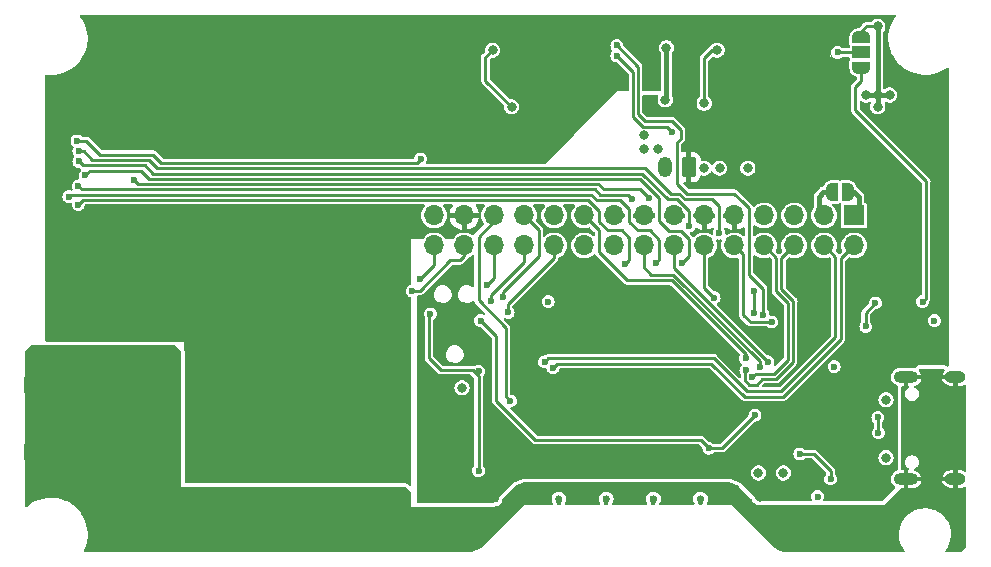
<source format=gbr>
%TF.GenerationSoftware,KiCad,Pcbnew,7.0.9*%
%TF.CreationDate,2024-02-26T10:01:53+01:00*%
%TF.ProjectId,C2LoraGateway,43324c6f-7261-4476-9174-657761792e6b,rev?*%
%TF.SameCoordinates,Original*%
%TF.FileFunction,Copper,L4,Bot*%
%TF.FilePolarity,Positive*%
%FSLAX46Y46*%
G04 Gerber Fmt 4.6, Leading zero omitted, Abs format (unit mm)*
G04 Created by KiCad (PCBNEW 7.0.9) date 2024-02-26 10:01:53*
%MOMM*%
%LPD*%
G01*
G04 APERTURE LIST*
G04 Aperture macros list*
%AMRoundRect*
0 Rectangle with rounded corners*
0 $1 Rounding radius*
0 $2 $3 $4 $5 $6 $7 $8 $9 X,Y pos of 4 corners*
0 Add a 4 corners polygon primitive as box body*
4,1,4,$2,$3,$4,$5,$6,$7,$8,$9,$2,$3,0*
0 Add four circle primitives for the rounded corners*
1,1,$1+$1,$2,$3*
1,1,$1+$1,$4,$5*
1,1,$1+$1,$6,$7*
1,1,$1+$1,$8,$9*
0 Add four rect primitives between the rounded corners*
20,1,$1+$1,$2,$3,$4,$5,0*
20,1,$1+$1,$4,$5,$6,$7,0*
20,1,$1+$1,$6,$7,$8,$9,0*
20,1,$1+$1,$8,$9,$2,$3,0*%
%AMFreePoly0*
4,1,19,0.550000,-0.750000,0.000000,-0.750000,0.000000,-0.744911,-0.071157,-0.744911,-0.207708,-0.704816,-0.327430,-0.627875,-0.420627,-0.520320,-0.479746,-0.390866,-0.500000,-0.250000,-0.500000,0.250000,-0.479746,0.390866,-0.420627,0.520320,-0.327430,0.627875,-0.207708,0.704816,-0.071157,0.744911,0.000000,0.744911,0.000000,0.750000,0.550000,0.750000,0.550000,-0.750000,0.550000,-0.750000,
$1*%
%AMFreePoly1*
4,1,19,0.000000,0.744911,0.071157,0.744911,0.207708,0.704816,0.327430,0.627875,0.420627,0.520320,0.479746,0.390866,0.500000,0.250000,0.500000,-0.250000,0.479746,-0.390866,0.420627,-0.520320,0.327430,-0.627875,0.207708,-0.704816,0.071157,-0.744911,0.000000,-0.744911,0.000000,-0.750000,-0.550000,-0.750000,-0.550000,0.750000,0.000000,0.750000,0.000000,0.744911,0.000000,0.744911,
$1*%
%AMFreePoly2*
4,1,19,0.500000,-0.750000,0.000000,-0.750000,0.000000,-0.744911,-0.071157,-0.744911,-0.207708,-0.704816,-0.327430,-0.627875,-0.420627,-0.520320,-0.479746,-0.390866,-0.500000,-0.250000,-0.500000,0.250000,-0.479746,0.390866,-0.420627,0.520320,-0.327430,0.627875,-0.207708,0.704816,-0.071157,0.744911,0.000000,0.744911,0.000000,0.750000,0.500000,0.750000,0.500000,-0.750000,0.500000,-0.750000,
$1*%
%AMFreePoly3*
4,1,19,0.000000,0.744911,0.071157,0.744911,0.207708,0.704816,0.327430,0.627875,0.420627,0.520320,0.479746,0.390866,0.500000,0.250000,0.500000,-0.250000,0.479746,-0.390866,0.420627,-0.520320,0.327430,-0.627875,0.207708,-0.704816,0.071157,-0.744911,0.000000,-0.744911,0.000000,-0.750000,-0.500000,-0.750000,-0.500000,0.750000,0.000000,0.750000,0.000000,0.744911,0.000000,0.744911,
$1*%
G04 Aperture macros list end*
%TA.AperFunction,SMDPad,CuDef*%
%ADD10R,4.200000X1.350000*%
%TD*%
%TA.AperFunction,ComponentPad*%
%ADD11RoundRect,0.250000X0.350000X0.625000X-0.350000X0.625000X-0.350000X-0.625000X0.350000X-0.625000X0*%
%TD*%
%TA.AperFunction,ComponentPad*%
%ADD12O,1.200000X1.750000*%
%TD*%
%TA.AperFunction,ComponentPad*%
%ADD13O,2.100000X1.000000*%
%TD*%
%TA.AperFunction,ComponentPad*%
%ADD14O,1.800000X1.000000*%
%TD*%
%TA.AperFunction,ComponentPad*%
%ADD15R,1.700000X1.700000*%
%TD*%
%TA.AperFunction,ComponentPad*%
%ADD16O,1.700000X1.700000*%
%TD*%
%TA.AperFunction,SMDPad,CuDef*%
%ADD17FreePoly0,90.000000*%
%TD*%
%TA.AperFunction,SMDPad,CuDef*%
%ADD18R,1.500000X1.000000*%
%TD*%
%TA.AperFunction,SMDPad,CuDef*%
%ADD19FreePoly1,90.000000*%
%TD*%
%TA.AperFunction,SMDPad,CuDef*%
%ADD20FreePoly2,0.000000*%
%TD*%
%TA.AperFunction,SMDPad,CuDef*%
%ADD21FreePoly3,0.000000*%
%TD*%
%TA.AperFunction,ViaPad*%
%ADD22C,0.800000*%
%TD*%
%TA.AperFunction,ViaPad*%
%ADD23C,0.600000*%
%TD*%
%TA.AperFunction,Conductor*%
%ADD24C,0.250000*%
%TD*%
%TA.AperFunction,Conductor*%
%ADD25C,0.400000*%
%TD*%
%TA.AperFunction,Conductor*%
%ADD26C,0.240000*%
%TD*%
G04 APERTURE END LIST*
D10*
%TO.P,J1,2,Ext*%
%TO.N,GNDRF*%
X92862500Y-103375000D03*
X92862500Y-109025000D03*
%TD*%
D11*
%TO.P,J5,1,Pin_1*%
%TO.N,GND*%
X147000000Y-84900000D03*
D12*
%TO.P,J5,2,Pin_2*%
%TO.N,Vin*%
X145000000Y-84900000D03*
%TD*%
D13*
%TO.P,J4,S1,SHIELD*%
%TO.N,GNDRF*%
X165395000Y-111320000D03*
D14*
X169575000Y-111320000D03*
D13*
X165395000Y-102680000D03*
D14*
X169575000Y-102680000D03*
%TD*%
D15*
%TO.P,J3,1,Pin_1*%
%TO.N,/USB_VBUS*%
X161000000Y-89000000D03*
D16*
%TO.P,J3,2,Pin_2*%
%TO.N,/TxD0*%
X161000000Y-91540000D03*
%TO.P,J3,3,Pin_3*%
%TO.N,Vin*%
X158460000Y-89000000D03*
%TO.P,J3,4,Pin_4*%
%TO.N,/RxD0*%
X158460000Y-91540000D03*
%TO.P,J3,5,Pin_5*%
%TO.N,VCC*%
X155920000Y-89000000D03*
%TO.P,J3,6,Pin_6*%
%TO.N,/CTS0*%
X155920000Y-91540000D03*
%TO.P,J3,7,Pin_7*%
%TO.N,VCC*%
X153380000Y-89000000D03*
%TO.P,J3,8,Pin_8*%
%TO.N,/RTS0*%
X153380000Y-91540000D03*
%TO.P,J3,9,Pin_9*%
%TO.N,GND*%
X150840000Y-89000000D03*
%TO.P,J3,10,Pin_10*%
%TO.N,/IO4*%
X150840000Y-91540000D03*
%TO.P,J3,11,Pin_11*%
%TO.N,GND*%
X148300000Y-89000000D03*
%TO.P,J3,12,Pin_12*%
%TO.N,/IO5*%
X148300000Y-91540000D03*
%TO.P,J3,13,Pin_13*%
%TO.N,GND*%
X145760000Y-89000000D03*
%TO.P,J3,14,Pin_14*%
%TO.N,/IO6*%
X145760000Y-91540000D03*
%TO.P,J3,15,Pin_15*%
%TO.N,GND*%
X143220000Y-89000000D03*
%TO.P,J3,16,Pin_16*%
%TO.N,/IO7*%
X143220000Y-91540000D03*
%TO.P,J3,17,Pin_17*%
%TO.N,GND*%
X140680000Y-89000000D03*
%TO.P,J3,18,Pin_18*%
%TO.N,/IO14*%
X140680000Y-91540000D03*
%TO.P,J3,19,Pin_19*%
%TO.N,/IO17*%
X138140000Y-89000000D03*
%TO.P,J3,20,Pin_20*%
%TO.N,/IO21*%
X138140000Y-91540000D03*
%TO.P,J3,21,Pin_21*%
%TO.N,/IO47*%
X135600000Y-89000000D03*
%TO.P,J3,22,Pin_22*%
%TO.N,/IO38*%
X135600000Y-91540000D03*
%TO.P,J3,23,Pin_23*%
%TO.N,/IO39*%
X133060000Y-89000000D03*
%TO.P,J3,24,Pin_24*%
%TO.N,/IO40*%
X133060000Y-91540000D03*
%TO.P,J3,25,Pin_25*%
%TO.N,/IO41*%
X130520000Y-89000000D03*
%TO.P,J3,26,Pin_26*%
%TO.N,/IO42*%
X130520000Y-91540000D03*
%TO.P,J3,27,Pin_27*%
%TO.N,GND*%
X127980000Y-89000000D03*
%TO.P,J3,28,Pin_28*%
%TO.N,/IO1*%
X127980000Y-91540000D03*
%TO.P,J3,29,Pin_29*%
%TO.N,+5V*%
X125440000Y-89000000D03*
%TO.P,J3,30,Pin_30*%
%TO.N,/IO2*%
X125440000Y-91540000D03*
%TD*%
D17*
%TO.P,JP2,1,A*%
%TO.N,Net-(JP2-A)*%
X161600000Y-76500000D03*
D18*
%TO.P,JP2,2,C*%
%TO.N,Net-(JP2-C)*%
X161600000Y-75200000D03*
D19*
%TO.P,JP2,3,B*%
%TO.N,Vin*%
X161600000Y-73900000D03*
%TD*%
D20*
%TO.P,JP3,1,A*%
%TO.N,Vin*%
X159150000Y-87000000D03*
D21*
%TO.P,JP3,2,B*%
%TO.N,/USB_VBUS*%
X160450000Y-87000000D03*
%TD*%
D22*
%TO.N,Vin*%
X145000000Y-79200000D03*
X143200000Y-82200000D03*
X162000000Y-78800000D03*
X164000000Y-78800000D03*
X163000000Y-78800000D03*
X163000000Y-79800000D03*
X163000000Y-73000000D03*
X145100000Y-74800000D03*
X143200000Y-83400000D03*
X144400000Y-83400000D03*
D23*
%TO.N,GND*%
X155600000Y-107400000D03*
X136600000Y-77200000D03*
X147000000Y-76600000D03*
D22*
X157800000Y-98000000D03*
D23*
X127800000Y-76200000D03*
X168600000Y-93200000D03*
X149600000Y-76600000D03*
X154600000Y-77200000D03*
X119400000Y-92200000D03*
X156400000Y-73000000D03*
X119400000Y-95000000D03*
X140600000Y-73200000D03*
X122000000Y-72400000D03*
X156000000Y-77200000D03*
X141000000Y-102200000D03*
X145800000Y-107000000D03*
X144800000Y-102200000D03*
X145800000Y-104600000D03*
X157800000Y-103000000D03*
X118400000Y-108900000D03*
D22*
X166200000Y-94600000D03*
D23*
X92800000Y-79400000D03*
X141000000Y-106000000D03*
X119400000Y-93600000D03*
X168600000Y-77800000D03*
X119800000Y-107400000D03*
X142000000Y-102200000D03*
X160200000Y-103000000D03*
D22*
X153000000Y-112800000D03*
D23*
X117200000Y-102600000D03*
X168700000Y-101000000D03*
X94000000Y-97600000D03*
X167800000Y-77800000D03*
X134800000Y-99000000D03*
X114800000Y-108900000D03*
X116000000Y-102600000D03*
X106000000Y-72400000D03*
X122600000Y-75800000D03*
X144000000Y-113000000D03*
X123200000Y-99800000D03*
X114800000Y-107400000D03*
X117200000Y-108900000D03*
X155600000Y-105000000D03*
X144800000Y-107000000D03*
X168600000Y-94000000D03*
X130600000Y-113000000D03*
X130600000Y-112200000D03*
X93000000Y-83800000D03*
X130600000Y-111400000D03*
X137800000Y-76700000D03*
X114800000Y-102600000D03*
D22*
X158000000Y-110800000D03*
D23*
X141000000Y-104600000D03*
X97000000Y-74500000D03*
X114800000Y-105000000D03*
X157200000Y-76700000D03*
X145800000Y-96200000D03*
X152400000Y-76600000D03*
X138000000Y-96200000D03*
X125200000Y-76200000D03*
X130400000Y-76200000D03*
X119800000Y-105000000D03*
X164400000Y-77200000D03*
X102000000Y-72400000D03*
X145000000Y-73000000D03*
X135400000Y-77200000D03*
X148400000Y-98600000D03*
X137800000Y-77700000D03*
X123200000Y-97600000D03*
X114000000Y-72400000D03*
X143800000Y-76600000D03*
X123200000Y-110000000D03*
X165000000Y-77800000D03*
X166800000Y-101200000D03*
X92800000Y-77600000D03*
X136000000Y-113000000D03*
X142000000Y-107000000D03*
X140200000Y-77200000D03*
X153400000Y-93700000D03*
D22*
X163600000Y-103400000D03*
D23*
X110000000Y-72400000D03*
X145800000Y-103200000D03*
X118000000Y-72400000D03*
X162300000Y-108600000D03*
X133200000Y-76600000D03*
X145800000Y-106000000D03*
D22*
X163600000Y-110800000D03*
D23*
X139000000Y-77200000D03*
X159300000Y-108000000D03*
X118400000Y-102600000D03*
X122600000Y-76800000D03*
X143400000Y-102200000D03*
X123200000Y-107600000D03*
X126000000Y-72400000D03*
X119600000Y-102600000D03*
X119400000Y-96400000D03*
X166200000Y-99400000D03*
X125647803Y-99971697D03*
X158400000Y-77200000D03*
X92800000Y-91400000D03*
X116000000Y-108900000D03*
X157200000Y-77700000D03*
X145800000Y-102200000D03*
X119600000Y-108900000D03*
X123200000Y-102200000D03*
X158600000Y-93800000D03*
X114800000Y-103800000D03*
X130400000Y-72400000D03*
X141000000Y-103200000D03*
X150500000Y-93500000D03*
X155800000Y-93800000D03*
X143400000Y-107000000D03*
X93000000Y-81400000D03*
X114800000Y-106200000D03*
X123200000Y-104800000D03*
X122600000Y-74800000D03*
X159800000Y-77200000D03*
X140000000Y-113000000D03*
X119400000Y-97800000D03*
X148000000Y-113000000D03*
X163600000Y-112400000D03*
X141000000Y-107000000D03*
D22*
%TO.N,VCC*%
X152900000Y-110800000D03*
D23*
X157900000Y-112800000D03*
D22*
X149400000Y-75000000D03*
X127800000Y-103600000D03*
D23*
X167800000Y-97900000D03*
D22*
X149600000Y-85000000D03*
X148300000Y-85000000D03*
X152000000Y-85000000D03*
X155000000Y-110800000D03*
X148300000Y-79500000D03*
%TO.N,/USB_VBUS*%
X163700000Y-109500000D03*
X163700000Y-104600000D03*
D23*
%TO.N,/IO0{slash}Boot*%
X159300000Y-101800000D03*
X129200000Y-102200000D03*
X129200000Y-110600000D03*
X135100000Y-96300000D03*
X125124500Y-97324500D03*
%TO.N,/PowerSupply/1.22V*%
X161980500Y-98400000D03*
X162800000Y-96400000D03*
%TO.N,GNDRF*%
X93000000Y-107600000D03*
X95400000Y-104800000D03*
X92200000Y-104800000D03*
X94600000Y-110400000D03*
X93000000Y-104800000D03*
X92200000Y-107600000D03*
X96400000Y-110400000D03*
X91400000Y-102000000D03*
X99200000Y-104800000D03*
X93800000Y-107600000D03*
X99600000Y-105400000D03*
X96200000Y-107600000D03*
X93000000Y-102000000D03*
X98800000Y-102000000D03*
X91400000Y-104800000D03*
X91400000Y-107600000D03*
X99200000Y-107600000D03*
X96200000Y-104800000D03*
X94600000Y-102000000D03*
X96200000Y-102000000D03*
X94600000Y-107600000D03*
X99600000Y-107000000D03*
X99600000Y-106200000D03*
X99000000Y-110400000D03*
X93000000Y-110400000D03*
X93800000Y-104800000D03*
X94600000Y-104800000D03*
X91400000Y-110400000D03*
X95400000Y-107600000D03*
%TO.N,/TxD0*%
X135500000Y-101900000D03*
%TO.N,/RxD0*%
X134800000Y-101400000D03*
%TO.N,/CTS0*%
X151826519Y-102123537D03*
%TO.N,/RTS0*%
X152380500Y-102700000D03*
%TO.N,Net-(JP2-A)*%
X166800000Y-96300000D03*
%TO.N,Net-(JP2-C)*%
X159600000Y-75200000D03*
%TO.N,/~{ESP_RESET}*%
X159000000Y-111300000D03*
X156400000Y-109200000D03*
X152600000Y-105900000D03*
X129380500Y-97900000D03*
X148700000Y-108700000D03*
%TO.N,SPI2_CS0*%
X100000000Y-86000000D03*
X143600000Y-87500000D03*
%TO.N,SPI2_MOSI*%
X94500000Y-87400000D03*
X144200000Y-93000000D03*
%TO.N,SPI2_SCLK*%
X142200000Y-87600000D03*
X95300000Y-86500000D03*
%TO.N,SPI2_MISO*%
X95300000Y-88100000D03*
X141600000Y-93100000D03*
%TO.N,~{5V_PS}*%
X153291467Y-97413067D03*
X140900000Y-74600000D03*
%TO.N,LORA_DIO1*%
X149561832Y-90500000D03*
X95352197Y-83552197D03*
%TO.N,LORA_BUSY*%
X95352197Y-84428303D03*
X147035974Y-89900000D03*
%TO.N,LORA_RST*%
X146400000Y-93000000D03*
X95900000Y-85600000D03*
D22*
%TO.N,+5V*%
X132000000Y-79800000D03*
X130400000Y-75000000D03*
D23*
%TO.N,5V_ENABLE*%
X145600000Y-81900000D03*
X152500000Y-97300000D03*
X152500000Y-95400000D03*
X140900000Y-75500000D03*
%TO.N,/LoRaModule/DIO2_TXEN*%
X95200000Y-82700000D03*
X124300000Y-84200000D03*
%TO.N,/IO4*%
X154022030Y-98015635D03*
%TO.N,/IO5*%
X149138053Y-95961947D03*
%TO.N,/IO6*%
X153700000Y-101400000D03*
%TO.N,/IO7*%
X153000000Y-101800000D03*
%TO.N,/IO1*%
X123600000Y-95400000D03*
%TO.N,/IO2*%
X124200000Y-94400000D03*
%TO.N,/IO17*%
X151800000Y-101100000D03*
%TO.N,/IO38*%
X131700000Y-97200000D03*
%TO.N,/IO39*%
X131237701Y-95862299D03*
%TO.N,/IO40*%
X130250901Y-96223697D03*
%TO.N,/IO41*%
X131900000Y-104700000D03*
%TO.N,/IO42*%
X129914906Y-94924100D03*
%TO.N,/USB_D+*%
X163009398Y-106100000D03*
X163058136Y-107400500D03*
%TD*%
D24*
%TO.N,Vin*%
X162025000Y-73000000D02*
X163000000Y-73000000D01*
D25*
X145100000Y-79100000D02*
X145100000Y-74800000D01*
X162000000Y-78800000D02*
X163000000Y-78800000D01*
X163000000Y-79800000D02*
X163000000Y-78800000D01*
X158000000Y-88540000D02*
X158460000Y-89000000D01*
X158000000Y-87400000D02*
X158000000Y-88540000D01*
X159150000Y-87000000D02*
X158400000Y-87000000D01*
X145000000Y-79200000D02*
X145100000Y-79100000D01*
D26*
X161600000Y-73425000D02*
X161600000Y-73900000D01*
X161962500Y-73062500D02*
X161600000Y-73425000D01*
D25*
X158400000Y-87000000D02*
X158000000Y-87400000D01*
D24*
X161962500Y-73062500D02*
X162025000Y-73000000D01*
D25*
X163000000Y-73000000D02*
X163000000Y-78800000D01*
X164000000Y-78800000D02*
X163000000Y-78800000D01*
D26*
%TO.N,GND*%
X146500000Y-84900000D02*
X146500000Y-85300000D01*
D24*
%TO.N,VCC*%
X149400000Y-75000000D02*
X149000000Y-75000000D01*
X149000000Y-75000000D02*
X148300000Y-75700000D01*
X148300000Y-75700000D02*
X148300000Y-79500000D01*
D25*
%TO.N,/USB_VBUS*%
X161400000Y-87400000D02*
X161400000Y-88600000D01*
X160450000Y-87000000D02*
X161000000Y-87000000D01*
X161400000Y-88600000D02*
X161000000Y-89000000D01*
X161000000Y-87000000D02*
X161400000Y-87400000D01*
D26*
%TO.N,/IO0{slash}Boot*%
X126000000Y-102100000D02*
X128700000Y-102100000D01*
X128700000Y-102100000D02*
X129200000Y-102600000D01*
X125000000Y-97449000D02*
X125000000Y-101100000D01*
X125000000Y-101100000D02*
X126000000Y-102100000D01*
X129200000Y-102600000D02*
X129200000Y-110600000D01*
X125124500Y-97324500D02*
X125000000Y-97449000D01*
%TO.N,/PowerSupply/1.22V*%
X161980500Y-97219500D02*
X162800000Y-96400000D01*
X161980500Y-98400000D02*
X161980500Y-97219500D01*
%TO.N,/TxD0*%
X148917746Y-101540000D02*
X135860000Y-101540000D01*
X161000000Y-91540000D02*
X159900000Y-92640000D01*
X159900000Y-92640000D02*
X159900000Y-99422254D01*
X159900000Y-99422254D02*
X154982254Y-104340000D01*
X154982254Y-104340000D02*
X151717746Y-104340000D01*
X135860000Y-101540000D02*
X135500000Y-101900000D01*
X151717746Y-104340000D02*
X148917746Y-101540000D01*
%TO.N,/RxD0*%
X135100000Y-101100000D02*
X134800000Y-101400000D01*
X159400000Y-99300000D02*
X154800000Y-103900000D01*
X151900000Y-103900000D02*
X149100000Y-101100000D01*
X159400000Y-92480000D02*
X159400000Y-99300000D01*
X158460000Y-91540000D02*
X159400000Y-92480000D01*
X154800000Y-103900000D02*
X151900000Y-103900000D01*
X135200000Y-101100000D02*
X135100000Y-101100000D01*
X149100000Y-101100000D02*
X135200000Y-101100000D01*
%TO.N,/CTS0*%
X151760500Y-102956813D02*
X152123687Y-103320000D01*
X154840000Y-95240000D02*
X154840000Y-92620000D01*
X152123687Y-103320000D02*
X152740000Y-103320000D01*
X153200000Y-102860000D02*
X154362254Y-102860000D01*
X151760500Y-102189556D02*
X151760500Y-102956813D01*
X155840000Y-101382254D02*
X155840000Y-96240000D01*
X155840000Y-96240000D02*
X154840000Y-95240000D01*
X151826519Y-102123537D02*
X151760500Y-102189556D01*
X154840000Y-92620000D02*
X155920000Y-91540000D01*
X152740000Y-103320000D02*
X153200000Y-102860000D01*
X154362254Y-102860000D02*
X155840000Y-101382254D01*
%TO.N,/RTS0*%
X152660500Y-102420000D02*
X154180000Y-102420000D01*
X154400000Y-95422254D02*
X154400000Y-92560000D01*
X155400000Y-96422254D02*
X154400000Y-95422254D01*
X154400000Y-92560000D02*
X153380000Y-91540000D01*
X154180000Y-102420000D02*
X155400000Y-101200000D01*
X152380500Y-102700000D02*
X152660500Y-102420000D01*
X155400000Y-101200000D02*
X155400000Y-96422254D01*
%TO.N,Net-(JP2-A)*%
X166800000Y-96300000D02*
X167100000Y-96000000D01*
X161100000Y-78100000D02*
X161600000Y-77600000D01*
X167100000Y-96000000D02*
X167100000Y-86100000D01*
X167100000Y-86100000D02*
X161100000Y-80100000D01*
X161600000Y-77600000D02*
X161600000Y-76500000D01*
X161100000Y-80100000D02*
X161100000Y-78100000D01*
%TO.N,Net-(JP2-C)*%
X159600000Y-75200000D02*
X161600000Y-75200000D01*
%TO.N,/~{ESP_RESET}*%
X149800000Y-108700000D02*
X148700000Y-108700000D01*
X159000000Y-110600000D02*
X157600000Y-109200000D01*
X134000000Y-108000000D02*
X130700000Y-104700000D01*
X157600000Y-109200000D02*
X156400000Y-109200000D01*
X159000000Y-111300000D02*
X159000000Y-110600000D01*
X148000000Y-108000000D02*
X134000000Y-108000000D01*
X130700000Y-99219500D02*
X129380500Y-97900000D01*
X152600000Y-105900000D02*
X149800000Y-108700000D01*
X130700000Y-104700000D02*
X130700000Y-99219500D01*
X148700000Y-108700000D02*
X148000000Y-108000000D01*
%TO.N,SPI2_CS0*%
X100000000Y-86000000D02*
X100350000Y-86350000D01*
X139800000Y-86800000D02*
X142900000Y-86800000D01*
X139350000Y-86350000D02*
X139800000Y-86800000D01*
X100350000Y-86350000D02*
X139350000Y-86350000D01*
X142900000Y-86800000D02*
X143600000Y-87500000D01*
%TO.N,SPI2_MOSI*%
X144200000Y-93000000D02*
X144500000Y-92700000D01*
X144500000Y-92700000D02*
X144500000Y-91100000D01*
X144500000Y-91100000D02*
X143672826Y-90272826D01*
X143672826Y-90272826D02*
X142672826Y-90272826D01*
X138750000Y-87250000D02*
X94650000Y-87250000D01*
X141925581Y-88428635D02*
X141206749Y-87709803D01*
X94650000Y-87250000D02*
X94500000Y-87400000D01*
X139209803Y-87709803D02*
X138750000Y-87250000D01*
X141206749Y-87709803D02*
X139209803Y-87709803D01*
X142672826Y-90272826D02*
X141925581Y-89525581D01*
X141925581Y-89525581D02*
X141925581Y-88428635D01*
%TO.N,SPI2_SCLK*%
X139500000Y-87259803D02*
X141859803Y-87259803D01*
X139040197Y-86800000D02*
X139500000Y-87259803D01*
X95300000Y-86500000D02*
X95600000Y-86800000D01*
X95600000Y-86800000D02*
X139040197Y-86800000D01*
X141859803Y-87259803D02*
X142200000Y-87600000D01*
%TO.N,SPI2_MISO*%
X124200000Y-87700000D02*
X95700000Y-87700000D01*
X141932347Y-90878584D02*
X141308421Y-90254658D01*
X140131472Y-90254658D02*
X139400000Y-89523186D01*
X95700000Y-87700000D02*
X95300000Y-88100000D01*
X141308421Y-90254658D02*
X140131472Y-90254658D01*
X138501701Y-87700000D02*
X124200000Y-87700000D01*
X139400000Y-89523186D02*
X139400000Y-88598299D01*
X139400000Y-88598299D02*
X138501701Y-87700000D01*
X141600000Y-93100000D02*
X141932347Y-92767653D01*
X141932347Y-92767653D02*
X141932347Y-90878584D01*
%TO.N,~{5V_PS}*%
X143281766Y-81000000D02*
X145576813Y-81000000D01*
X142700000Y-80418234D02*
X143281766Y-81000000D01*
X146000000Y-82800000D02*
X146000000Y-86300000D01*
X140900000Y-74600000D02*
X142700000Y-76400000D01*
X151500000Y-87805370D02*
X152100000Y-88405370D01*
X150860000Y-87160000D02*
X151500000Y-87800000D01*
X145576813Y-81000000D02*
X146300000Y-81723187D01*
X142700000Y-76400000D02*
X142700000Y-80418234D01*
X146300000Y-82500000D02*
X146000000Y-82800000D01*
X152100000Y-88405370D02*
X152100000Y-94000000D01*
X146300000Y-81723187D02*
X146300000Y-82500000D01*
X146860000Y-87160000D02*
X150860000Y-87160000D01*
X153291467Y-95191467D02*
X153291467Y-97413067D01*
X146000000Y-86300000D02*
X146860000Y-87160000D01*
X152100000Y-94000000D02*
X153291467Y-95191467D01*
X151500000Y-87800000D02*
X151500000Y-87805370D01*
%TO.N,LORA_DIO1*%
X149000000Y-87600000D02*
X149561832Y-88161832D01*
X102000000Y-85000000D02*
X143300000Y-85000000D01*
X143300000Y-85000000D02*
X145460000Y-87160000D01*
X95352197Y-83552197D02*
X95752197Y-83552197D01*
X146636884Y-87600000D02*
X149000000Y-87600000D01*
X145460000Y-87160000D02*
X146196884Y-87160000D01*
X101300000Y-84300000D02*
X102000000Y-85000000D01*
X95752197Y-83552197D02*
X96500000Y-84300000D01*
X149561832Y-88161832D02*
X149561832Y-90500000D01*
X96500000Y-84300000D02*
X101300000Y-84300000D01*
X146196884Y-87160000D02*
X146636884Y-87600000D01*
%TO.N,LORA_BUSY*%
X100950000Y-84750000D02*
X101650000Y-85450000D01*
X101650000Y-85450000D02*
X143049067Y-85450000D01*
X147035974Y-88621344D02*
X147035974Y-89900000D01*
X95673894Y-84750000D02*
X100950000Y-84750000D01*
X146014630Y-87600000D02*
X147035974Y-88621344D01*
X95352197Y-84428303D02*
X95673894Y-84750000D01*
X145199067Y-87600000D02*
X146014630Y-87600000D01*
X143049067Y-85450000D02*
X145199067Y-87600000D01*
%TO.N,LORA_RST*%
X147000000Y-92400000D02*
X146400000Y-93000000D01*
X95900000Y-85600000D02*
X96300000Y-85200000D01*
X142876813Y-85900000D02*
X144500000Y-87523187D01*
X144500000Y-87523187D02*
X144500000Y-89500000D01*
X145300000Y-90300000D02*
X146300000Y-90300000D01*
X147000000Y-91000000D02*
X147000000Y-92400000D01*
X144500000Y-89500000D02*
X145300000Y-90300000D01*
X96300000Y-85200000D02*
X100600000Y-85200000D01*
X100600000Y-85200000D02*
X101300000Y-85900000D01*
X146300000Y-90300000D02*
X147000000Y-91000000D01*
X101300000Y-85900000D02*
X142876813Y-85900000D01*
D24*
%TO.N,+5V*%
X129775000Y-77575000D02*
X129775000Y-75625000D01*
X129775000Y-75625000D02*
X130400000Y-75000000D01*
X132000000Y-79800000D02*
X129775000Y-77575000D01*
D26*
%TO.N,5V_ENABLE*%
X143080000Y-81480000D02*
X142260000Y-80660000D01*
X152500000Y-97300000D02*
X152500000Y-95400000D01*
X145600000Y-81900000D02*
X145180000Y-81480000D01*
X142260000Y-76860000D02*
X140900000Y-75500000D01*
X142260000Y-80660000D02*
X142260000Y-76860000D01*
X145180000Y-81480000D02*
X143080000Y-81480000D01*
%TO.N,/LoRaModule/DIO2_TXEN*%
X95200000Y-82700000D02*
X96000000Y-82700000D01*
X123950000Y-84550000D02*
X124300000Y-84200000D01*
X101650000Y-83850000D02*
X102350000Y-84550000D01*
X96000000Y-82700000D02*
X97150000Y-83850000D01*
X97150000Y-83850000D02*
X101650000Y-83850000D01*
X102350000Y-84550000D02*
X123950000Y-84550000D01*
%TO.N,/IO4*%
X151600000Y-97400000D02*
X151600000Y-92300000D01*
X154022030Y-98015635D02*
X154004598Y-98033067D01*
X154004598Y-98033067D02*
X152233067Y-98033067D01*
X152233067Y-98033067D02*
X151600000Y-97400000D01*
X151600000Y-92300000D02*
X150840000Y-91540000D01*
%TO.N,/IO5*%
X148300000Y-95123894D02*
X148300000Y-91540000D01*
X149138053Y-95961947D02*
X148300000Y-95123894D01*
%TO.N,/IO6*%
X153700000Y-101400000D02*
X145760000Y-93460000D01*
X145760000Y-93460000D02*
X145760000Y-91540000D01*
%TO.N,/IO7*%
X143200000Y-93400000D02*
X143220000Y-93380000D01*
X143800000Y-94000000D02*
X143200000Y-93400000D01*
X145677746Y-94000000D02*
X143800000Y-94000000D01*
X143220000Y-93380000D02*
X143220000Y-91540000D01*
X153000000Y-101322254D02*
X145677746Y-94000000D01*
X153000000Y-101800000D02*
X153000000Y-101322254D01*
%TO.N,/IO1*%
X127600000Y-92800000D02*
X127980000Y-92420000D01*
X124200000Y-95400000D02*
X126800000Y-92800000D01*
X126800000Y-92800000D02*
X127600000Y-92800000D01*
X127980000Y-92420000D02*
X127980000Y-91540000D01*
X123600000Y-95400000D02*
X124200000Y-95400000D01*
%TO.N,/IO2*%
X124200000Y-94400000D02*
X125440000Y-93160000D01*
X125440000Y-93160000D02*
X125440000Y-91540000D01*
%TO.N,/IO17*%
X151800000Y-100744508D02*
X145555492Y-94500000D01*
X141800000Y-94500000D02*
X139400000Y-92100000D01*
X139400000Y-90260000D02*
X138140000Y-89000000D01*
X151800000Y-101100000D02*
X151800000Y-100744508D01*
X145555492Y-94500000D02*
X141800000Y-94500000D01*
X139400000Y-92100000D02*
X139400000Y-90260000D01*
%TO.N,/IO38*%
X131700000Y-96500000D02*
X135600000Y-92600000D01*
X135600000Y-92600000D02*
X135600000Y-91540000D01*
X131700000Y-97200000D02*
X131700000Y-96500000D01*
%TO.N,/IO39*%
X134300000Y-90240000D02*
X133060000Y-89000000D01*
X131237701Y-95862299D02*
X131237701Y-95462299D01*
X131237701Y-95462299D02*
X134300000Y-92400000D01*
X134300000Y-92400000D02*
X134300000Y-90240000D01*
%TO.N,/IO40*%
X130250901Y-95749099D02*
X133060000Y-92940000D01*
X133060000Y-92940000D02*
X133060000Y-91540000D01*
X130250901Y-96223697D02*
X130250901Y-95749099D01*
%TO.N,/IO41*%
X131500000Y-98500000D02*
X129200000Y-96200000D01*
X131900000Y-104700000D02*
X131500000Y-104300000D01*
X131500000Y-104300000D02*
X131500000Y-98500000D01*
X129200000Y-96200000D02*
X129200000Y-90800000D01*
X130520000Y-89480000D02*
X130520000Y-89000000D01*
X129200000Y-90800000D02*
X130520000Y-89480000D01*
%TO.N,/IO42*%
X130520000Y-94319006D02*
X130520000Y-91540000D01*
X129914906Y-94924100D02*
X130520000Y-94319006D01*
%TO.N,/USB_D+*%
X163009398Y-107351762D02*
X163009398Y-106100000D01*
X163058136Y-107400500D02*
X163009398Y-107351762D01*
%TD*%
%TA.AperFunction,Conductor*%
%TO.N,GND*%
G36*
X145500000Y-74298669D02*
G01*
X145466522Y-74269010D01*
X145328790Y-74196723D01*
X145177774Y-74159500D01*
X145177771Y-74159500D01*
X145022229Y-74159500D01*
X145022225Y-74159500D01*
X144871209Y-74196723D01*
X144733477Y-74269010D01*
X144617058Y-74372149D01*
X144617053Y-74372155D01*
X144528702Y-74500154D01*
X144528701Y-74500156D01*
X144473544Y-74645593D01*
X144473543Y-74645594D01*
X144454796Y-74799998D01*
X144454796Y-74800001D01*
X144473543Y-74954405D01*
X144473544Y-74954407D01*
X144528700Y-75099841D01*
X144617058Y-75227849D01*
X144617060Y-75227851D01*
X144617062Y-75227853D01*
X144626147Y-75235901D01*
X144657167Y-75288640D01*
X144659500Y-75310005D01*
X144659500Y-78401000D01*
X144640593Y-78459191D01*
X144591093Y-78495155D01*
X144560500Y-78500000D01*
X143159500Y-78500000D01*
X143101309Y-78481093D01*
X143065345Y-78431593D01*
X143060500Y-78401000D01*
X143060500Y-76447652D01*
X143062607Y-76427336D01*
X143065172Y-76415104D01*
X143060879Y-76380667D01*
X143060500Y-76374543D01*
X143060500Y-76370126D01*
X143056809Y-76348008D01*
X143050291Y-76295714D01*
X143050287Y-76295707D01*
X143048137Y-76288483D01*
X143045683Y-76281334D01*
X143045682Y-76281327D01*
X143020593Y-76234967D01*
X142997449Y-76187625D01*
X142997446Y-76187622D01*
X142993050Y-76181465D01*
X142988419Y-76175514D01*
X142949635Y-76139811D01*
X141474160Y-74664336D01*
X141446383Y-74609819D01*
X141446115Y-74606420D01*
X141446011Y-74606434D01*
X141441498Y-74572155D01*
X141426588Y-74458901D01*
X141419574Y-74441968D01*
X141372127Y-74327420D01*
X141372126Y-74327419D01*
X141372126Y-74327418D01*
X141285489Y-74214511D01*
X141172582Y-74127874D01*
X141172581Y-74127873D01*
X141172579Y-74127872D01*
X141041103Y-74073413D01*
X141041095Y-74073411D01*
X140900001Y-74054836D01*
X140899999Y-74054836D01*
X140758904Y-74073411D01*
X140758896Y-74073413D01*
X140627420Y-74127872D01*
X140514512Y-74214510D01*
X140514510Y-74214512D01*
X140427872Y-74327420D01*
X140373413Y-74458896D01*
X140373411Y-74458904D01*
X140354836Y-74599999D01*
X140354836Y-74600000D01*
X140373411Y-74741095D01*
X140373413Y-74741103D01*
X140427872Y-74872579D01*
X140427873Y-74872581D01*
X140427874Y-74872582D01*
X140514511Y-74985489D01*
X140517767Y-74989732D01*
X140538191Y-75047408D01*
X140520814Y-75106074D01*
X140517767Y-75110268D01*
X140427872Y-75227420D01*
X140373413Y-75358896D01*
X140373411Y-75358904D01*
X140354836Y-75499999D01*
X140354836Y-75500000D01*
X140373411Y-75641095D01*
X140373413Y-75641103D01*
X140427872Y-75772579D01*
X140427873Y-75772581D01*
X140427874Y-75772582D01*
X140514511Y-75885489D01*
X140627418Y-75972126D01*
X140758901Y-76026588D01*
X140900000Y-76045164D01*
X140906434Y-76046011D01*
X140906044Y-76048969D01*
X140952523Y-76064071D01*
X140964336Y-76074160D01*
X141870504Y-76980328D01*
X141898281Y-77034845D01*
X141899500Y-77050332D01*
X141899500Y-78401000D01*
X141880593Y-78459191D01*
X141831093Y-78495155D01*
X141800500Y-78500000D01*
X140900000Y-78500000D01*
X137245164Y-82154836D01*
X134789496Y-84610504D01*
X134734979Y-84638281D01*
X134719492Y-84639500D01*
X124844798Y-84639500D01*
X124786607Y-84620593D01*
X124750643Y-84571093D01*
X124750643Y-84509907D01*
X124766255Y-84480234D01*
X124772125Y-84472583D01*
X124772124Y-84472583D01*
X124772126Y-84472582D01*
X124826588Y-84341099D01*
X124845164Y-84200000D01*
X124826588Y-84058901D01*
X124823115Y-84050517D01*
X124772127Y-83927420D01*
X124772126Y-83927419D01*
X124772126Y-83927418D01*
X124685489Y-83814511D01*
X124572582Y-83727874D01*
X124572581Y-83727873D01*
X124572579Y-83727872D01*
X124441103Y-83673413D01*
X124441095Y-83673411D01*
X124300001Y-83654836D01*
X124299999Y-83654836D01*
X124158904Y-83673411D01*
X124158896Y-83673413D01*
X124027420Y-83727872D01*
X123914512Y-83814510D01*
X123914510Y-83814512D01*
X123827872Y-83927420D01*
X123773412Y-84058900D01*
X123773411Y-84058901D01*
X123767551Y-84103421D01*
X123741211Y-84158647D01*
X123687440Y-84187842D01*
X123669398Y-84189500D01*
X102540332Y-84189500D01*
X102482141Y-84170593D01*
X102470328Y-84160504D01*
X101938607Y-83628783D01*
X101925731Y-83612926D01*
X101918896Y-83602464D01*
X101891513Y-83581151D01*
X101886918Y-83577094D01*
X101883789Y-83573965D01*
X101865539Y-83560934D01*
X101823952Y-83528566D01*
X101823951Y-83528565D01*
X101817282Y-83524956D01*
X101810520Y-83521651D01*
X101759987Y-83506606D01*
X101710156Y-83489499D01*
X101702685Y-83488253D01*
X101695207Y-83487321D01*
X101695206Y-83487321D01*
X101642534Y-83489500D01*
X97340332Y-83489500D01*
X97282141Y-83470593D01*
X97270328Y-83460504D01*
X96288607Y-82478783D01*
X96275731Y-82462926D01*
X96268896Y-82452464D01*
X96241513Y-82431151D01*
X96236918Y-82427094D01*
X96233789Y-82423965D01*
X96215539Y-82410934D01*
X96173952Y-82378566D01*
X96173951Y-82378565D01*
X96167282Y-82374956D01*
X96160520Y-82371651D01*
X96109987Y-82356606D01*
X96060156Y-82339499D01*
X96052685Y-82338253D01*
X96045207Y-82337321D01*
X96045206Y-82337321D01*
X95992534Y-82339500D01*
X95651485Y-82339500D01*
X95593294Y-82320593D01*
X95590700Y-82318377D01*
X95590636Y-82318461D01*
X95585490Y-82314512D01*
X95585489Y-82314511D01*
X95472582Y-82227874D01*
X95472581Y-82227873D01*
X95472579Y-82227872D01*
X95341103Y-82173413D01*
X95341095Y-82173411D01*
X95200001Y-82154836D01*
X95199999Y-82154836D01*
X95058904Y-82173411D01*
X95058896Y-82173413D01*
X94927420Y-82227872D01*
X94814512Y-82314510D01*
X94814510Y-82314512D01*
X94727872Y-82427420D01*
X94673413Y-82558896D01*
X94673411Y-82558904D01*
X94654836Y-82699999D01*
X94654836Y-82700000D01*
X94673411Y-82841095D01*
X94673413Y-82841103D01*
X94727872Y-82972579D01*
X94727873Y-82972581D01*
X94727874Y-82972582D01*
X94814511Y-83085489D01*
X94870989Y-83128826D01*
X94905644Y-83179251D01*
X94904042Y-83240415D01*
X94889265Y-83267633D01*
X94880071Y-83279615D01*
X94880070Y-83279615D01*
X94825610Y-83411096D01*
X94825608Y-83411101D01*
X94807033Y-83552196D01*
X94807033Y-83552197D01*
X94825608Y-83693292D01*
X94825610Y-83693300D01*
X94880069Y-83824776D01*
X94880071Y-83824780D01*
X94960796Y-83929983D01*
X94981220Y-83987659D01*
X94963842Y-84046324D01*
X94960796Y-84050517D01*
X94880071Y-84155719D01*
X94880069Y-84155723D01*
X94825610Y-84287199D01*
X94825608Y-84287207D01*
X94807033Y-84428302D01*
X94807033Y-84428303D01*
X94825608Y-84569398D01*
X94825610Y-84569406D01*
X94880069Y-84700882D01*
X94880070Y-84700884D01*
X94880071Y-84700885D01*
X94966708Y-84813792D01*
X95079615Y-84900429D01*
X95079616Y-84900429D01*
X95079617Y-84900430D01*
X95211093Y-84954889D01*
X95211098Y-84954891D01*
X95351867Y-84973423D01*
X95399753Y-84993453D01*
X95404997Y-84997534D01*
X95404998Y-84997536D01*
X95427413Y-85014982D01*
X95432377Y-85018846D01*
X95436974Y-85022905D01*
X95440101Y-85026031D01*
X95440105Y-85026035D01*
X95458351Y-85039062D01*
X95499942Y-85071434D01*
X95499943Y-85071434D01*
X95500210Y-85071642D01*
X95534518Y-85122304D01*
X95532495Y-85183456D01*
X95517945Y-85210034D01*
X95427874Y-85327416D01*
X95427872Y-85327420D01*
X95373413Y-85458896D01*
X95373411Y-85458904D01*
X95354836Y-85599999D01*
X95354836Y-85600000D01*
X95373411Y-85741095D01*
X95373413Y-85741103D01*
X95405665Y-85818966D01*
X95410466Y-85879962D01*
X95378496Y-85932131D01*
X95321968Y-85955546D01*
X95301283Y-85955005D01*
X95300000Y-85954836D01*
X95299999Y-85954836D01*
X95158904Y-85973411D01*
X95158896Y-85973413D01*
X95027420Y-86027872D01*
X94914512Y-86114510D01*
X94914510Y-86114512D01*
X94827872Y-86227420D01*
X94773413Y-86358896D01*
X94773411Y-86358904D01*
X94754836Y-86499999D01*
X94754836Y-86500000D01*
X94773411Y-86641095D01*
X94773413Y-86641101D01*
X94819603Y-86752614D01*
X94824404Y-86813611D01*
X94792434Y-86865780D01*
X94735906Y-86889195D01*
X94728139Y-86889500D01*
X94699632Y-86889500D01*
X94661747Y-86881964D01*
X94641105Y-86873414D01*
X94641096Y-86873411D01*
X94500001Y-86854836D01*
X94499999Y-86854836D01*
X94358904Y-86873411D01*
X94358896Y-86873413D01*
X94227420Y-86927872D01*
X94114512Y-87014510D01*
X94114510Y-87014512D01*
X94027872Y-87127420D01*
X93973413Y-87258896D01*
X93973411Y-87258904D01*
X93954836Y-87399999D01*
X93954836Y-87400000D01*
X93973411Y-87541095D01*
X93973413Y-87541103D01*
X94027872Y-87672579D01*
X94027873Y-87672581D01*
X94027874Y-87672582D01*
X94114511Y-87785489D01*
X94227418Y-87872126D01*
X94227419Y-87872126D01*
X94227420Y-87872127D01*
X94356856Y-87925741D01*
X94358901Y-87926588D01*
X94464725Y-87940520D01*
X94499999Y-87945164D01*
X94500000Y-87945164D01*
X94500001Y-87945164D01*
X94634665Y-87927435D01*
X94641099Y-87926588D01*
X94641099Y-87926587D01*
X94647532Y-87925741D01*
X94647755Y-87927435D01*
X94700643Y-87930205D01*
X94748194Y-87968709D01*
X94764031Y-88027809D01*
X94763320Y-88035552D01*
X94754836Y-88099998D01*
X94754836Y-88100000D01*
X94773411Y-88241095D01*
X94773413Y-88241103D01*
X94827872Y-88372579D01*
X94827873Y-88372581D01*
X94827874Y-88372582D01*
X94914511Y-88485489D01*
X95027418Y-88572126D01*
X95027419Y-88572126D01*
X95027420Y-88572127D01*
X95158896Y-88626586D01*
X95158901Y-88626588D01*
X95264725Y-88640520D01*
X95299999Y-88645164D01*
X95300000Y-88645164D01*
X95300001Y-88645164D01*
X95328219Y-88641448D01*
X95441099Y-88626588D01*
X95572582Y-88572126D01*
X95685489Y-88485489D01*
X95772126Y-88372582D01*
X95826588Y-88241099D01*
X95839032Y-88146578D01*
X95865373Y-88091353D01*
X95919144Y-88062158D01*
X95937185Y-88060500D01*
X124139843Y-88060500D01*
X124596350Y-88060500D01*
X124654541Y-88079407D01*
X124690505Y-88128907D01*
X124690505Y-88190093D01*
X124663046Y-88232660D01*
X124630658Y-88262187D01*
X124594580Y-88309962D01*
X124508867Y-88423464D01*
X124508862Y-88423473D01*
X124418784Y-88604375D01*
X124363475Y-88798761D01*
X124344828Y-89000000D01*
X124363475Y-89201238D01*
X124385470Y-89278541D01*
X124418783Y-89395622D01*
X124508866Y-89576534D01*
X124630658Y-89737813D01*
X124780011Y-89873966D01*
X124951840Y-89980358D01*
X125140292Y-90053365D01*
X125338950Y-90090500D01*
X125541050Y-90090500D01*
X125739708Y-90053365D01*
X125928160Y-89980358D01*
X126099989Y-89873966D01*
X126249342Y-89737813D01*
X126371134Y-89576534D01*
X126461217Y-89395622D01*
X126516525Y-89201237D01*
X126535172Y-89000000D01*
X126516525Y-88798763D01*
X126461217Y-88604378D01*
X126371134Y-88423466D01*
X126249342Y-88262187D01*
X126216953Y-88232660D01*
X126186688Y-88179486D01*
X126193459Y-88118676D01*
X126234680Y-88073460D01*
X126283650Y-88060500D01*
X126921699Y-88060500D01*
X126979890Y-88079407D01*
X127015854Y-88128907D01*
X127015854Y-88190093D01*
X127002795Y-88216284D01*
X126893332Y-88372614D01*
X126800897Y-88570842D01*
X126744286Y-88782118D01*
X126742722Y-88799999D01*
X126742723Y-88800000D01*
X127517617Y-88800000D01*
X127480000Y-88928111D01*
X127480000Y-89071889D01*
X127517617Y-89200000D01*
X126742722Y-89200000D01*
X126744286Y-89217881D01*
X126800897Y-89429157D01*
X126893332Y-89627386D01*
X127018783Y-89806549D01*
X127173450Y-89961216D01*
X127352613Y-90086667D01*
X127550842Y-90179102D01*
X127762118Y-90235713D01*
X127779999Y-90237277D01*
X127780000Y-90237277D01*
X127780000Y-89458335D01*
X127837685Y-89484680D01*
X127944237Y-89500000D01*
X128015763Y-89500000D01*
X128122315Y-89484680D01*
X128180000Y-89458335D01*
X128180000Y-90237277D01*
X128197881Y-90235713D01*
X128409157Y-90179102D01*
X128607386Y-90086667D01*
X128786549Y-89961216D01*
X128941216Y-89806549D01*
X129066667Y-89627386D01*
X129159102Y-89429157D01*
X129215713Y-89217881D01*
X129217277Y-89200000D01*
X128442383Y-89200000D01*
X128480000Y-89071889D01*
X128480000Y-88928111D01*
X128442383Y-88800000D01*
X129217277Y-88800000D01*
X129217277Y-88799999D01*
X129215713Y-88782118D01*
X129159102Y-88570842D01*
X129066667Y-88372614D01*
X128957205Y-88216284D01*
X128939316Y-88157772D01*
X128959236Y-88099920D01*
X129009357Y-88064826D01*
X129038301Y-88060500D01*
X129676350Y-88060500D01*
X129734541Y-88079407D01*
X129770505Y-88128907D01*
X129770505Y-88190093D01*
X129743046Y-88232660D01*
X129710658Y-88262187D01*
X129674580Y-88309962D01*
X129588867Y-88423464D01*
X129588862Y-88423473D01*
X129498784Y-88604375D01*
X129443475Y-88798761D01*
X129424828Y-89000000D01*
X129443475Y-89201238D01*
X129465470Y-89278541D01*
X129498783Y-89395622D01*
X129588866Y-89576534D01*
X129588867Y-89576535D01*
X129588871Y-89576541D01*
X129637886Y-89641448D01*
X129657865Y-89699279D01*
X129640036Y-89757809D01*
X129628886Y-89771112D01*
X128753477Y-90646521D01*
X128698960Y-90674298D01*
X128638528Y-90664727D01*
X128631361Y-90660692D01*
X128468160Y-90559642D01*
X128279708Y-90486635D01*
X128279707Y-90486634D01*
X128279705Y-90486634D01*
X128081050Y-90449500D01*
X127878950Y-90449500D01*
X127680294Y-90486634D01*
X127642437Y-90501300D01*
X127491840Y-90559642D01*
X127328445Y-90660812D01*
X127320011Y-90666034D01*
X127230677Y-90747473D01*
X127170658Y-90802187D01*
X127050983Y-90960662D01*
X127000829Y-90995704D01*
X126971981Y-91000000D01*
X126448019Y-91000000D01*
X126389828Y-90981093D01*
X126369017Y-90960663D01*
X126249342Y-90802187D01*
X126099989Y-90666034D01*
X125928160Y-90559642D01*
X125739708Y-90486635D01*
X125739707Y-90486634D01*
X125739705Y-90486634D01*
X125541050Y-90449500D01*
X125338950Y-90449500D01*
X125140294Y-90486634D01*
X125102437Y-90501300D01*
X124951840Y-90559642D01*
X124788445Y-90660812D01*
X124780011Y-90666034D01*
X124690677Y-90747473D01*
X124630658Y-90802187D01*
X124510983Y-90960662D01*
X124460829Y-90995704D01*
X124431981Y-91000000D01*
X123500000Y-91000000D01*
X123500000Y-91000001D01*
X123500000Y-94790238D01*
X123481093Y-94848429D01*
X123438886Y-94881702D01*
X123327419Y-94927873D01*
X123214512Y-95014510D01*
X123214510Y-95014512D01*
X123127872Y-95127420D01*
X123073413Y-95258896D01*
X123073411Y-95258904D01*
X123054836Y-95399999D01*
X123054836Y-95400000D01*
X123073411Y-95541095D01*
X123073413Y-95541103D01*
X123127872Y-95672579D01*
X123127873Y-95672581D01*
X123127874Y-95672582D01*
X123214511Y-95785489D01*
X123327418Y-95872126D01*
X123327419Y-95872126D01*
X123327420Y-95872127D01*
X123438885Y-95918297D01*
X123485411Y-95958033D01*
X123500000Y-96009761D01*
X123500000Y-111800665D01*
X123481093Y-111858856D01*
X123431593Y-111894820D01*
X123370407Y-111894820D01*
X123330997Y-111870669D01*
X123289810Y-111829483D01*
X123254639Y-111794312D01*
X123245250Y-111785633D01*
X123245249Y-111785632D01*
X123228576Y-111771392D01*
X123217574Y-111762404D01*
X123117770Y-111709339D01*
X123117769Y-111709338D01*
X123117766Y-111709337D01*
X123079260Y-111696826D01*
X123059570Y-111690428D01*
X122958996Y-111674500D01*
X122958992Y-111674500D01*
X104418500Y-111674500D01*
X104360309Y-111655593D01*
X104324345Y-111606093D01*
X104319500Y-111575500D01*
X104319500Y-100534734D01*
X104319007Y-100522193D01*
X104317296Y-100500448D01*
X104315900Y-100486591D01*
X104315900Y-100486588D01*
X104304325Y-100448723D01*
X104300000Y-100419781D01*
X104300000Y-99700001D01*
X104300000Y-99700000D01*
X104299999Y-99700000D01*
X103585291Y-99700000D01*
X103561689Y-99696261D01*
X103561502Y-99697044D01*
X103557724Y-99696136D01*
X103458995Y-99680500D01*
X103458992Y-99680500D01*
X92599000Y-99680500D01*
X92540809Y-99661593D01*
X92504845Y-99612093D01*
X92500000Y-99581500D01*
X92500000Y-77559685D01*
X129404763Y-77559685D01*
X129409120Y-77594639D01*
X129409500Y-77600767D01*
X129409500Y-77605288D01*
X129413241Y-77627707D01*
X129419851Y-77680733D01*
X129422039Y-77688084D01*
X129424522Y-77695316D01*
X129449954Y-77742310D01*
X129473423Y-77790317D01*
X129477876Y-77796553D01*
X129482581Y-77802599D01*
X129521895Y-77838790D01*
X131334603Y-79651498D01*
X131362380Y-79706015D01*
X131362877Y-79733433D01*
X131354796Y-79799995D01*
X131354796Y-79800001D01*
X131373543Y-79954405D01*
X131373544Y-79954406D01*
X131428701Y-80099843D01*
X131428702Y-80099845D01*
X131517053Y-80227844D01*
X131517058Y-80227850D01*
X131633477Y-80330989D01*
X131633480Y-80330991D01*
X131633482Y-80330992D01*
X131771208Y-80403276D01*
X131922229Y-80440500D01*
X131922233Y-80440500D01*
X132077767Y-80440500D01*
X132077771Y-80440500D01*
X132228792Y-80403276D01*
X132366518Y-80330992D01*
X132366520Y-80330989D01*
X132366522Y-80330989D01*
X132482941Y-80227850D01*
X132482946Y-80227844D01*
X132571297Y-80099845D01*
X132571300Y-80099841D01*
X132626456Y-79954407D01*
X132645204Y-79800000D01*
X132645203Y-79799995D01*
X132626456Y-79645594D01*
X132626456Y-79645593D01*
X132571300Y-79500159D01*
X132571297Y-79500154D01*
X132482946Y-79372155D01*
X132482941Y-79372149D01*
X132366522Y-79269010D01*
X132228790Y-79196723D01*
X132077774Y-79159500D01*
X132077771Y-79159500D01*
X131922229Y-79159500D01*
X131917403Y-79159500D01*
X131859212Y-79140593D01*
X131847399Y-79130504D01*
X130169496Y-77452600D01*
X130141719Y-77398083D01*
X130140500Y-77382596D01*
X130140500Y-75817401D01*
X130159407Y-75759210D01*
X130169485Y-75747409D01*
X130247399Y-75669494D01*
X130301914Y-75641719D01*
X130317401Y-75640500D01*
X130477767Y-75640500D01*
X130477771Y-75640500D01*
X130628792Y-75603276D01*
X130766518Y-75530992D01*
X130766520Y-75530989D01*
X130766522Y-75530989D01*
X130882941Y-75427850D01*
X130882946Y-75427844D01*
X130902165Y-75400000D01*
X136000000Y-75400000D01*
X136000000Y-79000000D01*
X139600000Y-79000000D01*
X139600000Y-75400000D01*
X136000000Y-75400000D01*
X130902165Y-75400000D01*
X130971297Y-75299845D01*
X130971300Y-75299841D01*
X131026456Y-75154407D01*
X131045204Y-75000000D01*
X131040307Y-74959672D01*
X131026456Y-74845594D01*
X131026456Y-74845593D01*
X130971300Y-74700159D01*
X130971297Y-74700154D01*
X130882946Y-74572155D01*
X130882941Y-74572149D01*
X130766522Y-74469010D01*
X130628790Y-74396723D01*
X130477774Y-74359500D01*
X130477771Y-74359500D01*
X130322229Y-74359500D01*
X130322225Y-74359500D01*
X130171209Y-74396723D01*
X130033477Y-74469010D01*
X129917058Y-74572149D01*
X129917053Y-74572155D01*
X129828702Y-74700154D01*
X129828701Y-74700156D01*
X129773544Y-74845593D01*
X129773543Y-74845594D01*
X129754796Y-74999998D01*
X129754796Y-75000002D01*
X129762877Y-75066564D01*
X129751121Y-75126610D01*
X129734603Y-75148500D01*
X129550612Y-75332491D01*
X129534763Y-75345362D01*
X129524034Y-75352372D01*
X129524031Y-75352375D01*
X129502395Y-75380171D01*
X129498336Y-75384768D01*
X129495141Y-75387963D01*
X129495134Y-75387971D01*
X129481930Y-75406465D01*
X129449105Y-75448637D01*
X129445477Y-75455341D01*
X129442096Y-75462256D01*
X129426853Y-75513460D01*
X129409499Y-75564009D01*
X129408240Y-75571553D01*
X129407292Y-75579167D01*
X129409500Y-75632549D01*
X129409500Y-77526828D01*
X129407393Y-77547142D01*
X129404763Y-77559685D01*
X92500000Y-77559685D01*
X92500000Y-77174481D01*
X92518907Y-77116290D01*
X92568407Y-77080326D01*
X92610281Y-77076126D01*
X92822707Y-77100500D01*
X92822716Y-77100500D01*
X93088571Y-77100500D01*
X93088576Y-77100500D01*
X93354008Y-77085322D01*
X93703400Y-77024857D01*
X94043623Y-76924959D01*
X94370241Y-76786929D01*
X94678995Y-76612568D01*
X94965861Y-76404147D01*
X94965870Y-76404138D01*
X94965872Y-76404138D01*
X95201777Y-76187625D01*
X95227099Y-76164385D01*
X95459304Y-75896407D01*
X95659448Y-75603706D01*
X95824921Y-75290098D01*
X95937866Y-75000002D01*
X95953564Y-74959683D01*
X95953566Y-74959678D01*
X95953568Y-74959672D01*
X96043710Y-74616736D01*
X96081279Y-74355431D01*
X96094172Y-74265767D01*
X96094172Y-74265764D01*
X96094173Y-74265759D01*
X96104299Y-73911317D01*
X96073955Y-73558032D01*
X96003537Y-73210508D01*
X95893964Y-72873277D01*
X95746664Y-72550734D01*
X95563557Y-72247085D01*
X95495982Y-72159453D01*
X95475421Y-72101827D01*
X95492659Y-72043120D01*
X95541112Y-72005757D01*
X95574381Y-72000000D01*
X145500000Y-72000000D01*
X145500000Y-74298669D01*
G37*
%TD.AperFunction*%
%TD*%
%TA.AperFunction,Conductor*%
%TO.N,GNDRF*%
G36*
X103517183Y-100018907D02*
G01*
X103528996Y-100028996D01*
X103971004Y-100471004D01*
X103998781Y-100525521D01*
X104000000Y-100541008D01*
X104000000Y-112000000D01*
X90800000Y-112000000D01*
X90800000Y-100541008D01*
X90818907Y-100482817D01*
X90828996Y-100471004D01*
X91271004Y-100028996D01*
X91325521Y-100001219D01*
X91341008Y-100000000D01*
X103458992Y-100000000D01*
X103517183Y-100018907D01*
G37*
%TD.AperFunction*%
%TD*%
%TA.AperFunction,Conductor*%
%TO.N,GND*%
G36*
X136047491Y-112707877D02*
G01*
X136081640Y-112716293D01*
X136093700Y-112719266D01*
X136116014Y-112727727D01*
X136158168Y-112749851D01*
X136177802Y-112763403D01*
X136213439Y-112794975D01*
X136229258Y-112812831D01*
X136234948Y-112821075D01*
X136256297Y-112852006D01*
X136267386Y-112873133D01*
X136284268Y-112917645D01*
X136289980Y-112940821D01*
X136295716Y-112988068D01*
X136295716Y-113011932D01*
X136289979Y-113059182D01*
X136284268Y-113082355D01*
X136267388Y-113126864D01*
X136256299Y-113147993D01*
X136251054Y-113155593D01*
X136248109Y-113159859D01*
X136224209Y-113200492D01*
X136211529Y-113226137D01*
X136201261Y-113250147D01*
X136197442Y-113259076D01*
X136197441Y-113259080D01*
X136177811Y-113370404D01*
X136177811Y-113401000D01*
X136158904Y-113459191D01*
X136109404Y-113495155D01*
X136078811Y-113500000D01*
X135923594Y-113500000D01*
X135865403Y-113481093D01*
X135829439Y-113431593D01*
X135825254Y-113412413D01*
X135813413Y-113310314D01*
X135795917Y-113251684D01*
X135751890Y-113159856D01*
X135743698Y-113147988D01*
X135732613Y-113126868D01*
X135715727Y-113082346D01*
X135710018Y-113059180D01*
X135704281Y-113011926D01*
X135704281Y-112988073D01*
X135710018Y-112940814D01*
X135715729Y-112917645D01*
X135732608Y-112873140D01*
X135743699Y-112852008D01*
X135743701Y-112852006D01*
X135770741Y-112812830D01*
X135786566Y-112794968D01*
X135822194Y-112763404D01*
X135841828Y-112749852D01*
X135883985Y-112727726D01*
X135906286Y-112719269D01*
X135952512Y-112707875D01*
X135976198Y-112705000D01*
X136023800Y-112705000D01*
X136047491Y-112707877D01*
G37*
%TD.AperFunction*%
%TA.AperFunction,Conductor*%
G36*
X140047491Y-112707877D02*
G01*
X140081640Y-112716293D01*
X140093700Y-112719266D01*
X140116014Y-112727727D01*
X140158168Y-112749851D01*
X140177802Y-112763403D01*
X140213439Y-112794975D01*
X140229258Y-112812831D01*
X140234948Y-112821075D01*
X140256297Y-112852006D01*
X140267386Y-112873133D01*
X140284268Y-112917645D01*
X140289980Y-112940821D01*
X140295716Y-112988068D01*
X140295716Y-113011932D01*
X140289979Y-113059182D01*
X140284268Y-113082355D01*
X140267388Y-113126864D01*
X140256299Y-113147993D01*
X140251054Y-113155593D01*
X140248109Y-113159859D01*
X140224209Y-113200492D01*
X140211529Y-113226137D01*
X140201261Y-113250147D01*
X140197442Y-113259076D01*
X140197441Y-113259080D01*
X140177811Y-113370404D01*
X140177811Y-113401000D01*
X140158904Y-113459191D01*
X140109404Y-113495155D01*
X140078811Y-113500000D01*
X139923594Y-113500000D01*
X139865403Y-113481093D01*
X139829439Y-113431593D01*
X139825254Y-113412413D01*
X139813413Y-113310314D01*
X139795917Y-113251684D01*
X139751890Y-113159856D01*
X139743698Y-113147988D01*
X139732613Y-113126868D01*
X139715727Y-113082346D01*
X139710018Y-113059180D01*
X139704281Y-113011926D01*
X139704281Y-112988073D01*
X139710018Y-112940814D01*
X139715729Y-112917645D01*
X139732608Y-112873140D01*
X139743699Y-112852008D01*
X139743701Y-112852006D01*
X139770741Y-112812830D01*
X139786566Y-112794968D01*
X139822194Y-112763404D01*
X139841828Y-112749852D01*
X139883985Y-112727726D01*
X139906286Y-112719269D01*
X139952512Y-112707875D01*
X139976198Y-112705000D01*
X140023800Y-112705000D01*
X140047491Y-112707877D01*
G37*
%TD.AperFunction*%
%TA.AperFunction,Conductor*%
G36*
X144047491Y-112707877D02*
G01*
X144081640Y-112716293D01*
X144093700Y-112719266D01*
X144116014Y-112727727D01*
X144158168Y-112749851D01*
X144177802Y-112763403D01*
X144213439Y-112794975D01*
X144229258Y-112812831D01*
X144234948Y-112821075D01*
X144256297Y-112852006D01*
X144267386Y-112873133D01*
X144284268Y-112917645D01*
X144289980Y-112940821D01*
X144295716Y-112988068D01*
X144295716Y-113011932D01*
X144289979Y-113059182D01*
X144284268Y-113082355D01*
X144267388Y-113126864D01*
X144256299Y-113147993D01*
X144251054Y-113155593D01*
X144248109Y-113159859D01*
X144224209Y-113200492D01*
X144211529Y-113226137D01*
X144201261Y-113250147D01*
X144197442Y-113259076D01*
X144197441Y-113259080D01*
X144177811Y-113370404D01*
X144177811Y-113401000D01*
X144158904Y-113459191D01*
X144109404Y-113495155D01*
X144078811Y-113500000D01*
X143923594Y-113500000D01*
X143865403Y-113481093D01*
X143829439Y-113431593D01*
X143825254Y-113412413D01*
X143813413Y-113310314D01*
X143795917Y-113251684D01*
X143751890Y-113159856D01*
X143743698Y-113147988D01*
X143732613Y-113126868D01*
X143715727Y-113082346D01*
X143710018Y-113059180D01*
X143704281Y-113011926D01*
X143704281Y-112988073D01*
X143710018Y-112940814D01*
X143715729Y-112917645D01*
X143732608Y-112873140D01*
X143743699Y-112852008D01*
X143743701Y-112852006D01*
X143770741Y-112812830D01*
X143786566Y-112794968D01*
X143822194Y-112763404D01*
X143841828Y-112749852D01*
X143883985Y-112727726D01*
X143906286Y-112719269D01*
X143952512Y-112707875D01*
X143976198Y-112705000D01*
X144023800Y-112705000D01*
X144047491Y-112707877D01*
G37*
%TD.AperFunction*%
%TA.AperFunction,Conductor*%
G36*
X148047491Y-112707877D02*
G01*
X148081640Y-112716293D01*
X148093700Y-112719266D01*
X148116014Y-112727727D01*
X148158168Y-112749851D01*
X148177802Y-112763403D01*
X148213439Y-112794975D01*
X148229258Y-112812831D01*
X148234948Y-112821075D01*
X148256297Y-112852006D01*
X148267386Y-112873133D01*
X148284268Y-112917645D01*
X148289980Y-112940821D01*
X148295716Y-112988068D01*
X148295716Y-113011932D01*
X148289979Y-113059182D01*
X148284268Y-113082355D01*
X148267388Y-113126864D01*
X148256299Y-113147993D01*
X148251054Y-113155593D01*
X148248109Y-113159859D01*
X148224209Y-113200492D01*
X148211529Y-113226137D01*
X148201261Y-113250147D01*
X148197442Y-113259076D01*
X148197441Y-113259080D01*
X148177811Y-113370404D01*
X148177811Y-113401000D01*
X148158904Y-113459191D01*
X148109404Y-113495155D01*
X148078811Y-113500000D01*
X147923594Y-113500000D01*
X147865403Y-113481093D01*
X147829439Y-113431593D01*
X147825254Y-113412413D01*
X147813413Y-113310314D01*
X147795917Y-113251684D01*
X147751890Y-113159856D01*
X147743698Y-113147988D01*
X147732613Y-113126868D01*
X147715727Y-113082346D01*
X147710018Y-113059180D01*
X147704281Y-113011926D01*
X147704281Y-112988073D01*
X147710018Y-112940814D01*
X147715729Y-112917645D01*
X147732608Y-112873140D01*
X147743699Y-112852008D01*
X147743701Y-112852006D01*
X147770741Y-112812830D01*
X147786566Y-112794968D01*
X147822194Y-112763404D01*
X147841828Y-112749852D01*
X147883985Y-112727726D01*
X147906286Y-112719269D01*
X147952512Y-112707875D01*
X147976198Y-112705000D01*
X148023800Y-112705000D01*
X148047491Y-112707877D01*
G37*
%TD.AperFunction*%
%TA.AperFunction,Conductor*%
G36*
X164482096Y-72018907D02*
G01*
X164518060Y-72068407D01*
X164518060Y-72129593D01*
X164505627Y-72154880D01*
X164340551Y-72396295D01*
X164175082Y-72709894D01*
X164175078Y-72709903D01*
X164046435Y-73040316D01*
X164046433Y-73040321D01*
X163956289Y-73383266D01*
X163956288Y-73383273D01*
X163905827Y-73734232D01*
X163905827Y-73734235D01*
X163895701Y-74088689D01*
X163926045Y-74441970D01*
X163957692Y-74598149D01*
X163996463Y-74789492D01*
X164005848Y-74818377D01*
X164097301Y-75099841D01*
X164106036Y-75126723D01*
X164155896Y-75235901D01*
X164253333Y-75449261D01*
X164253334Y-75449262D01*
X164253336Y-75449266D01*
X164420566Y-75726586D01*
X164436443Y-75752915D01*
X164436450Y-75752925D01*
X164652968Y-76033710D01*
X164652971Y-76033713D01*
X164900099Y-76288001D01*
X165009699Y-76377620D01*
X165174595Y-76512455D01*
X165472891Y-76704159D01*
X165791096Y-76860609D01*
X166125061Y-76979768D01*
X166470432Y-77060080D01*
X166822707Y-77100500D01*
X166822711Y-77100500D01*
X167088571Y-77100500D01*
X167088576Y-77100500D01*
X167354008Y-77085322D01*
X167703400Y-77024857D01*
X168043623Y-76924959D01*
X168370241Y-76786929D01*
X168678995Y-76612568D01*
X168842809Y-76493550D01*
X168901000Y-76474642D01*
X168959190Y-76493549D01*
X168995154Y-76543049D01*
X169000000Y-76573642D01*
X169000000Y-101695209D01*
X168981093Y-101753400D01*
X168931593Y-101789364D01*
X168870407Y-101789364D01*
X168834580Y-101766976D01*
X168834489Y-101767097D01*
X168833107Y-101766055D01*
X168829787Y-101763981D01*
X168828271Y-101762411D01*
X168828264Y-101762406D01*
X168728458Y-101709339D01*
X168728457Y-101709338D01*
X168728454Y-101709337D01*
X168684972Y-101695209D01*
X168670258Y-101690428D01*
X168569684Y-101674500D01*
X168569680Y-101674500D01*
X166557246Y-101674500D01*
X166557245Y-101674500D01*
X166485862Y-101682422D01*
X166443517Y-101691940D01*
X166443502Y-101691944D01*
X166385956Y-101710643D01*
X166385952Y-101710645D01*
X166291511Y-101772762D01*
X166291507Y-101772765D01*
X166247005Y-101814753D01*
X166190396Y-101885499D01*
X166190395Y-101885500D01*
X166189392Y-101888161D01*
X166187616Y-101890378D01*
X166186542Y-101892266D01*
X166186242Y-101892095D01*
X166151160Y-101935931D01*
X166092152Y-101952105D01*
X166073937Y-101949545D01*
X166049650Y-101943789D01*
X166031552Y-101939500D01*
X164801871Y-101939500D01*
X164737468Y-101947027D01*
X164673063Y-101954555D01*
X164673058Y-101954557D01*
X164510403Y-102013759D01*
X164510393Y-102013764D01*
X164365780Y-102108877D01*
X164365775Y-102108882D01*
X164246987Y-102234790D01*
X164246983Y-102234795D01*
X164160434Y-102384701D01*
X164160433Y-102384702D01*
X164110785Y-102550534D01*
X164110784Y-102550541D01*
X164100719Y-102723345D01*
X164130779Y-102893821D01*
X164130780Y-102893826D01*
X164199339Y-103052763D01*
X164199347Y-103052776D01*
X164302708Y-103191616D01*
X164302714Y-103191622D01*
X164435316Y-103302888D01*
X164435317Y-103302888D01*
X164435319Y-103302890D01*
X164590010Y-103380579D01*
X164603266Y-103383720D01*
X164655527Y-103415538D01*
X164679106Y-103471997D01*
X164678215Y-103495538D01*
X164674500Y-103518995D01*
X164674500Y-103519000D01*
X164674500Y-104110000D01*
X164674500Y-109890002D01*
X164674500Y-110481000D01*
X164676007Y-110500154D01*
X164677242Y-110515836D01*
X164662958Y-110575331D01*
X164616432Y-110615067D01*
X164612408Y-110616632D01*
X164510403Y-110653759D01*
X164510393Y-110653764D01*
X164365780Y-110748877D01*
X164365775Y-110748882D01*
X164246987Y-110874790D01*
X164246983Y-110874795D01*
X164160434Y-111024701D01*
X164160433Y-111024702D01*
X164110785Y-111190534D01*
X164110784Y-111190541D01*
X164100719Y-111363345D01*
X164130779Y-111533821D01*
X164130780Y-111533826D01*
X164199339Y-111692763D01*
X164199347Y-111692776D01*
X164302708Y-111831616D01*
X164302714Y-111831622D01*
X164439736Y-111946597D01*
X164437991Y-111948675D01*
X164469414Y-111987952D01*
X164472254Y-112049072D01*
X164446785Y-112092887D01*
X163394170Y-113145504D01*
X163339653Y-113173281D01*
X163324166Y-113174500D01*
X158478074Y-113174500D01*
X158419883Y-113155593D01*
X158383919Y-113106093D01*
X158383919Y-113044907D01*
X158386610Y-113037614D01*
X158426588Y-112941099D01*
X158445164Y-112800000D01*
X158444501Y-112794967D01*
X158433036Y-112707877D01*
X158426588Y-112658901D01*
X158372126Y-112527418D01*
X158285489Y-112414511D01*
X158172582Y-112327874D01*
X158172581Y-112327873D01*
X158172579Y-112327872D01*
X158041103Y-112273413D01*
X158041095Y-112273411D01*
X157900001Y-112254836D01*
X157899999Y-112254836D01*
X157758904Y-112273411D01*
X157758896Y-112273413D01*
X157627420Y-112327872D01*
X157514512Y-112414510D01*
X157514510Y-112414512D01*
X157427872Y-112527420D01*
X157373413Y-112658896D01*
X157373411Y-112658904D01*
X157354836Y-112799999D01*
X157354836Y-112800000D01*
X157371803Y-112928884D01*
X157373412Y-112941099D01*
X157397810Y-113000000D01*
X157413390Y-113037614D01*
X157418191Y-113098611D01*
X157386221Y-113150780D01*
X157329693Y-113174195D01*
X157321926Y-113174500D01*
X153181003Y-113174500D01*
X153136840Y-113182002D01*
X153134097Y-113182390D01*
X153011084Y-113196250D01*
X152988916Y-113196250D01*
X152922630Y-113188782D01*
X152901016Y-113183848D01*
X152838062Y-113161819D01*
X152818089Y-113152201D01*
X152761607Y-113116711D01*
X152744275Y-113102889D01*
X152697106Y-113055721D01*
X152683288Y-113038394D01*
X152647796Y-112981910D01*
X152638182Y-112961946D01*
X152624921Y-112924046D01*
X152593299Y-112858381D01*
X152569859Y-112821075D01*
X152524410Y-112764084D01*
X151497639Y-111737313D01*
X151448309Y-111696829D01*
X151448302Y-111696824D01*
X151416198Y-111675373D01*
X151416188Y-111675367D01*
X151359941Y-111645303D01*
X151359929Y-111645297D01*
X151359923Y-111645294D01*
X151359918Y-111645291D01*
X151359914Y-111645290D01*
X150542758Y-111306812D01*
X150481681Y-111288286D01*
X150443805Y-111280753D01*
X150443800Y-111280752D01*
X150380315Y-111274500D01*
X150380308Y-111274500D01*
X133119692Y-111274500D01*
X133119685Y-111274500D01*
X133056210Y-111280751D01*
X133056185Y-111280755D01*
X133018318Y-111288286D01*
X132957240Y-111306812D01*
X132140081Y-111645291D01*
X132140054Y-111645304D01*
X132083807Y-111675368D01*
X132083797Y-111675374D01*
X132051696Y-111696823D01*
X132051695Y-111696824D01*
X132002368Y-111737305D01*
X131020348Y-112719325D01*
X131015841Y-112724000D01*
X130954999Y-112812737D01*
X130954997Y-112812740D01*
X130954997Y-112812741D01*
X130951123Y-112821078D01*
X130929213Y-112868230D01*
X130901277Y-112966146D01*
X130901274Y-112966159D01*
X130889979Y-113059183D01*
X130884268Y-113082355D01*
X130867390Y-113126859D01*
X130856298Y-113147992D01*
X130829259Y-113187164D01*
X130813433Y-113205028D01*
X130777808Y-113236589D01*
X130758166Y-113250147D01*
X130716015Y-113272269D01*
X130693704Y-113280730D01*
X130647493Y-113292122D01*
X130623797Y-113295000D01*
X130579500Y-113295000D01*
X130551130Y-113296239D01*
X130441938Y-113325497D01*
X130441935Y-113325498D01*
X130397524Y-113356596D01*
X130340740Y-113374500D01*
X124099000Y-113374500D01*
X124040809Y-113355593D01*
X124004845Y-113306093D01*
X124000000Y-113275500D01*
X124000000Y-103600001D01*
X127154796Y-103600001D01*
X127173543Y-103754405D01*
X127173544Y-103754406D01*
X127228701Y-103899843D01*
X127228702Y-103899845D01*
X127317053Y-104027844D01*
X127317058Y-104027850D01*
X127433477Y-104130989D01*
X127433480Y-104130991D01*
X127433482Y-104130992D01*
X127571208Y-104203276D01*
X127722229Y-104240500D01*
X127722233Y-104240500D01*
X127877767Y-104240500D01*
X127877771Y-104240500D01*
X128028792Y-104203276D01*
X128166518Y-104130992D01*
X128166520Y-104130989D01*
X128166522Y-104130989D01*
X128282941Y-104027850D01*
X128282946Y-104027844D01*
X128371297Y-103899845D01*
X128371300Y-103899841D01*
X128426456Y-103754407D01*
X128445204Y-103600000D01*
X128435562Y-103520593D01*
X128426456Y-103445594D01*
X128426456Y-103445593D01*
X128371300Y-103300159D01*
X128336330Y-103249496D01*
X128282946Y-103172155D01*
X128282941Y-103172149D01*
X128166522Y-103069010D01*
X128028790Y-102996723D01*
X127877774Y-102959500D01*
X127877771Y-102959500D01*
X127722229Y-102959500D01*
X127722225Y-102959500D01*
X127571209Y-102996723D01*
X127433477Y-103069010D01*
X127317058Y-103172149D01*
X127317053Y-103172155D01*
X127228702Y-103300154D01*
X127228701Y-103300156D01*
X127173544Y-103445593D01*
X127173543Y-103445594D01*
X127154796Y-103599998D01*
X127154796Y-103600001D01*
X124000000Y-103600001D01*
X124000000Y-97324500D01*
X124579336Y-97324500D01*
X124593208Y-97429874D01*
X124597912Y-97465599D01*
X124631964Y-97547807D01*
X124639500Y-97585693D01*
X124639500Y-101052342D01*
X124637393Y-101072656D01*
X124634827Y-101084894D01*
X124639120Y-101119334D01*
X124639500Y-101125462D01*
X124639500Y-101129874D01*
X124643189Y-101151981D01*
X124649709Y-101204288D01*
X124651864Y-101211526D01*
X124654317Y-101218672D01*
X124679406Y-101265032D01*
X124702549Y-101312372D01*
X124706954Y-101318541D01*
X124711582Y-101324487D01*
X124750364Y-101360188D01*
X125711393Y-102321217D01*
X125724268Y-102337073D01*
X125731104Y-102347536D01*
X125756400Y-102367224D01*
X125758483Y-102368846D01*
X125763080Y-102372905D01*
X125766211Y-102376035D01*
X125766212Y-102376036D01*
X125784461Y-102389065D01*
X125826048Y-102421434D01*
X125826050Y-102421434D01*
X125832712Y-102425040D01*
X125839479Y-102428348D01*
X125839480Y-102428348D01*
X125839481Y-102428349D01*
X125890008Y-102443391D01*
X125939843Y-102460500D01*
X125939847Y-102460500D01*
X125947307Y-102461745D01*
X125954786Y-102462677D01*
X125954793Y-102462679D01*
X126007476Y-102460500D01*
X128509668Y-102460500D01*
X128567859Y-102479407D01*
X128579672Y-102489496D01*
X128810504Y-102720328D01*
X128838281Y-102774845D01*
X128839500Y-102790332D01*
X128839500Y-110148514D01*
X128820593Y-110206705D01*
X128818378Y-110209300D01*
X128818461Y-110209364D01*
X128814512Y-110214510D01*
X128814511Y-110214511D01*
X128772694Y-110269008D01*
X128727872Y-110327420D01*
X128673413Y-110458896D01*
X128673411Y-110458904D01*
X128654836Y-110599999D01*
X128654836Y-110600000D01*
X128673411Y-110741095D01*
X128673413Y-110741103D01*
X128727872Y-110872579D01*
X128727873Y-110872581D01*
X128727874Y-110872582D01*
X128814511Y-110985489D01*
X128927418Y-111072126D01*
X128927419Y-111072126D01*
X128927420Y-111072127D01*
X129009622Y-111106176D01*
X129058901Y-111126588D01*
X129164725Y-111140520D01*
X129199999Y-111145164D01*
X129200000Y-111145164D01*
X129200001Y-111145164D01*
X129228219Y-111141448D01*
X129341099Y-111126588D01*
X129472582Y-111072126D01*
X129585489Y-110985489D01*
X129672126Y-110872582D01*
X129702190Y-110800001D01*
X152254796Y-110800001D01*
X152273543Y-110954405D01*
X152273544Y-110954407D01*
X152328700Y-111099841D01*
X152328701Y-111099843D01*
X152328702Y-111099845D01*
X152417053Y-111227844D01*
X152417058Y-111227850D01*
X152533477Y-111330989D01*
X152533480Y-111330991D01*
X152533482Y-111330992D01*
X152671208Y-111403276D01*
X152822229Y-111440500D01*
X152822233Y-111440500D01*
X152977767Y-111440500D01*
X152977771Y-111440500D01*
X153128792Y-111403276D01*
X153266518Y-111330992D01*
X153266520Y-111330989D01*
X153266522Y-111330989D01*
X153382941Y-111227850D01*
X153382946Y-111227844D01*
X153471297Y-111099845D01*
X153471300Y-111099841D01*
X153526456Y-110954407D01*
X153545204Y-110800001D01*
X154354796Y-110800001D01*
X154373543Y-110954405D01*
X154373544Y-110954407D01*
X154428700Y-111099841D01*
X154428701Y-111099843D01*
X154428702Y-111099845D01*
X154517053Y-111227844D01*
X154517058Y-111227850D01*
X154633477Y-111330989D01*
X154633480Y-111330991D01*
X154633482Y-111330992D01*
X154771208Y-111403276D01*
X154922229Y-111440500D01*
X154922233Y-111440500D01*
X155077767Y-111440500D01*
X155077771Y-111440500D01*
X155228792Y-111403276D01*
X155366518Y-111330992D01*
X155366520Y-111330989D01*
X155366522Y-111330989D01*
X155482941Y-111227850D01*
X155482946Y-111227844D01*
X155571297Y-111099845D01*
X155571300Y-111099841D01*
X155626456Y-110954407D01*
X155645204Y-110800000D01*
X155626456Y-110645593D01*
X155571300Y-110500159D01*
X155568232Y-110495714D01*
X155482946Y-110372155D01*
X155482941Y-110372149D01*
X155366522Y-110269010D01*
X155228790Y-110196723D01*
X155077774Y-110159500D01*
X155077771Y-110159500D01*
X154922229Y-110159500D01*
X154922225Y-110159500D01*
X154771209Y-110196723D01*
X154633477Y-110269010D01*
X154517058Y-110372149D01*
X154517053Y-110372155D01*
X154428702Y-110500154D01*
X154428701Y-110500156D01*
X154373544Y-110645593D01*
X154373543Y-110645594D01*
X154354796Y-110799998D01*
X154354796Y-110800001D01*
X153545204Y-110800001D01*
X153545204Y-110800000D01*
X153526456Y-110645593D01*
X153471300Y-110500159D01*
X153468232Y-110495714D01*
X153382946Y-110372155D01*
X153382941Y-110372149D01*
X153266522Y-110269010D01*
X153128790Y-110196723D01*
X152977774Y-110159500D01*
X152977771Y-110159500D01*
X152822229Y-110159500D01*
X152822225Y-110159500D01*
X152671209Y-110196723D01*
X152533477Y-110269010D01*
X152417058Y-110372149D01*
X152417053Y-110372155D01*
X152328702Y-110500154D01*
X152328701Y-110500156D01*
X152273544Y-110645593D01*
X152273543Y-110645594D01*
X152254796Y-110799998D01*
X152254796Y-110800001D01*
X129702190Y-110800001D01*
X129726588Y-110741099D01*
X129745164Y-110600000D01*
X129726588Y-110458901D01*
X129702349Y-110400383D01*
X129672127Y-110327420D01*
X129672126Y-110327419D01*
X129672126Y-110327418D01*
X129585489Y-110214511D01*
X129585487Y-110214509D01*
X129581539Y-110209364D01*
X129583894Y-110207556D01*
X129561706Y-110163917D01*
X129560500Y-110148514D01*
X129560500Y-102651485D01*
X129579407Y-102593294D01*
X129581621Y-102590701D01*
X129581538Y-102590637D01*
X129585487Y-102585490D01*
X129585489Y-102585489D01*
X129672126Y-102472582D01*
X129726588Y-102341099D01*
X129745164Y-102200000D01*
X129726588Y-102058901D01*
X129672126Y-101927418D01*
X129585489Y-101814511D01*
X129472582Y-101727874D01*
X129472581Y-101727873D01*
X129472579Y-101727872D01*
X129341103Y-101673413D01*
X129341095Y-101673411D01*
X129200001Y-101654836D01*
X129199999Y-101654836D01*
X129058904Y-101673411D01*
X129058901Y-101673411D01*
X129058901Y-101673412D01*
X129042673Y-101680134D01*
X128927415Y-101727875D01*
X128907698Y-101743004D01*
X128850021Y-101763426D01*
X128819188Y-101759345D01*
X128814316Y-101757895D01*
X128809987Y-101756606D01*
X128793889Y-101751079D01*
X128760156Y-101739499D01*
X128752685Y-101738253D01*
X128745207Y-101737321D01*
X128745206Y-101737321D01*
X128692534Y-101739500D01*
X126190332Y-101739500D01*
X126132141Y-101720593D01*
X126120328Y-101710504D01*
X125389496Y-100979672D01*
X125361719Y-100925155D01*
X125360500Y-100909668D01*
X125360500Y-100783890D01*
X126446372Y-100783890D01*
X126476808Y-100956503D01*
X126476809Y-100956506D01*
X126476810Y-100956509D01*
X126522577Y-101062609D01*
X126546234Y-101117452D01*
X126650902Y-101258046D01*
X126650904Y-101258048D01*
X126785170Y-101370711D01*
X126785171Y-101370711D01*
X126785173Y-101370713D01*
X126941808Y-101449378D01*
X126941813Y-101449379D01*
X126941817Y-101449381D01*
X127112360Y-101489800D01*
X127112361Y-101489800D01*
X127243662Y-101489800D01*
X127243667Y-101489800D01*
X127374093Y-101474555D01*
X127538800Y-101414607D01*
X127685243Y-101318290D01*
X127805526Y-101190797D01*
X127818541Y-101168255D01*
X127893163Y-101039006D01*
X127893163Y-101039004D01*
X127893165Y-101039002D01*
X127943435Y-100871088D01*
X127950885Y-100743189D01*
X127953627Y-100696109D01*
X127953627Y-100696106D01*
X127923191Y-100523496D01*
X127923190Y-100523495D01*
X127923190Y-100523491D01*
X127853766Y-100362548D01*
X127749097Y-100221953D01*
X127749095Y-100221951D01*
X127614829Y-100109288D01*
X127614143Y-100108943D01*
X127458192Y-100030622D01*
X127458188Y-100030621D01*
X127458182Y-100030618D01*
X127287640Y-99990200D01*
X127287639Y-99990200D01*
X127156333Y-99990200D01*
X127025907Y-100005445D01*
X127025904Y-100005445D01*
X127025904Y-100005446D01*
X126861197Y-100065394D01*
X126714762Y-100161705D01*
X126714757Y-100161710D01*
X126594477Y-100289199D01*
X126594470Y-100289207D01*
X126506836Y-100440993D01*
X126456565Y-100608908D01*
X126456564Y-100608916D01*
X126446372Y-100783890D01*
X125360500Y-100783890D01*
X125360500Y-97873517D01*
X125379407Y-97815326D01*
X125399231Y-97794976D01*
X125509989Y-97709989D01*
X125596626Y-97597082D01*
X125651088Y-97465599D01*
X125669664Y-97324500D01*
X125651088Y-97183401D01*
X125640940Y-97158901D01*
X125596627Y-97051920D01*
X125596626Y-97051919D01*
X125596626Y-97051918D01*
X125509989Y-96939011D01*
X125397082Y-96852374D01*
X125397081Y-96852373D01*
X125397079Y-96852372D01*
X125265603Y-96797913D01*
X125265595Y-96797911D01*
X125124501Y-96779336D01*
X125124499Y-96779336D01*
X124983404Y-96797911D01*
X124983396Y-96797913D01*
X124851920Y-96852372D01*
X124739012Y-96939010D01*
X124739010Y-96939012D01*
X124652372Y-97051920D01*
X124597913Y-97183396D01*
X124597911Y-97183404D01*
X124579336Y-97324499D01*
X124579336Y-97324500D01*
X124000000Y-97324500D01*
X124000000Y-95859500D01*
X124018907Y-95801309D01*
X124068407Y-95765345D01*
X124099000Y-95760500D01*
X124152343Y-95760500D01*
X124172657Y-95762606D01*
X124184896Y-95765173D01*
X124219337Y-95760879D01*
X124225463Y-95760500D01*
X124229870Y-95760500D01*
X124229873Y-95760500D01*
X124246454Y-95757732D01*
X124251982Y-95756810D01*
X124267819Y-95754836D01*
X124304286Y-95750291D01*
X124304290Y-95750288D01*
X124311557Y-95748125D01*
X124318671Y-95745682D01*
X124318673Y-95745682D01*
X124365032Y-95720593D01*
X124399199Y-95703890D01*
X125430372Y-95703890D01*
X125460808Y-95876503D01*
X125460809Y-95876506D01*
X125460810Y-95876509D01*
X125525996Y-96027627D01*
X125530234Y-96037452D01*
X125634902Y-96178046D01*
X125634904Y-96178048D01*
X125769170Y-96290711D01*
X125769171Y-96290711D01*
X125769173Y-96290713D01*
X125925808Y-96369378D01*
X125925813Y-96369379D01*
X125925817Y-96369381D01*
X126096360Y-96409800D01*
X126096361Y-96409800D01*
X126227662Y-96409800D01*
X126227667Y-96409800D01*
X126358093Y-96394555D01*
X126522800Y-96334607D01*
X126669243Y-96238290D01*
X126789526Y-96110797D01*
X126789995Y-96109985D01*
X126877163Y-95959006D01*
X126877163Y-95959004D01*
X126877165Y-95959002D01*
X126927435Y-95791088D01*
X126934140Y-95675980D01*
X126937627Y-95616109D01*
X126937627Y-95616106D01*
X126907191Y-95443496D01*
X126907190Y-95443495D01*
X126907190Y-95443491D01*
X126837766Y-95282548D01*
X126733097Y-95141953D01*
X126733095Y-95141951D01*
X126598829Y-95029288D01*
X126593150Y-95026436D01*
X126442192Y-94950622D01*
X126442188Y-94950621D01*
X126442182Y-94950618D01*
X126271640Y-94910200D01*
X126271639Y-94910200D01*
X126140333Y-94910200D01*
X126009907Y-94925445D01*
X126009904Y-94925445D01*
X126009904Y-94925446D01*
X125845197Y-94985394D01*
X125698762Y-95081705D01*
X125698757Y-95081710D01*
X125578477Y-95209199D01*
X125578470Y-95209207D01*
X125490836Y-95360993D01*
X125440565Y-95528908D01*
X125440564Y-95528916D01*
X125430372Y-95703890D01*
X124399199Y-95703890D01*
X124412375Y-95697449D01*
X124412380Y-95697443D01*
X124418532Y-95693052D01*
X124424483Y-95688420D01*
X124424486Y-95688419D01*
X124460188Y-95649635D01*
X126920328Y-93189496D01*
X126974845Y-93161719D01*
X126990332Y-93160500D01*
X127552343Y-93160500D01*
X127572657Y-93162606D01*
X127584896Y-93165173D01*
X127619337Y-93160879D01*
X127625463Y-93160500D01*
X127629870Y-93160500D01*
X127629873Y-93160500D01*
X127646454Y-93157732D01*
X127651982Y-93156810D01*
X127665057Y-93155180D01*
X127704286Y-93150291D01*
X127704290Y-93150288D01*
X127711557Y-93148125D01*
X127718671Y-93145682D01*
X127718673Y-93145682D01*
X127765032Y-93120593D01*
X127812375Y-93097449D01*
X127812380Y-93097443D01*
X127818532Y-93093052D01*
X127824483Y-93088420D01*
X127824486Y-93088419D01*
X127860188Y-93049635D01*
X128201220Y-92708602D01*
X128217071Y-92695732D01*
X128227536Y-92688896D01*
X128248856Y-92661503D01*
X128252913Y-92656910D01*
X128256035Y-92653789D01*
X128266533Y-92639085D01*
X128269062Y-92635543D01*
X128294644Y-92602675D01*
X128337005Y-92571167D01*
X128468160Y-92520358D01*
X128639989Y-92413966D01*
X128673805Y-92383138D01*
X128729545Y-92357908D01*
X128789470Y-92370260D01*
X128830691Y-92415476D01*
X128839500Y-92456300D01*
X128839500Y-94992078D01*
X128820593Y-95050269D01*
X128771093Y-95086233D01*
X128709907Y-95086233D01*
X128676864Y-95067916D01*
X128630829Y-95029288D01*
X128625150Y-95026436D01*
X128474192Y-94950622D01*
X128474188Y-94950621D01*
X128474182Y-94950618D01*
X128303640Y-94910200D01*
X128303639Y-94910200D01*
X128172333Y-94910200D01*
X128041907Y-94925445D01*
X128041904Y-94925445D01*
X128041904Y-94925446D01*
X127877197Y-94985394D01*
X127730762Y-95081705D01*
X127730757Y-95081710D01*
X127610477Y-95209199D01*
X127610470Y-95209207D01*
X127522836Y-95360993D01*
X127472565Y-95528908D01*
X127472564Y-95528916D01*
X127462372Y-95703890D01*
X127492808Y-95876503D01*
X127492809Y-95876506D01*
X127492810Y-95876509D01*
X127557996Y-96027627D01*
X127562234Y-96037452D01*
X127666902Y-96178046D01*
X127666904Y-96178048D01*
X127801170Y-96290711D01*
X127801171Y-96290711D01*
X127801173Y-96290713D01*
X127957808Y-96369378D01*
X127957813Y-96369379D01*
X127957817Y-96369381D01*
X128128360Y-96409800D01*
X128128361Y-96409800D01*
X128259662Y-96409800D01*
X128259667Y-96409800D01*
X128390093Y-96394555D01*
X128554800Y-96334607D01*
X128697900Y-96240488D01*
X128756905Y-96224309D01*
X128814154Y-96245903D01*
X128847776Y-96297023D01*
X128848235Y-96299336D01*
X128851864Y-96311526D01*
X128854317Y-96318672D01*
X128879406Y-96365032D01*
X128902549Y-96412372D01*
X128906954Y-96418541D01*
X128911580Y-96424485D01*
X128911581Y-96424486D01*
X128950364Y-96460188D01*
X129753479Y-97263303D01*
X129781255Y-97317818D01*
X129771684Y-97378250D01*
X129728419Y-97421515D01*
X129667987Y-97431086D01*
X129645589Y-97424769D01*
X129521604Y-97373413D01*
X129521595Y-97373411D01*
X129380501Y-97354836D01*
X129380499Y-97354836D01*
X129239404Y-97373411D01*
X129239396Y-97373413D01*
X129107920Y-97427872D01*
X128995012Y-97514510D01*
X128995010Y-97514512D01*
X128908372Y-97627420D01*
X128853913Y-97758896D01*
X128853911Y-97758904D01*
X128835336Y-97899999D01*
X128835336Y-97900000D01*
X128853911Y-98041095D01*
X128853913Y-98041103D01*
X128908372Y-98172579D01*
X128908373Y-98172581D01*
X128908374Y-98172582D01*
X128995011Y-98285489D01*
X129107918Y-98372126D01*
X129107919Y-98372126D01*
X129107920Y-98372127D01*
X129177925Y-98401124D01*
X129239401Y-98426588D01*
X129380500Y-98445164D01*
X129386934Y-98446011D01*
X129386544Y-98448969D01*
X129433023Y-98464071D01*
X129444836Y-98474160D01*
X130310504Y-99339828D01*
X130338281Y-99394345D01*
X130339500Y-99409832D01*
X130339500Y-104652342D01*
X130337393Y-104672656D01*
X130334827Y-104684896D01*
X130337355Y-104705173D01*
X130339120Y-104719334D01*
X130339500Y-104725462D01*
X130339500Y-104729874D01*
X130343189Y-104751981D01*
X130349709Y-104804288D01*
X130351864Y-104811526D01*
X130354317Y-104818672D01*
X130379406Y-104865032D01*
X130402549Y-104912372D01*
X130406954Y-104918541D01*
X130411582Y-104924487D01*
X130450364Y-104960188D01*
X133711393Y-108221217D01*
X133724268Y-108237073D01*
X133731104Y-108247536D01*
X133756400Y-108267224D01*
X133758483Y-108268846D01*
X133763080Y-108272905D01*
X133766211Y-108276035D01*
X133766212Y-108276036D01*
X133784461Y-108289065D01*
X133826048Y-108321434D01*
X133826050Y-108321434D01*
X133832712Y-108325040D01*
X133839479Y-108328348D01*
X133839480Y-108328348D01*
X133839481Y-108328349D01*
X133890008Y-108343391D01*
X133939843Y-108360500D01*
X133939847Y-108360500D01*
X133947307Y-108361745D01*
X133954787Y-108362677D01*
X133954793Y-108362679D01*
X134005373Y-108360586D01*
X134007466Y-108360500D01*
X147809668Y-108360500D01*
X147867859Y-108379407D01*
X147879672Y-108389496D01*
X148125840Y-108635664D01*
X148153617Y-108690181D01*
X148153884Y-108693580D01*
X148153989Y-108693567D01*
X148173411Y-108841095D01*
X148173413Y-108841103D01*
X148227872Y-108972579D01*
X148227873Y-108972581D01*
X148227874Y-108972582D01*
X148314511Y-109085489D01*
X148427418Y-109172126D01*
X148427419Y-109172126D01*
X148427420Y-109172127D01*
X148558896Y-109226586D01*
X148558901Y-109226588D01*
X148664725Y-109240520D01*
X148699999Y-109245164D01*
X148700000Y-109245164D01*
X148700001Y-109245164D01*
X148728219Y-109241448D01*
X148841099Y-109226588D01*
X148905288Y-109200000D01*
X155854836Y-109200000D01*
X155873411Y-109341095D01*
X155873413Y-109341103D01*
X155927872Y-109472579D01*
X155927873Y-109472581D01*
X155927874Y-109472582D01*
X156014511Y-109585489D01*
X156127418Y-109672126D01*
X156258901Y-109726588D01*
X156364725Y-109740520D01*
X156399999Y-109745164D01*
X156400000Y-109745164D01*
X156400001Y-109745164D01*
X156428219Y-109741448D01*
X156541099Y-109726588D01*
X156672582Y-109672126D01*
X156785489Y-109585489D01*
X156785490Y-109585487D01*
X156790636Y-109581539D01*
X156792452Y-109583906D01*
X156835998Y-109561719D01*
X156851485Y-109560500D01*
X157409668Y-109560500D01*
X157467859Y-109579407D01*
X157479672Y-109589496D01*
X158610504Y-110720328D01*
X158638281Y-110774845D01*
X158639500Y-110790332D01*
X158639500Y-110848514D01*
X158620593Y-110906705D01*
X158618378Y-110909300D01*
X158618461Y-110909364D01*
X158614512Y-110914510D01*
X158614511Y-110914511D01*
X158583898Y-110954407D01*
X158527872Y-111027420D01*
X158473413Y-111158896D01*
X158473411Y-111158904D01*
X158454836Y-111299999D01*
X158454836Y-111300000D01*
X158473411Y-111441095D01*
X158473413Y-111441103D01*
X158527872Y-111572579D01*
X158527873Y-111572581D01*
X158527874Y-111572582D01*
X158614511Y-111685489D01*
X158727418Y-111772126D01*
X158727419Y-111772126D01*
X158727420Y-111772127D01*
X158858896Y-111826586D01*
X158858901Y-111826588D01*
X158952990Y-111838975D01*
X158999999Y-111845164D01*
X159000000Y-111845164D01*
X159000001Y-111845164D01*
X159047010Y-111838975D01*
X159141099Y-111826588D01*
X159272582Y-111772126D01*
X159385489Y-111685489D01*
X159472126Y-111572582D01*
X159526588Y-111441099D01*
X159545164Y-111300000D01*
X159526588Y-111158901D01*
X159502126Y-111099845D01*
X159472127Y-111027420D01*
X159472126Y-111027419D01*
X159472126Y-111027418D01*
X159385489Y-110914511D01*
X159385487Y-110914509D01*
X159381539Y-110909364D01*
X159383894Y-110907556D01*
X159361706Y-110863917D01*
X159360500Y-110848514D01*
X159360500Y-110647657D01*
X159362607Y-110627341D01*
X159365173Y-110615104D01*
X159360880Y-110580663D01*
X159360500Y-110574536D01*
X159360500Y-110570129D01*
X159356810Y-110548017D01*
X159354803Y-110531915D01*
X159350291Y-110495714D01*
X159350287Y-110495707D01*
X159348137Y-110488483D01*
X159345683Y-110481334D01*
X159345682Y-110481327D01*
X159320593Y-110434967D01*
X159297449Y-110387625D01*
X159297446Y-110387622D01*
X159293050Y-110381465D01*
X159288419Y-110375514D01*
X159249635Y-110339811D01*
X158409825Y-109500001D01*
X163054796Y-109500001D01*
X163073543Y-109654405D01*
X163073544Y-109654407D01*
X163100918Y-109726586D01*
X163128701Y-109799843D01*
X163128702Y-109799845D01*
X163217053Y-109927844D01*
X163217058Y-109927850D01*
X163333477Y-110030989D01*
X163333480Y-110030991D01*
X163333482Y-110030992D01*
X163471208Y-110103276D01*
X163622229Y-110140500D01*
X163622233Y-110140500D01*
X163777767Y-110140500D01*
X163777771Y-110140500D01*
X163928792Y-110103276D01*
X164066518Y-110030992D01*
X164066520Y-110030989D01*
X164066522Y-110030989D01*
X164182941Y-109927850D01*
X164182946Y-109927844D01*
X164271297Y-109799845D01*
X164271300Y-109799841D01*
X164326456Y-109654407D01*
X164345204Y-109500000D01*
X164326456Y-109345593D01*
X164271300Y-109200159D01*
X164271297Y-109200154D01*
X164182946Y-109072155D01*
X164182941Y-109072149D01*
X164066522Y-108969010D01*
X163928790Y-108896723D01*
X163777774Y-108859500D01*
X163777771Y-108859500D01*
X163622229Y-108859500D01*
X163622225Y-108859500D01*
X163471209Y-108896723D01*
X163333477Y-108969010D01*
X163217058Y-109072149D01*
X163217053Y-109072155D01*
X163128702Y-109200154D01*
X163128701Y-109200156D01*
X163073544Y-109345593D01*
X163073543Y-109345594D01*
X163054796Y-109499998D01*
X163054796Y-109500001D01*
X158409825Y-109500001D01*
X157888607Y-108978783D01*
X157875731Y-108962926D01*
X157868896Y-108952464D01*
X157841513Y-108931151D01*
X157836918Y-108927094D01*
X157833789Y-108923965D01*
X157815539Y-108910934D01*
X157797282Y-108896724D01*
X157773951Y-108878565D01*
X157767282Y-108874956D01*
X157760520Y-108871651D01*
X157709987Y-108856606D01*
X157660156Y-108839499D01*
X157652685Y-108838253D01*
X157645207Y-108837321D01*
X157645206Y-108837321D01*
X157592534Y-108839500D01*
X156851485Y-108839500D01*
X156793294Y-108820593D01*
X156790700Y-108818377D01*
X156790636Y-108818461D01*
X156785490Y-108814512D01*
X156785489Y-108814511D01*
X156672582Y-108727874D01*
X156672581Y-108727873D01*
X156672579Y-108727872D01*
X156541103Y-108673413D01*
X156541095Y-108673411D01*
X156400001Y-108654836D01*
X156399999Y-108654836D01*
X156258904Y-108673411D01*
X156258896Y-108673413D01*
X156127420Y-108727872D01*
X156014512Y-108814510D01*
X156014510Y-108814512D01*
X155927872Y-108927420D01*
X155873413Y-109058896D01*
X155873411Y-109058904D01*
X155854836Y-109199999D01*
X155854836Y-109200000D01*
X148905288Y-109200000D01*
X148972582Y-109172126D01*
X149085489Y-109085489D01*
X149085490Y-109085487D01*
X149090636Y-109081539D01*
X149092452Y-109083906D01*
X149135998Y-109061719D01*
X149151485Y-109060500D01*
X149752343Y-109060500D01*
X149772657Y-109062606D01*
X149784896Y-109065173D01*
X149819337Y-109060879D01*
X149825463Y-109060500D01*
X149829870Y-109060500D01*
X149829873Y-109060500D01*
X149846454Y-109057732D01*
X149851982Y-109056810D01*
X149865057Y-109055180D01*
X149904286Y-109050291D01*
X149904290Y-109050288D01*
X149911557Y-109048125D01*
X149918671Y-109045682D01*
X149918673Y-109045682D01*
X149965032Y-109020593D01*
X150012375Y-108997449D01*
X150012380Y-108997443D01*
X150018532Y-108993052D01*
X150024483Y-108988420D01*
X150024486Y-108988419D01*
X150060188Y-108949635D01*
X152535663Y-106474160D01*
X152590180Y-106446383D01*
X152593579Y-106446115D01*
X152593566Y-106446011D01*
X152599999Y-106445163D01*
X152600000Y-106445164D01*
X152741099Y-106426588D01*
X152872582Y-106372126D01*
X152985489Y-106285489D01*
X153072126Y-106172582D01*
X153102190Y-106100000D01*
X162464234Y-106100000D01*
X162482809Y-106241095D01*
X162482811Y-106241103D01*
X162537270Y-106372579D01*
X162537271Y-106372581D01*
X162537272Y-106372582D01*
X162623909Y-106485489D01*
X162623910Y-106485490D01*
X162627860Y-106490637D01*
X162625492Y-106492453D01*
X162647679Y-106535998D01*
X162648898Y-106551485D01*
X162648898Y-107012355D01*
X162629991Y-107070546D01*
X162628459Y-107072597D01*
X162605818Y-107102103D01*
X162586008Y-107127920D01*
X162531549Y-107259396D01*
X162531547Y-107259404D01*
X162512972Y-107400499D01*
X162512972Y-107400500D01*
X162531547Y-107541595D01*
X162531549Y-107541603D01*
X162586008Y-107673079D01*
X162586009Y-107673081D01*
X162586010Y-107673082D01*
X162672647Y-107785989D01*
X162785554Y-107872626D01*
X162917037Y-107927088D01*
X163022861Y-107941020D01*
X163058135Y-107945664D01*
X163058136Y-107945664D01*
X163058137Y-107945664D01*
X163086355Y-107941948D01*
X163199235Y-107927088D01*
X163330718Y-107872626D01*
X163443625Y-107785989D01*
X163530262Y-107673082D01*
X163584724Y-107541599D01*
X163603300Y-107400500D01*
X163584724Y-107259401D01*
X163530262Y-107127918D01*
X163443625Y-107015011D01*
X163439286Y-107011681D01*
X163408629Y-106988157D01*
X163373974Y-106937732D01*
X163369898Y-106909616D01*
X163369898Y-106551485D01*
X163388805Y-106493294D01*
X163391019Y-106490701D01*
X163390936Y-106490637D01*
X163394885Y-106485490D01*
X163394887Y-106485489D01*
X163481524Y-106372582D01*
X163535986Y-106241099D01*
X163554562Y-106100000D01*
X163535986Y-105958901D01*
X163533344Y-105952522D01*
X163481525Y-105827420D01*
X163481524Y-105827419D01*
X163481524Y-105827418D01*
X163394887Y-105714511D01*
X163281980Y-105627874D01*
X163281979Y-105627873D01*
X163281977Y-105627872D01*
X163150501Y-105573413D01*
X163150493Y-105573411D01*
X163009399Y-105554836D01*
X163009397Y-105554836D01*
X162868302Y-105573411D01*
X162868294Y-105573413D01*
X162736818Y-105627872D01*
X162623910Y-105714510D01*
X162623908Y-105714512D01*
X162537270Y-105827420D01*
X162482811Y-105958896D01*
X162482809Y-105958904D01*
X162464234Y-106099999D01*
X162464234Y-106100000D01*
X153102190Y-106100000D01*
X153126588Y-106041099D01*
X153145164Y-105900000D01*
X153126588Y-105758901D01*
X153126586Y-105758896D01*
X153072127Y-105627420D01*
X153072126Y-105627419D01*
X153072126Y-105627418D01*
X152985489Y-105514511D01*
X152872582Y-105427874D01*
X152872581Y-105427873D01*
X152872579Y-105427872D01*
X152741103Y-105373413D01*
X152741095Y-105373411D01*
X152600001Y-105354836D01*
X152599999Y-105354836D01*
X152458904Y-105373411D01*
X152458896Y-105373413D01*
X152327420Y-105427872D01*
X152214512Y-105514510D01*
X152214510Y-105514512D01*
X152127872Y-105627420D01*
X152073413Y-105758896D01*
X152073411Y-105758904D01*
X152053989Y-105906433D01*
X152051030Y-105906043D01*
X152035929Y-105952522D01*
X152025840Y-105964335D01*
X149679672Y-108310504D01*
X149625155Y-108338281D01*
X149609668Y-108339500D01*
X149151485Y-108339500D01*
X149093294Y-108320593D01*
X149090700Y-108318377D01*
X149090636Y-108318461D01*
X149085490Y-108314512D01*
X149085489Y-108314511D01*
X148972582Y-108227874D01*
X148972581Y-108227873D01*
X148972579Y-108227872D01*
X148841103Y-108173413D01*
X148841095Y-108173411D01*
X148693567Y-108153989D01*
X148693956Y-108151030D01*
X148647477Y-108135929D01*
X148635664Y-108125840D01*
X148288607Y-107778783D01*
X148275731Y-107762926D01*
X148268896Y-107752464D01*
X148241513Y-107731151D01*
X148236918Y-107727094D01*
X148233789Y-107723965D01*
X148215539Y-107710934D01*
X148173952Y-107678566D01*
X148173951Y-107678565D01*
X148167282Y-107674956D01*
X148160520Y-107671651D01*
X148109987Y-107656606D01*
X148060156Y-107639499D01*
X148052685Y-107638253D01*
X148045207Y-107637321D01*
X148045206Y-107637321D01*
X147992534Y-107639500D01*
X134190332Y-107639500D01*
X134132141Y-107620593D01*
X134120328Y-107610504D01*
X131913811Y-105403987D01*
X131886034Y-105349470D01*
X131895605Y-105289038D01*
X131938870Y-105245773D01*
X131970890Y-105235831D01*
X132041099Y-105226588D01*
X132172582Y-105172126D01*
X132285489Y-105085489D01*
X132372126Y-104972582D01*
X132426588Y-104841099D01*
X132445164Y-104700000D01*
X132426588Y-104558901D01*
X132412333Y-104524486D01*
X132372127Y-104427420D01*
X132372126Y-104427419D01*
X132372126Y-104427418D01*
X132285489Y-104314511D01*
X132172582Y-104227874D01*
X132172581Y-104227873D01*
X132172579Y-104227872D01*
X132041103Y-104173413D01*
X132041095Y-104173411D01*
X131946578Y-104160968D01*
X131891353Y-104134627D01*
X131862158Y-104080856D01*
X131860500Y-104062815D01*
X131860500Y-98547652D01*
X131862607Y-98527336D01*
X131865172Y-98515104D01*
X131860879Y-98480667D01*
X131860500Y-98474543D01*
X131860500Y-98470126D01*
X131856809Y-98448008D01*
X131856560Y-98446011D01*
X131850291Y-98395714D01*
X131850287Y-98395707D01*
X131848137Y-98388483D01*
X131845683Y-98381334D01*
X131845682Y-98381327D01*
X131820593Y-98334967D01*
X131797449Y-98287625D01*
X131797446Y-98287622D01*
X131793050Y-98281465D01*
X131788419Y-98275514D01*
X131749635Y-98239811D01*
X131637242Y-98127418D01*
X131360307Y-97850483D01*
X131332532Y-97795969D01*
X131342103Y-97735537D01*
X131385368Y-97692272D01*
X131445800Y-97682701D01*
X131468198Y-97689018D01*
X131518827Y-97709989D01*
X131558901Y-97726588D01*
X131664725Y-97740520D01*
X131699999Y-97745164D01*
X131700000Y-97745164D01*
X131700001Y-97745164D01*
X131728219Y-97741448D01*
X131841099Y-97726588D01*
X131972582Y-97672126D01*
X132085489Y-97585489D01*
X132172126Y-97472582D01*
X132226588Y-97341099D01*
X132245164Y-97200000D01*
X132226588Y-97058901D01*
X132196272Y-96985711D01*
X132172127Y-96927420D01*
X132172126Y-96927419D01*
X132172126Y-96927418D01*
X132085489Y-96814511D01*
X132085487Y-96814509D01*
X132081539Y-96809364D01*
X132083894Y-96807556D01*
X132061706Y-96763917D01*
X132060500Y-96748514D01*
X132060500Y-96690331D01*
X132079407Y-96632140D01*
X132089490Y-96620333D01*
X132409823Y-96300000D01*
X134554836Y-96300000D01*
X134573411Y-96441095D01*
X134573413Y-96441103D01*
X134627872Y-96572579D01*
X134627873Y-96572581D01*
X134627874Y-96572582D01*
X134714511Y-96685489D01*
X134827418Y-96772126D01*
X134827419Y-96772126D01*
X134827420Y-96772127D01*
X134958896Y-96826586D01*
X134958901Y-96826588D01*
X135054433Y-96839165D01*
X135099999Y-96845164D01*
X135100000Y-96845164D01*
X135100001Y-96845164D01*
X135128219Y-96841448D01*
X135241099Y-96826588D01*
X135372582Y-96772126D01*
X135485489Y-96685489D01*
X135572126Y-96572582D01*
X135626588Y-96441099D01*
X135645164Y-96300000D01*
X135626588Y-96158901D01*
X135626586Y-96158896D01*
X135572127Y-96027420D01*
X135572126Y-96027419D01*
X135572126Y-96027418D01*
X135485489Y-95914511D01*
X135372582Y-95827874D01*
X135372581Y-95827873D01*
X135372579Y-95827872D01*
X135241103Y-95773413D01*
X135241095Y-95773411D01*
X135100001Y-95754836D01*
X135099999Y-95754836D01*
X134958904Y-95773411D01*
X134958896Y-95773413D01*
X134827420Y-95827872D01*
X134714512Y-95914510D01*
X134714510Y-95914512D01*
X134627872Y-96027420D01*
X134573413Y-96158896D01*
X134573411Y-96158904D01*
X134554836Y-96299999D01*
X134554836Y-96300000D01*
X132409823Y-96300000D01*
X135821220Y-92888602D01*
X135837071Y-92875732D01*
X135847536Y-92868896D01*
X135868850Y-92841511D01*
X135872920Y-92836903D01*
X135876035Y-92833789D01*
X135889065Y-92815539D01*
X135893389Y-92809984D01*
X135921435Y-92773951D01*
X135925039Y-92767290D01*
X135928348Y-92760521D01*
X135928347Y-92760521D01*
X135928349Y-92760520D01*
X135943393Y-92709987D01*
X135960500Y-92660157D01*
X135960500Y-92660152D01*
X135961745Y-92652692D01*
X135962677Y-92645213D01*
X135962679Y-92645207D01*
X135962504Y-92640977D01*
X135978990Y-92582055D01*
X136025655Y-92544571D01*
X136088160Y-92520358D01*
X136259989Y-92413966D01*
X136409342Y-92277813D01*
X136531134Y-92116534D01*
X136621217Y-91935622D01*
X136676525Y-91741237D01*
X136695172Y-91540000D01*
X136676525Y-91338763D01*
X136621217Y-91144378D01*
X136531134Y-90963466D01*
X136409342Y-90802187D01*
X136259989Y-90666034D01*
X136088160Y-90559642D01*
X135899708Y-90486635D01*
X135899707Y-90486634D01*
X135899705Y-90486634D01*
X135701050Y-90449500D01*
X135498950Y-90449500D01*
X135300294Y-90486634D01*
X135265793Y-90500000D01*
X135111840Y-90559642D01*
X134948445Y-90660812D01*
X134940008Y-90666036D01*
X134826195Y-90769790D01*
X134770454Y-90795020D01*
X134710529Y-90782668D01*
X134669309Y-90737451D01*
X134660500Y-90696628D01*
X134660500Y-90287657D01*
X134662607Y-90267341D01*
X134665173Y-90255104D01*
X134660880Y-90220663D01*
X134660500Y-90214536D01*
X134660500Y-90210127D01*
X134656810Y-90188016D01*
X134654886Y-90172581D01*
X134650291Y-90135715D01*
X134650287Y-90135708D01*
X134648131Y-90128463D01*
X134645682Y-90121330D01*
X134645682Y-90121327D01*
X134620594Y-90074969D01*
X134597450Y-90027626D01*
X134597447Y-90027623D01*
X134593054Y-90021469D01*
X134588419Y-90015514D01*
X134549635Y-89979811D01*
X134093100Y-89523275D01*
X134065323Y-89468759D01*
X134074484Y-89409142D01*
X134081217Y-89395622D01*
X134136525Y-89201237D01*
X134155172Y-89000000D01*
X134136525Y-88798763D01*
X134081217Y-88604378D01*
X133991134Y-88423466D01*
X133869342Y-88262187D01*
X133836953Y-88232660D01*
X133806688Y-88179486D01*
X133813459Y-88118676D01*
X133854680Y-88073460D01*
X133903650Y-88060500D01*
X134756350Y-88060500D01*
X134814541Y-88079407D01*
X134850505Y-88128907D01*
X134850505Y-88190093D01*
X134823046Y-88232660D01*
X134795449Y-88257818D01*
X134791864Y-88261088D01*
X134790658Y-88262187D01*
X134788831Y-88264606D01*
X134668867Y-88423464D01*
X134668862Y-88423473D01*
X134578784Y-88604375D01*
X134523475Y-88798761D01*
X134523475Y-88798763D01*
X134504828Y-89000000D01*
X134523475Y-89201237D01*
X134578783Y-89395622D01*
X134668866Y-89576534D01*
X134790658Y-89737813D01*
X134940011Y-89873966D01*
X135111840Y-89980358D01*
X135300292Y-90053365D01*
X135498950Y-90090500D01*
X135701050Y-90090500D01*
X135899708Y-90053365D01*
X136088160Y-89980358D01*
X136259989Y-89873966D01*
X136409342Y-89737813D01*
X136531134Y-89576534D01*
X136621217Y-89395622D01*
X136676525Y-89201237D01*
X136695172Y-89000000D01*
X136676525Y-88798763D01*
X136621217Y-88604378D01*
X136531134Y-88423466D01*
X136409342Y-88262187D01*
X136376953Y-88232660D01*
X136346688Y-88179486D01*
X136353459Y-88118676D01*
X136394680Y-88073460D01*
X136443650Y-88060500D01*
X137296350Y-88060500D01*
X137354541Y-88079407D01*
X137390505Y-88128907D01*
X137390505Y-88190093D01*
X137363046Y-88232660D01*
X137335449Y-88257818D01*
X137331864Y-88261088D01*
X137330658Y-88262187D01*
X137328831Y-88264606D01*
X137208867Y-88423464D01*
X137208862Y-88423473D01*
X137118784Y-88604375D01*
X137063475Y-88798761D01*
X137063475Y-88798763D01*
X137044828Y-89000000D01*
X137063475Y-89201237D01*
X137118783Y-89395622D01*
X137208866Y-89576534D01*
X137330658Y-89737813D01*
X137480011Y-89873966D01*
X137651840Y-89980358D01*
X137840292Y-90053365D01*
X138038950Y-90090500D01*
X138241050Y-90090500D01*
X138439708Y-90053365D01*
X138555301Y-90008582D01*
X138616393Y-90005192D01*
X138661069Y-90030893D01*
X139010504Y-90380328D01*
X139038281Y-90434845D01*
X139039500Y-90450332D01*
X139039500Y-90660164D01*
X139020593Y-90718355D01*
X138971093Y-90754319D01*
X138909907Y-90754319D01*
X138873806Y-90733327D01*
X138799989Y-90666034D01*
X138628160Y-90559642D01*
X138439708Y-90486635D01*
X138439707Y-90486634D01*
X138439705Y-90486634D01*
X138241050Y-90449500D01*
X138038950Y-90449500D01*
X137840294Y-90486634D01*
X137805793Y-90500000D01*
X137651840Y-90559642D01*
X137518939Y-90641931D01*
X137480011Y-90666034D01*
X137330659Y-90802186D01*
X137208867Y-90963464D01*
X137208862Y-90963473D01*
X137118784Y-91144375D01*
X137063475Y-91338761D01*
X137045415Y-91533667D01*
X137044828Y-91540000D01*
X137063475Y-91741237D01*
X137118783Y-91935622D01*
X137208866Y-92116534D01*
X137330658Y-92277813D01*
X137480011Y-92413966D01*
X137651840Y-92520358D01*
X137840292Y-92593365D01*
X138038950Y-92630500D01*
X138241050Y-92630500D01*
X138439708Y-92593365D01*
X138628160Y-92520358D01*
X138799989Y-92413966D01*
X138946014Y-92280846D01*
X139001752Y-92255618D01*
X139061678Y-92267970D01*
X139097380Y-92305982D01*
X139097782Y-92305696D01*
X139099911Y-92308678D01*
X139101646Y-92310525D01*
X139102549Y-92312372D01*
X139106954Y-92318541D01*
X139111582Y-92324487D01*
X139150364Y-92360188D01*
X141511393Y-94721217D01*
X141524268Y-94737073D01*
X141531104Y-94747536D01*
X141556400Y-94767224D01*
X141558483Y-94768846D01*
X141563080Y-94772905D01*
X141566211Y-94776035D01*
X141566212Y-94776036D01*
X141584461Y-94789065D01*
X141626048Y-94821434D01*
X141626050Y-94821434D01*
X141632712Y-94825040D01*
X141639479Y-94828348D01*
X141639480Y-94828348D01*
X141639481Y-94828349D01*
X141690008Y-94843391D01*
X141739843Y-94860500D01*
X141739847Y-94860500D01*
X141747307Y-94861745D01*
X141754786Y-94862677D01*
X141754793Y-94862679D01*
X141807476Y-94860500D01*
X145365160Y-94860500D01*
X145423351Y-94879407D01*
X145435164Y-94889496D01*
X151294341Y-100748673D01*
X151322118Y-100803190D01*
X151315801Y-100856562D01*
X151273413Y-100958895D01*
X151273411Y-100958904D01*
X151254836Y-101099999D01*
X151254836Y-101100000D01*
X151273411Y-101241095D01*
X151273413Y-101241103D01*
X151327872Y-101372579D01*
X151327873Y-101372580D01*
X151327874Y-101372582D01*
X151414511Y-101485489D01*
X151486984Y-101541100D01*
X151489982Y-101543400D01*
X151524638Y-101593824D01*
X151523037Y-101654989D01*
X151489984Y-101700483D01*
X151441033Y-101738045D01*
X151441029Y-101738049D01*
X151354391Y-101850957D01*
X151299932Y-101982433D01*
X151299930Y-101982441D01*
X151281355Y-102123536D01*
X151281355Y-102123537D01*
X151299930Y-102264632D01*
X151299932Y-102264640D01*
X151354391Y-102396116D01*
X151354391Y-102396117D01*
X151354393Y-102396119D01*
X151379541Y-102428892D01*
X151399966Y-102486567D01*
X151400000Y-102489160D01*
X151400000Y-102651168D01*
X151381093Y-102709359D01*
X151331593Y-102745323D01*
X151270407Y-102745323D01*
X151230996Y-102721172D01*
X149388607Y-100878783D01*
X149375731Y-100862926D01*
X149368896Y-100852464D01*
X149341513Y-100831151D01*
X149336918Y-100827094D01*
X149333789Y-100823965D01*
X149315539Y-100810934D01*
X149304767Y-100802550D01*
X149273951Y-100778565D01*
X149267282Y-100774956D01*
X149260520Y-100771651D01*
X149209987Y-100756606D01*
X149160156Y-100739499D01*
X149152685Y-100738253D01*
X149145207Y-100737321D01*
X149145206Y-100737321D01*
X149092534Y-100739500D01*
X135147658Y-100739500D01*
X135127343Y-100737393D01*
X135115105Y-100734827D01*
X135115104Y-100734827D01*
X135080662Y-100739120D01*
X135074537Y-100739500D01*
X135070126Y-100739500D01*
X135048018Y-100743189D01*
X134995713Y-100749709D01*
X134988462Y-100751867D01*
X134981326Y-100754317D01*
X134934967Y-100779406D01*
X134887626Y-100802550D01*
X134881455Y-100806955D01*
X134875512Y-100811581D01*
X134864934Y-100823073D01*
X134811612Y-100853080D01*
X134805020Y-100854175D01*
X134658904Y-100873411D01*
X134658896Y-100873413D01*
X134527420Y-100927872D01*
X134414512Y-101014510D01*
X134414510Y-101014512D01*
X134327872Y-101127420D01*
X134273413Y-101258896D01*
X134273411Y-101258904D01*
X134254836Y-101399999D01*
X134254836Y-101400000D01*
X134273411Y-101541095D01*
X134273413Y-101541103D01*
X134327872Y-101672579D01*
X134327873Y-101672581D01*
X134327874Y-101672582D01*
X134414511Y-101785489D01*
X134527418Y-101872126D01*
X134527419Y-101872126D01*
X134527420Y-101872127D01*
X134642554Y-101919817D01*
X134658901Y-101926588D01*
X134800000Y-101945164D01*
X134859889Y-101937279D01*
X134920049Y-101948429D01*
X134962167Y-101992811D01*
X134970964Y-102022507D01*
X134973412Y-102041100D01*
X135027872Y-102172579D01*
X135027873Y-102172581D01*
X135027874Y-102172582D01*
X135114511Y-102285489D01*
X135227418Y-102372126D01*
X135227419Y-102372126D01*
X135227420Y-102372127D01*
X135355164Y-102425040D01*
X135358901Y-102426588D01*
X135464725Y-102440520D01*
X135499999Y-102445164D01*
X135500000Y-102445164D01*
X135500001Y-102445164D01*
X135528219Y-102441448D01*
X135641099Y-102426588D01*
X135772582Y-102372126D01*
X135885489Y-102285489D01*
X135972126Y-102172582D01*
X136026588Y-102041099D01*
X136033766Y-101986578D01*
X136060107Y-101931353D01*
X136113878Y-101902158D01*
X136131919Y-101900500D01*
X148727414Y-101900500D01*
X148785605Y-101919407D01*
X148797418Y-101929496D01*
X151429139Y-104561217D01*
X151442014Y-104577073D01*
X151448850Y-104587536D01*
X151474146Y-104607224D01*
X151476229Y-104608846D01*
X151480826Y-104612905D01*
X151483954Y-104616032D01*
X151483957Y-104616035D01*
X151502206Y-104629065D01*
X151543794Y-104661434D01*
X151550447Y-104665034D01*
X151557223Y-104668347D01*
X151557226Y-104668349D01*
X151607758Y-104683393D01*
X151657589Y-104700500D01*
X151657591Y-104700500D01*
X151665056Y-104701746D01*
X151672533Y-104702677D01*
X151672539Y-104702679D01*
X151723119Y-104700586D01*
X151725212Y-104700500D01*
X154934597Y-104700500D01*
X154954911Y-104702606D01*
X154967150Y-104705173D01*
X155001591Y-104700879D01*
X155007717Y-104700500D01*
X155012124Y-104700500D01*
X155012127Y-104700500D01*
X155028708Y-104697732D01*
X155034236Y-104696810D01*
X155047311Y-104695180D01*
X155086540Y-104690291D01*
X155086544Y-104690288D01*
X155093811Y-104688125D01*
X155100925Y-104685682D01*
X155100927Y-104685682D01*
X155147286Y-104660593D01*
X155194629Y-104637449D01*
X155194634Y-104637443D01*
X155200786Y-104633052D01*
X155206737Y-104628420D01*
X155206740Y-104628419D01*
X155232900Y-104600001D01*
X163054796Y-104600001D01*
X163073543Y-104754405D01*
X163073544Y-104754407D01*
X163097917Y-104818672D01*
X163128701Y-104899843D01*
X163128702Y-104899845D01*
X163217053Y-105027844D01*
X163217058Y-105027850D01*
X163333477Y-105130989D01*
X163333480Y-105130991D01*
X163333482Y-105130992D01*
X163471208Y-105203276D01*
X163622229Y-105240500D01*
X163622233Y-105240500D01*
X163777767Y-105240500D01*
X163777771Y-105240500D01*
X163928792Y-105203276D01*
X164066518Y-105130992D01*
X164066520Y-105130989D01*
X164066522Y-105130989D01*
X164182941Y-105027850D01*
X164182946Y-105027844D01*
X164271297Y-104899845D01*
X164271300Y-104899841D01*
X164326456Y-104754407D01*
X164345204Y-104600000D01*
X164343945Y-104589635D01*
X164326456Y-104445594D01*
X164326456Y-104445593D01*
X164271300Y-104300159D01*
X164260765Y-104284896D01*
X164182946Y-104172155D01*
X164182941Y-104172149D01*
X164066522Y-104069010D01*
X163928790Y-103996723D01*
X163777774Y-103959500D01*
X163777771Y-103959500D01*
X163622229Y-103959500D01*
X163622225Y-103959500D01*
X163471209Y-103996723D01*
X163333477Y-104069010D01*
X163217058Y-104172149D01*
X163217053Y-104172155D01*
X163128702Y-104300154D01*
X163128701Y-104300156D01*
X163073544Y-104445593D01*
X163073543Y-104445594D01*
X163054796Y-104599998D01*
X163054796Y-104600001D01*
X155232900Y-104600001D01*
X155242442Y-104589635D01*
X158032076Y-101800000D01*
X158754836Y-101800000D01*
X158773411Y-101941095D01*
X158773413Y-101941103D01*
X158827872Y-102072579D01*
X158827873Y-102072581D01*
X158827874Y-102072582D01*
X158914511Y-102185489D01*
X159027418Y-102272126D01*
X159027419Y-102272126D01*
X159027420Y-102272127D01*
X159145934Y-102321217D01*
X159158901Y-102326588D01*
X159238543Y-102337073D01*
X159299999Y-102345164D01*
X159300000Y-102345164D01*
X159300001Y-102345164D01*
X159330907Y-102341095D01*
X159441099Y-102326588D01*
X159572582Y-102272126D01*
X159685489Y-102185489D01*
X159772126Y-102072582D01*
X159826588Y-101941099D01*
X159845164Y-101800000D01*
X159826588Y-101658901D01*
X159823486Y-101651411D01*
X159772127Y-101527420D01*
X159772126Y-101527419D01*
X159772126Y-101527418D01*
X159685489Y-101414511D01*
X159572582Y-101327874D01*
X159572581Y-101327873D01*
X159572579Y-101327872D01*
X159441103Y-101273413D01*
X159441095Y-101273411D01*
X159300001Y-101254836D01*
X159299999Y-101254836D01*
X159158904Y-101273411D01*
X159158896Y-101273413D01*
X159027420Y-101327872D01*
X158914512Y-101414510D01*
X158914510Y-101414512D01*
X158827872Y-101527420D01*
X158773413Y-101658896D01*
X158773411Y-101658904D01*
X158754836Y-101799999D01*
X158754836Y-101800000D01*
X158032076Y-101800000D01*
X160121220Y-99710856D01*
X160137071Y-99697986D01*
X160147536Y-99691150D01*
X160168850Y-99663765D01*
X160172920Y-99659157D01*
X160176035Y-99656043D01*
X160189065Y-99637793D01*
X160221434Y-99596206D01*
X160221433Y-99596206D01*
X160221435Y-99596205D01*
X160225035Y-99589551D01*
X160228348Y-99582775D01*
X160228347Y-99582775D01*
X160228349Y-99582774D01*
X160243394Y-99532238D01*
X160260500Y-99482411D01*
X160260500Y-99482406D01*
X160261746Y-99474943D01*
X160262677Y-99467468D01*
X160262679Y-99467462D01*
X160260500Y-99414789D01*
X160260500Y-98400000D01*
X161435336Y-98400000D01*
X161453911Y-98541095D01*
X161453913Y-98541103D01*
X161508372Y-98672579D01*
X161508373Y-98672581D01*
X161508374Y-98672582D01*
X161595011Y-98785489D01*
X161707918Y-98872126D01*
X161707919Y-98872126D01*
X161707920Y-98872127D01*
X161839396Y-98926586D01*
X161839401Y-98926588D01*
X161945225Y-98940520D01*
X161980499Y-98945164D01*
X161980500Y-98945164D01*
X161980501Y-98945164D01*
X162008719Y-98941448D01*
X162121599Y-98926588D01*
X162253082Y-98872126D01*
X162365989Y-98785489D01*
X162452626Y-98672582D01*
X162507088Y-98541099D01*
X162525664Y-98400000D01*
X162507088Y-98258901D01*
X162464769Y-98156734D01*
X162452627Y-98127420D01*
X162452626Y-98127419D01*
X162452626Y-98127418D01*
X162365989Y-98014511D01*
X162365987Y-98014509D01*
X162362039Y-98009364D01*
X162364394Y-98007556D01*
X162342206Y-97963917D01*
X162341000Y-97948514D01*
X162341000Y-97900000D01*
X167254836Y-97900000D01*
X167273411Y-98041095D01*
X167273413Y-98041103D01*
X167327872Y-98172579D01*
X167327873Y-98172581D01*
X167327874Y-98172582D01*
X167414511Y-98285489D01*
X167527418Y-98372126D01*
X167527419Y-98372126D01*
X167527420Y-98372127D01*
X167597425Y-98401124D01*
X167658901Y-98426588D01*
X167764725Y-98440520D01*
X167799999Y-98445164D01*
X167800000Y-98445164D01*
X167800001Y-98445164D01*
X167831234Y-98441052D01*
X167941099Y-98426588D01*
X168072582Y-98372126D01*
X168185489Y-98285489D01*
X168272126Y-98172582D01*
X168326588Y-98041099D01*
X168345164Y-97900000D01*
X168326588Y-97758901D01*
X168306327Y-97709987D01*
X168272127Y-97627420D01*
X168272126Y-97627419D01*
X168272126Y-97627418D01*
X168185489Y-97514511D01*
X168072582Y-97427874D01*
X168072581Y-97427873D01*
X168072579Y-97427872D01*
X167941103Y-97373413D01*
X167941095Y-97373411D01*
X167800001Y-97354836D01*
X167799999Y-97354836D01*
X167658904Y-97373411D01*
X167658896Y-97373413D01*
X167527420Y-97427872D01*
X167414512Y-97514510D01*
X167414510Y-97514512D01*
X167327872Y-97627420D01*
X167273413Y-97758896D01*
X167273411Y-97758904D01*
X167254836Y-97899999D01*
X167254836Y-97900000D01*
X162341000Y-97900000D01*
X162341000Y-97409830D01*
X162359907Y-97351639D01*
X162369984Y-97339839D01*
X162735664Y-96974158D01*
X162790179Y-96946383D01*
X162793579Y-96946115D01*
X162793566Y-96946011D01*
X162799999Y-96945163D01*
X162800000Y-96945164D01*
X162941099Y-96926588D01*
X163072582Y-96872126D01*
X163185489Y-96785489D01*
X163272126Y-96672582D01*
X163326588Y-96541099D01*
X163345164Y-96400000D01*
X163326588Y-96258901D01*
X163321204Y-96245903D01*
X163272127Y-96127420D01*
X163272126Y-96127419D01*
X163272126Y-96127418D01*
X163185489Y-96014511D01*
X163072582Y-95927874D01*
X163072581Y-95927873D01*
X163072579Y-95927872D01*
X162941103Y-95873413D01*
X162941095Y-95873411D01*
X162800001Y-95854836D01*
X162799999Y-95854836D01*
X162658904Y-95873411D01*
X162658896Y-95873413D01*
X162527420Y-95927872D01*
X162414512Y-96014510D01*
X162414510Y-96014512D01*
X162327872Y-96127420D01*
X162273413Y-96258896D01*
X162273411Y-96258904D01*
X162253989Y-96406433D01*
X162251030Y-96406043D01*
X162235929Y-96452522D01*
X162225839Y-96464335D01*
X161759280Y-96930893D01*
X161743431Y-96943765D01*
X161732964Y-96950604D01*
X161732961Y-96950606D01*
X161711646Y-96977990D01*
X161707587Y-96982587D01*
X161704471Y-96985703D01*
X161704465Y-96985711D01*
X161691434Y-97003960D01*
X161659066Y-97045547D01*
X161655463Y-97052204D01*
X161652151Y-97058979D01*
X161637106Y-97109512D01*
X161620000Y-97159341D01*
X161618752Y-97166816D01*
X161617821Y-97174295D01*
X161620000Y-97226965D01*
X161620000Y-97948514D01*
X161601093Y-98006705D01*
X161598878Y-98009300D01*
X161598961Y-98009364D01*
X161595012Y-98014510D01*
X161595011Y-98014511D01*
X161574609Y-98041099D01*
X161508372Y-98127420D01*
X161453913Y-98258896D01*
X161453911Y-98258904D01*
X161435336Y-98399999D01*
X161435336Y-98400000D01*
X160260500Y-98400000D01*
X160260500Y-92830330D01*
X160279407Y-92772139D01*
X160289484Y-92760338D01*
X160478931Y-92570891D01*
X160533446Y-92543116D01*
X160584694Y-92548581D01*
X160700292Y-92593365D01*
X160898950Y-92630500D01*
X161101050Y-92630500D01*
X161299708Y-92593365D01*
X161488160Y-92520358D01*
X161659989Y-92413966D01*
X161809342Y-92277813D01*
X161931134Y-92116534D01*
X162021217Y-91935622D01*
X162076525Y-91741237D01*
X162095172Y-91540000D01*
X162076525Y-91338763D01*
X162021217Y-91144378D01*
X161931134Y-90963466D01*
X161809342Y-90802187D01*
X161659989Y-90666034D01*
X161488160Y-90559642D01*
X161299708Y-90486635D01*
X161299707Y-90486634D01*
X161299705Y-90486634D01*
X161101050Y-90449500D01*
X160898950Y-90449500D01*
X160700294Y-90486634D01*
X160665793Y-90500000D01*
X160511840Y-90559642D01*
X160378939Y-90641931D01*
X160340011Y-90666034D01*
X160190659Y-90802186D01*
X160068867Y-90963464D01*
X160068862Y-90963473D01*
X159978784Y-91144375D01*
X159923475Y-91338761D01*
X159905415Y-91533667D01*
X159904828Y-91540000D01*
X159923475Y-91741237D01*
X159978783Y-91935622D01*
X159985516Y-91949144D01*
X159994529Y-92009660D01*
X159966899Y-92063275D01*
X159800491Y-92229683D01*
X159745974Y-92257460D01*
X159685542Y-92247889D01*
X159663437Y-92232516D01*
X159649635Y-92219811D01*
X159493100Y-92063275D01*
X159465323Y-92008759D01*
X159474484Y-91949142D01*
X159481217Y-91935622D01*
X159536525Y-91741237D01*
X159555172Y-91540000D01*
X159536525Y-91338763D01*
X159481217Y-91144378D01*
X159391134Y-90963466D01*
X159269342Y-90802187D01*
X159119989Y-90666034D01*
X158948160Y-90559642D01*
X158759708Y-90486635D01*
X158759707Y-90486634D01*
X158759705Y-90486634D01*
X158561050Y-90449500D01*
X158358950Y-90449500D01*
X158160294Y-90486634D01*
X158125793Y-90500000D01*
X157971840Y-90559642D01*
X157838939Y-90641931D01*
X157800011Y-90666034D01*
X157650659Y-90802186D01*
X157528867Y-90963464D01*
X157528862Y-90963473D01*
X157438784Y-91144375D01*
X157383475Y-91338761D01*
X157365415Y-91533667D01*
X157364828Y-91540000D01*
X157383475Y-91741237D01*
X157438783Y-91935622D01*
X157528866Y-92116534D01*
X157650658Y-92277813D01*
X157800011Y-92413966D01*
X157971840Y-92520358D01*
X158160292Y-92593365D01*
X158358950Y-92630500D01*
X158561050Y-92630500D01*
X158759708Y-92593365D01*
X158875301Y-92548582D01*
X158936393Y-92545192D01*
X158981069Y-92570893D01*
X159010504Y-92600328D01*
X159038281Y-92654845D01*
X159039500Y-92670332D01*
X159039500Y-99109668D01*
X159020593Y-99167859D01*
X159010504Y-99179672D01*
X154679672Y-103510504D01*
X154625155Y-103538281D01*
X154609668Y-103539500D01*
X153269332Y-103539500D01*
X153211141Y-103520593D01*
X153175177Y-103471093D01*
X153175177Y-103409907D01*
X153199328Y-103370496D01*
X153320328Y-103249496D01*
X153374845Y-103221719D01*
X153390332Y-103220500D01*
X154314597Y-103220500D01*
X154334911Y-103222606D01*
X154347150Y-103225173D01*
X154381591Y-103220879D01*
X154387717Y-103220500D01*
X154392124Y-103220500D01*
X154392127Y-103220500D01*
X154408708Y-103217732D01*
X154414236Y-103216810D01*
X154427311Y-103215180D01*
X154466540Y-103210291D01*
X154466544Y-103210288D01*
X154473811Y-103208125D01*
X154480925Y-103205682D01*
X154480927Y-103205682D01*
X154527286Y-103180593D01*
X154574629Y-103157449D01*
X154574634Y-103157443D01*
X154580786Y-103153052D01*
X154586737Y-103148420D01*
X154586740Y-103148419D01*
X154622442Y-103109635D01*
X156061220Y-101670856D01*
X156077071Y-101657986D01*
X156087536Y-101651150D01*
X156108856Y-101623757D01*
X156112913Y-101619164D01*
X156116035Y-101616043D01*
X156129062Y-101597796D01*
X156161434Y-101556206D01*
X156161435Y-101556200D01*
X156165030Y-101549559D01*
X156168346Y-101542777D01*
X156168346Y-101542776D01*
X156168348Y-101542774D01*
X156183386Y-101492260D01*
X156200500Y-101442411D01*
X156200500Y-101442406D01*
X156201743Y-101434958D01*
X156202678Y-101427462D01*
X156200500Y-101374803D01*
X156200500Y-96287657D01*
X156202607Y-96267341D01*
X156205173Y-96255104D01*
X156200880Y-96220663D01*
X156200500Y-96214536D01*
X156200500Y-96210127D01*
X156196810Y-96188016D01*
X156196421Y-96184896D01*
X156190291Y-96135715D01*
X156190287Y-96135708D01*
X156188131Y-96128463D01*
X156185682Y-96121330D01*
X156185682Y-96121327D01*
X156160594Y-96074969D01*
X156137450Y-96027626D01*
X156137447Y-96027623D01*
X156133054Y-96021469D01*
X156128419Y-96015514D01*
X156089635Y-95979811D01*
X155229496Y-95119672D01*
X155201719Y-95065155D01*
X155200500Y-95049668D01*
X155200500Y-92810330D01*
X155219407Y-92752139D01*
X155229484Y-92740338D01*
X155398931Y-92570891D01*
X155453446Y-92543116D01*
X155504694Y-92548581D01*
X155620292Y-92593365D01*
X155818950Y-92630500D01*
X156021050Y-92630500D01*
X156219708Y-92593365D01*
X156408160Y-92520358D01*
X156579989Y-92413966D01*
X156729342Y-92277813D01*
X156851134Y-92116534D01*
X156941217Y-91935622D01*
X156996525Y-91741237D01*
X157015172Y-91540000D01*
X156996525Y-91338763D01*
X156941217Y-91144378D01*
X156851134Y-90963466D01*
X156729342Y-90802187D01*
X156579989Y-90666034D01*
X156408160Y-90559642D01*
X156219708Y-90486635D01*
X156219707Y-90486634D01*
X156219705Y-90486634D01*
X156021050Y-90449500D01*
X155818950Y-90449500D01*
X155620294Y-90486634D01*
X155585793Y-90500000D01*
X155431840Y-90559642D01*
X155298939Y-90641931D01*
X155260011Y-90666034D01*
X155110659Y-90802186D01*
X154988867Y-90963464D01*
X154988862Y-90963473D01*
X154898784Y-91144375D01*
X154843475Y-91338761D01*
X154825415Y-91533667D01*
X154824828Y-91540000D01*
X154843475Y-91741237D01*
X154898783Y-91935622D01*
X154905516Y-91949144D01*
X154914529Y-92009660D01*
X154886899Y-92063275D01*
X154720003Y-92230171D01*
X154665486Y-92257948D01*
X154605054Y-92248377D01*
X154579995Y-92230171D01*
X154413100Y-92063276D01*
X154385323Y-92008759D01*
X154394484Y-91949142D01*
X154401217Y-91935622D01*
X154456525Y-91741237D01*
X154475172Y-91540000D01*
X154456525Y-91338763D01*
X154401217Y-91144378D01*
X154311134Y-90963466D01*
X154189342Y-90802187D01*
X154039989Y-90666034D01*
X153868160Y-90559642D01*
X153679708Y-90486635D01*
X153679707Y-90486634D01*
X153679705Y-90486634D01*
X153481050Y-90449500D01*
X153278950Y-90449500D01*
X153080294Y-90486634D01*
X153045793Y-90500000D01*
X152891840Y-90559642D01*
X152720011Y-90666034D01*
X152626194Y-90751558D01*
X152570454Y-90776788D01*
X152510529Y-90764436D01*
X152469309Y-90719219D01*
X152460500Y-90678396D01*
X152460500Y-89861603D01*
X152479407Y-89803412D01*
X152528907Y-89767448D01*
X152590093Y-89767448D01*
X152626191Y-89788438D01*
X152720011Y-89873966D01*
X152891840Y-89980358D01*
X153080292Y-90053365D01*
X153278950Y-90090500D01*
X153481050Y-90090500D01*
X153679708Y-90053365D01*
X153868160Y-89980358D01*
X154039989Y-89873966D01*
X154189342Y-89737813D01*
X154311134Y-89576534D01*
X154401217Y-89395622D01*
X154456525Y-89201237D01*
X154475172Y-89000000D01*
X154824828Y-89000000D01*
X154843475Y-89201237D01*
X154898783Y-89395622D01*
X154988866Y-89576534D01*
X155110658Y-89737813D01*
X155260011Y-89873966D01*
X155431840Y-89980358D01*
X155620292Y-90053365D01*
X155818950Y-90090500D01*
X156021050Y-90090500D01*
X156219708Y-90053365D01*
X156408160Y-89980358D01*
X156579989Y-89873966D01*
X156729342Y-89737813D01*
X156851134Y-89576534D01*
X156941217Y-89395622D01*
X156996525Y-89201237D01*
X157015172Y-89000000D01*
X157364828Y-89000000D01*
X157383475Y-89201237D01*
X157438783Y-89395622D01*
X157528866Y-89576534D01*
X157650658Y-89737813D01*
X157800011Y-89873966D01*
X157971840Y-89980358D01*
X158160292Y-90053365D01*
X158358950Y-90090500D01*
X158561050Y-90090500D01*
X158759708Y-90053365D01*
X158948160Y-89980358D01*
X159119989Y-89873966D01*
X159269342Y-89737813D01*
X159391134Y-89576534D01*
X159481217Y-89395622D01*
X159536525Y-89201237D01*
X159555172Y-89000000D01*
X159536525Y-88798763D01*
X159481217Y-88604378D01*
X159391134Y-88423466D01*
X159269342Y-88262187D01*
X159165335Y-88167372D01*
X159135070Y-88114198D01*
X159141841Y-88053389D01*
X159183061Y-88008172D01*
X159232032Y-87995212D01*
X159649999Y-87995212D01*
X159650000Y-87995212D01*
X159743839Y-87976546D01*
X159745001Y-87975769D01*
X159747231Y-87975140D01*
X159752845Y-87972815D01*
X159753120Y-87973479D01*
X159803887Y-87959162D01*
X159847007Y-87973172D01*
X159847156Y-87972815D01*
X159851700Y-87974697D01*
X159854998Y-87975769D01*
X159856161Y-87976546D01*
X159856167Y-87976547D01*
X159857903Y-87977267D01*
X159860279Y-87979297D01*
X159864268Y-87981962D01*
X159863952Y-87982434D01*
X159904427Y-88017006D01*
X159918709Y-88076501D01*
X159917112Y-88088044D01*
X159909500Y-88126309D01*
X159909500Y-88126311D01*
X159909500Y-88126312D01*
X159909500Y-89873688D01*
X159923454Y-89943839D01*
X159976609Y-90023391D01*
X160056161Y-90076546D01*
X160126312Y-90090500D01*
X160126313Y-90090500D01*
X161873687Y-90090500D01*
X161873688Y-90090500D01*
X161943839Y-90076546D01*
X162023391Y-90023391D01*
X162076546Y-89943839D01*
X162090500Y-89873688D01*
X162090500Y-88126312D01*
X162076546Y-88056161D01*
X162023391Y-87976609D01*
X161943839Y-87923454D01*
X161943838Y-87923453D01*
X161943837Y-87923453D01*
X161920183Y-87918748D01*
X161866800Y-87888850D01*
X161841186Y-87833285D01*
X161840500Y-87821651D01*
X161840500Y-87427524D01*
X161840811Y-87421978D01*
X161843646Y-87396814D01*
X161845164Y-87383343D01*
X161834354Y-87326213D01*
X161825685Y-87268694D01*
X161823496Y-87261597D01*
X161823944Y-87261458D01*
X161823372Y-87259719D01*
X161822929Y-87259875D01*
X161820477Y-87252869D01*
X161820477Y-87252868D01*
X161796086Y-87206718D01*
X161793309Y-87201463D01*
X161768073Y-87149059D01*
X161763894Y-87142930D01*
X161764278Y-87142667D01*
X161763208Y-87141158D01*
X161762833Y-87141436D01*
X161758429Y-87135468D01*
X161717320Y-87094359D01*
X161677750Y-87051712D01*
X161671952Y-87047089D01*
X161672242Y-87046725D01*
X161661257Y-87038296D01*
X161330937Y-86707975D01*
X161327246Y-86703845D01*
X161303001Y-86673443D01*
X161254945Y-86640679D01*
X161230744Y-86622818D01*
X161208204Y-86606182D01*
X161172611Y-86556414D01*
X161172003Y-86554420D01*
X161157733Y-86505824D01*
X161157732Y-86505820D01*
X161098004Y-86375035D01*
X161060272Y-86316322D01*
X161060270Y-86316320D01*
X161060267Y-86316315D01*
X160966126Y-86207670D01*
X160966124Y-86207668D01*
X160966118Y-86207661D01*
X160913369Y-86161953D01*
X160913370Y-86161953D01*
X160913367Y-86161951D01*
X160913359Y-86161945D01*
X160792424Y-86084226D01*
X160792417Y-86084222D01*
X160784639Y-86080670D01*
X160728928Y-86055228D01*
X160704339Y-86048008D01*
X160590974Y-86014721D01*
X160590969Y-86014720D01*
X160539354Y-86007299D01*
X160521889Y-86004788D01*
X159950000Y-86004788D01*
X159949999Y-86004788D01*
X159927231Y-86009317D01*
X159856161Y-86023454D01*
X159856159Y-86023454D01*
X159856159Y-86023455D01*
X159856155Y-86023457D01*
X159854995Y-86024232D01*
X159852767Y-86024860D01*
X159847149Y-86027187D01*
X159846873Y-86026521D01*
X159796106Y-86040835D01*
X159752999Y-86026829D01*
X159752851Y-86027187D01*
X159748304Y-86025304D01*
X159745005Y-86024232D01*
X159743844Y-86023457D01*
X159743840Y-86023455D01*
X159743839Y-86023454D01*
X159650000Y-86004788D01*
X159078111Y-86004788D01*
X159064170Y-86006792D01*
X159009030Y-86014720D01*
X159009025Y-86014721D01*
X158871074Y-86055227D01*
X158807582Y-86084222D01*
X158807575Y-86084226D01*
X158686640Y-86161945D01*
X158686632Y-86161951D01*
X158633890Y-86207653D01*
X158633873Y-86207670D01*
X158539732Y-86316315D01*
X158539726Y-86316324D01*
X158502001Y-86375026D01*
X158501993Y-86375039D01*
X158444629Y-86500649D01*
X158403257Y-86545726D01*
X158372982Y-86556796D01*
X158326213Y-86565645D01*
X158268694Y-86574314D01*
X158261609Y-86576500D01*
X158261472Y-86576057D01*
X158259715Y-86576635D01*
X158259869Y-86577073D01*
X158252873Y-86579521D01*
X158252869Y-86579522D01*
X158252868Y-86579523D01*
X158224665Y-86594427D01*
X158201463Y-86606690D01*
X158149058Y-86631927D01*
X158142929Y-86636106D01*
X158142670Y-86635726D01*
X158141159Y-86636798D01*
X158141433Y-86637169D01*
X158135464Y-86641574D01*
X158094360Y-86682678D01*
X158051710Y-86722253D01*
X158047088Y-86728049D01*
X158046724Y-86727759D01*
X158038299Y-86738738D01*
X157707978Y-87069058D01*
X157703837Y-87072759D01*
X157673443Y-87096997D01*
X157673442Y-87096999D01*
X157640679Y-87145054D01*
X157606147Y-87191843D01*
X157602682Y-87198401D01*
X157602272Y-87198184D01*
X157601441Y-87199829D01*
X157601859Y-87200031D01*
X157598638Y-87206718D01*
X157581499Y-87262284D01*
X157562290Y-87317179D01*
X157560912Y-87324466D01*
X157560456Y-87324379D01*
X157560147Y-87326204D01*
X157560605Y-87326273D01*
X157559500Y-87333606D01*
X157559500Y-87391747D01*
X157557325Y-87449877D01*
X157558156Y-87457252D01*
X157557692Y-87457304D01*
X157559500Y-87471028D01*
X157559500Y-88349718D01*
X157540593Y-88407909D01*
X157539530Y-88409343D01*
X157534098Y-88416537D01*
X157528864Y-88423468D01*
X157438784Y-88604375D01*
X157383475Y-88798761D01*
X157383475Y-88798763D01*
X157364828Y-89000000D01*
X157015172Y-89000000D01*
X156996525Y-88798763D01*
X156941217Y-88604378D01*
X156851134Y-88423466D01*
X156729342Y-88262187D01*
X156579989Y-88126034D01*
X156408160Y-88019642D01*
X156219708Y-87946635D01*
X156219707Y-87946634D01*
X156219705Y-87946634D01*
X156021050Y-87909500D01*
X155818950Y-87909500D01*
X155620294Y-87946634D01*
X155613005Y-87949458D01*
X155431840Y-88019642D01*
X155318058Y-88090093D01*
X155260011Y-88126034D01*
X155111864Y-88261088D01*
X155110658Y-88262187D01*
X155108831Y-88264606D01*
X154988867Y-88423464D01*
X154988862Y-88423473D01*
X154898784Y-88604375D01*
X154843475Y-88798761D01*
X154843475Y-88798763D01*
X154824828Y-89000000D01*
X154475172Y-89000000D01*
X154456525Y-88798763D01*
X154401217Y-88604378D01*
X154311134Y-88423466D01*
X154189342Y-88262187D01*
X154039989Y-88126034D01*
X153868160Y-88019642D01*
X153679708Y-87946635D01*
X153679707Y-87946634D01*
X153679705Y-87946634D01*
X153481050Y-87909500D01*
X153278950Y-87909500D01*
X153080294Y-87946634D01*
X153073005Y-87949458D01*
X152891840Y-88019642D01*
X152720011Y-88126034D01*
X152594627Y-88240337D01*
X152571864Y-88261088D01*
X152516122Y-88286318D01*
X152456197Y-88273966D01*
X152416227Y-88231407D01*
X152397449Y-88192995D01*
X152397448Y-88192994D01*
X152393050Y-88186835D01*
X152388419Y-88180884D01*
X152349635Y-88145181D01*
X151814266Y-87609812D01*
X151802864Y-87593840D01*
X151802217Y-87594303D01*
X151793054Y-87581469D01*
X151788419Y-87575514D01*
X151749635Y-87539811D01*
X151148607Y-86938783D01*
X151135731Y-86922926D01*
X151128896Y-86912464D01*
X151101513Y-86891151D01*
X151096918Y-86887094D01*
X151093789Y-86883965D01*
X151075539Y-86870934D01*
X151033952Y-86838566D01*
X151033951Y-86838565D01*
X151027282Y-86834956D01*
X151020520Y-86831651D01*
X150969987Y-86816606D01*
X150920156Y-86799499D01*
X150912685Y-86798253D01*
X150905207Y-86797321D01*
X150905206Y-86797321D01*
X150852534Y-86799500D01*
X147050332Y-86799500D01*
X146992141Y-86780593D01*
X146980328Y-86770504D01*
X146553828Y-86344004D01*
X146526051Y-86289487D01*
X146535622Y-86229055D01*
X146578887Y-86185790D01*
X146623832Y-86175000D01*
X146799999Y-86175000D01*
X146800000Y-86174999D01*
X146800000Y-85219534D01*
X146819052Y-85234363D01*
X146937424Y-85275000D01*
X147031073Y-85275000D01*
X147123446Y-85259586D01*
X147200000Y-85218156D01*
X147200000Y-86174999D01*
X147200001Y-86175000D01*
X147415638Y-86175000D01*
X147452489Y-86172100D01*
X147610200Y-86126280D01*
X147610201Y-86126280D01*
X147751552Y-86042685D01*
X147867685Y-85926552D01*
X147951280Y-85785201D01*
X147951281Y-85785198D01*
X147982108Y-85679091D01*
X148016499Y-85628485D01*
X148074067Y-85607759D01*
X148100868Y-85610586D01*
X148222229Y-85640500D01*
X148222233Y-85640500D01*
X148377767Y-85640500D01*
X148377771Y-85640500D01*
X148528792Y-85603276D01*
X148666518Y-85530992D01*
X148666520Y-85530989D01*
X148666522Y-85530989D01*
X148782941Y-85427850D01*
X148782941Y-85427849D01*
X148782942Y-85427849D01*
X148868526Y-85303859D01*
X148917141Y-85266711D01*
X148978308Y-85265233D01*
X149028663Y-85299990D01*
X149031452Y-85303828D01*
X149070418Y-85360279D01*
X149117058Y-85427849D01*
X149117058Y-85427850D01*
X149233477Y-85530989D01*
X149233480Y-85530991D01*
X149233482Y-85530992D01*
X149371208Y-85603276D01*
X149522229Y-85640500D01*
X149522233Y-85640500D01*
X149677767Y-85640500D01*
X149677771Y-85640500D01*
X149828792Y-85603276D01*
X149966518Y-85530992D01*
X149966520Y-85530989D01*
X149966522Y-85530989D01*
X150082941Y-85427850D01*
X150082946Y-85427844D01*
X150171297Y-85299845D01*
X150171300Y-85299841D01*
X150226456Y-85154407D01*
X150245204Y-85000001D01*
X151354796Y-85000001D01*
X151373543Y-85154405D01*
X151373544Y-85154407D01*
X151419279Y-85275000D01*
X151428701Y-85299843D01*
X151428702Y-85299845D01*
X151517053Y-85427844D01*
X151517058Y-85427850D01*
X151633477Y-85530989D01*
X151633480Y-85530991D01*
X151633482Y-85530992D01*
X151771208Y-85603276D01*
X151922229Y-85640500D01*
X151922233Y-85640500D01*
X152077767Y-85640500D01*
X152077771Y-85640500D01*
X152228792Y-85603276D01*
X152366518Y-85530992D01*
X152366520Y-85530989D01*
X152366522Y-85530989D01*
X152482941Y-85427850D01*
X152482946Y-85427844D01*
X152571297Y-85299845D01*
X152571300Y-85299841D01*
X152626456Y-85154407D01*
X152645204Y-85000000D01*
X152626456Y-84845593D01*
X152571300Y-84700159D01*
X152571297Y-84700154D01*
X152482946Y-84572155D01*
X152482941Y-84572149D01*
X152366522Y-84469010D01*
X152228790Y-84396723D01*
X152077774Y-84359500D01*
X152077771Y-84359500D01*
X151922229Y-84359500D01*
X151922225Y-84359500D01*
X151771209Y-84396723D01*
X151633477Y-84469010D01*
X151517058Y-84572149D01*
X151517053Y-84572155D01*
X151428702Y-84700154D01*
X151428701Y-84700156D01*
X151373544Y-84845593D01*
X151373543Y-84845594D01*
X151354796Y-84999998D01*
X151354796Y-85000001D01*
X150245204Y-85000001D01*
X150245204Y-85000000D01*
X150226456Y-84845593D01*
X150171300Y-84700159D01*
X150171297Y-84700154D01*
X150082946Y-84572155D01*
X150082941Y-84572149D01*
X149966522Y-84469010D01*
X149828790Y-84396723D01*
X149677774Y-84359500D01*
X149677771Y-84359500D01*
X149522229Y-84359500D01*
X149522225Y-84359500D01*
X149371209Y-84396723D01*
X149233477Y-84469010D01*
X149117058Y-84572149D01*
X149117053Y-84572155D01*
X149031475Y-84696138D01*
X148982859Y-84733288D01*
X148921692Y-84734766D01*
X148871337Y-84700009D01*
X148868525Y-84696138D01*
X148782946Y-84572155D01*
X148782941Y-84572149D01*
X148666522Y-84469010D01*
X148528790Y-84396723D01*
X148377774Y-84359500D01*
X148377771Y-84359500D01*
X148222229Y-84359500D01*
X148222225Y-84359500D01*
X148122692Y-84384033D01*
X148061667Y-84379601D01*
X148014902Y-84340146D01*
X148000000Y-84287910D01*
X148000000Y-84209362D01*
X147997100Y-84172510D01*
X147951280Y-84014799D01*
X147951280Y-84014798D01*
X147867685Y-83873447D01*
X147751552Y-83757314D01*
X147610200Y-83673719D01*
X147452489Y-83627899D01*
X147415638Y-83625000D01*
X147200001Y-83625000D01*
X147200000Y-83625001D01*
X147200000Y-84580465D01*
X147180948Y-84565637D01*
X147062576Y-84525000D01*
X146968927Y-84525000D01*
X146876554Y-84540414D01*
X146800000Y-84581843D01*
X146800000Y-83625001D01*
X146799999Y-83625000D01*
X146584362Y-83625000D01*
X146547508Y-83627900D01*
X146487119Y-83645444D01*
X146425964Y-83643522D01*
X146377618Y-83606020D01*
X146360500Y-83550375D01*
X146360500Y-82990330D01*
X146379407Y-82932139D01*
X146389491Y-82920332D01*
X146521217Y-82788605D01*
X146537063Y-82775737D01*
X146547536Y-82768896D01*
X146568850Y-82741511D01*
X146572920Y-82736903D01*
X146576035Y-82733789D01*
X146589065Y-82715539D01*
X146621434Y-82673952D01*
X146621433Y-82673952D01*
X146621435Y-82673951D01*
X146625035Y-82667297D01*
X146628348Y-82660521D01*
X146628347Y-82660521D01*
X146628349Y-82660520D01*
X146643394Y-82609984D01*
X146660500Y-82560157D01*
X146660500Y-82560152D01*
X146661746Y-82552689D01*
X146662677Y-82545214D01*
X146662679Y-82545208D01*
X146660500Y-82492535D01*
X146660500Y-81770844D01*
X146662607Y-81750528D01*
X146665173Y-81738291D01*
X146660880Y-81703850D01*
X146660500Y-81697723D01*
X146660500Y-81693314D01*
X146656810Y-81671203D01*
X146651617Y-81629544D01*
X146650291Y-81618902D01*
X146650287Y-81618895D01*
X146648131Y-81611650D01*
X146645682Y-81604517D01*
X146645682Y-81604514D01*
X146620594Y-81558156D01*
X146597450Y-81510813D01*
X146597447Y-81510810D01*
X146593054Y-81504656D01*
X146588419Y-81498701D01*
X146549635Y-81462998D01*
X145865420Y-80778783D01*
X145852544Y-80762926D01*
X145845709Y-80752464D01*
X145818326Y-80731151D01*
X145813731Y-80727094D01*
X145810602Y-80723965D01*
X145792352Y-80710934D01*
X145765294Y-80689874D01*
X145750764Y-80678565D01*
X145744095Y-80674956D01*
X145737333Y-80671651D01*
X145686800Y-80656606D01*
X145636969Y-80639499D01*
X145629498Y-80638253D01*
X145622020Y-80637321D01*
X145622019Y-80637321D01*
X145569347Y-80639500D01*
X143472098Y-80639500D01*
X143413907Y-80620593D01*
X143402094Y-80610504D01*
X143089496Y-80297906D01*
X143061719Y-80243389D01*
X143060500Y-80227902D01*
X143060500Y-78899000D01*
X143079407Y-78840809D01*
X143128907Y-78804845D01*
X143159500Y-78800000D01*
X144323259Y-78800000D01*
X144381450Y-78818907D01*
X144417414Y-78868407D01*
X144417414Y-78929593D01*
X144415831Y-78934090D01*
X144402792Y-78968473D01*
X144373544Y-79045593D01*
X144373543Y-79045594D01*
X144354796Y-79199998D01*
X144354796Y-79200001D01*
X144373543Y-79354405D01*
X144373544Y-79354407D01*
X144426406Y-79493792D01*
X144428701Y-79499843D01*
X144428702Y-79499845D01*
X144517053Y-79627844D01*
X144517058Y-79627850D01*
X144633477Y-79730989D01*
X144633480Y-79730991D01*
X144633482Y-79730992D01*
X144771208Y-79803276D01*
X144922229Y-79840500D01*
X144922233Y-79840500D01*
X145077767Y-79840500D01*
X145077771Y-79840500D01*
X145228792Y-79803276D01*
X145366518Y-79730992D01*
X145366520Y-79730989D01*
X145366522Y-79730989D01*
X145482941Y-79627850D01*
X145482946Y-79627844D01*
X145571080Y-79500159D01*
X145571189Y-79500001D01*
X147654796Y-79500001D01*
X147673543Y-79654405D01*
X147673544Y-79654406D01*
X147728701Y-79799843D01*
X147728702Y-79799845D01*
X147817053Y-79927844D01*
X147817058Y-79927850D01*
X147933477Y-80030989D01*
X147933480Y-80030991D01*
X147933482Y-80030992D01*
X148071208Y-80103276D01*
X148222229Y-80140500D01*
X148222233Y-80140500D01*
X148377767Y-80140500D01*
X148377771Y-80140500D01*
X148528792Y-80103276D01*
X148666518Y-80030992D01*
X148666520Y-80030989D01*
X148666522Y-80030989D01*
X148782941Y-79927850D01*
X148782946Y-79927844D01*
X148868929Y-79803276D01*
X148871300Y-79799841D01*
X148926456Y-79654407D01*
X148945204Y-79500000D01*
X148944543Y-79494560D01*
X148926456Y-79345594D01*
X148926456Y-79345593D01*
X148871300Y-79200159D01*
X148871191Y-79200001D01*
X148782946Y-79072155D01*
X148782941Y-79072149D01*
X148698851Y-78997652D01*
X148667832Y-78944912D01*
X148665500Y-78923550D01*
X148665500Y-75892401D01*
X148684407Y-75834210D01*
X148694490Y-75822404D01*
X148950770Y-75566123D01*
X149005285Y-75538347D01*
X149065717Y-75547918D01*
X149066779Y-75548468D01*
X149142976Y-75588459D01*
X149171208Y-75603276D01*
X149322229Y-75640500D01*
X149322233Y-75640500D01*
X149477767Y-75640500D01*
X149477771Y-75640500D01*
X149628792Y-75603276D01*
X149766518Y-75530992D01*
X149766520Y-75530989D01*
X149766522Y-75530989D01*
X149882941Y-75427850D01*
X149882946Y-75427844D01*
X149902165Y-75400000D01*
X155400000Y-75400000D01*
X155400000Y-79000000D01*
X159000000Y-79000000D01*
X159000000Y-75400000D01*
X155400000Y-75400000D01*
X149902165Y-75400000D01*
X149971297Y-75299845D01*
X149971300Y-75299841D01*
X150009165Y-75200000D01*
X159054836Y-75200000D01*
X159073411Y-75341095D01*
X159073413Y-75341103D01*
X159127872Y-75472579D01*
X159127873Y-75472581D01*
X159127874Y-75472582D01*
X159214511Y-75585489D01*
X159327418Y-75672126D01*
X159327419Y-75672126D01*
X159327420Y-75672127D01*
X159451900Y-75723688D01*
X159458901Y-75726588D01*
X159564725Y-75740520D01*
X159599999Y-75745164D01*
X159600000Y-75745164D01*
X159600001Y-75745164D01*
X159628219Y-75741448D01*
X159741099Y-75726588D01*
X159872582Y-75672126D01*
X159985489Y-75585489D01*
X159985490Y-75585487D01*
X159990636Y-75581539D01*
X159992452Y-75583906D01*
X160035998Y-75561719D01*
X160051485Y-75560500D01*
X160510500Y-75560500D01*
X160568691Y-75579407D01*
X160604655Y-75628907D01*
X160609500Y-75659500D01*
X160609500Y-75723688D01*
X160623454Y-75793839D01*
X160623455Y-75793840D01*
X160625357Y-75803401D01*
X160622007Y-75804067D01*
X160625337Y-75846595D01*
X160625357Y-75846599D01*
X160625343Y-75846668D01*
X160625459Y-75848149D01*
X160624400Y-75851406D01*
X160623454Y-75856160D01*
X160623454Y-75856161D01*
X160604788Y-75950000D01*
X160604788Y-76571889D01*
X160614721Y-76640973D01*
X160655228Y-76778928D01*
X160658882Y-76786929D01*
X160684222Y-76842417D01*
X160684226Y-76842424D01*
X160761945Y-76963359D01*
X160761951Y-76963367D01*
X160761953Y-76963369D01*
X160807661Y-77016118D01*
X160807668Y-77016124D01*
X160807670Y-77016126D01*
X160916315Y-77110267D01*
X160916320Y-77110270D01*
X160916322Y-77110272D01*
X160975035Y-77148004D01*
X161105820Y-77207732D01*
X161132061Y-77215437D01*
X161168393Y-77226106D01*
X161218899Y-77260642D01*
X161239460Y-77318269D01*
X161239500Y-77321095D01*
X161239500Y-77409668D01*
X161220593Y-77467859D01*
X161210503Y-77479672D01*
X160878783Y-77811391D01*
X160862934Y-77824263D01*
X160852464Y-77831104D01*
X160852461Y-77831106D01*
X160831146Y-77858490D01*
X160827087Y-77863087D01*
X160823971Y-77866203D01*
X160823965Y-77866211D01*
X160810934Y-77884460D01*
X160778566Y-77926047D01*
X160774963Y-77932704D01*
X160771651Y-77939479D01*
X160756606Y-77990012D01*
X160739500Y-78039841D01*
X160738252Y-78047316D01*
X160737321Y-78054795D01*
X160739500Y-78107465D01*
X160739500Y-80052342D01*
X160737393Y-80072656D01*
X160734827Y-80084896D01*
X160737118Y-80103276D01*
X160739120Y-80119334D01*
X160739500Y-80125462D01*
X160739500Y-80129874D01*
X160743189Y-80151981D01*
X160749709Y-80204288D01*
X160751864Y-80211526D01*
X160754317Y-80218672D01*
X160779406Y-80265032D01*
X160802549Y-80312372D01*
X160806954Y-80318541D01*
X160811580Y-80324485D01*
X160811581Y-80324486D01*
X160850364Y-80360188D01*
X166710505Y-86220329D01*
X166738281Y-86274844D01*
X166739500Y-86290331D01*
X166739500Y-95675980D01*
X166720593Y-95734171D01*
X166671093Y-95770135D01*
X166665105Y-95771490D01*
X166665170Y-95771732D01*
X166658900Y-95773412D01*
X166527420Y-95827872D01*
X166414512Y-95914510D01*
X166414510Y-95914512D01*
X166327872Y-96027420D01*
X166273413Y-96158896D01*
X166273411Y-96158904D01*
X166254836Y-96299999D01*
X166254836Y-96300000D01*
X166273411Y-96441095D01*
X166273413Y-96441103D01*
X166327872Y-96572579D01*
X166327873Y-96572581D01*
X166327874Y-96572582D01*
X166414511Y-96685489D01*
X166527418Y-96772126D01*
X166527419Y-96772126D01*
X166527420Y-96772127D01*
X166658896Y-96826586D01*
X166658901Y-96826588D01*
X166754433Y-96839165D01*
X166799999Y-96845164D01*
X166800000Y-96845164D01*
X166800001Y-96845164D01*
X166828219Y-96841448D01*
X166941099Y-96826588D01*
X167072582Y-96772126D01*
X167185489Y-96685489D01*
X167272126Y-96572582D01*
X167326588Y-96441099D01*
X167345164Y-96300000D01*
X167345164Y-96299999D01*
X167346011Y-96293567D01*
X167349050Y-96293967D01*
X167364071Y-96247738D01*
X167366011Y-96245158D01*
X167368852Y-96241507D01*
X167372891Y-96236932D01*
X167376035Y-96233789D01*
X167389065Y-96215539D01*
X167401825Y-96199145D01*
X167421435Y-96173951D01*
X167425035Y-96167297D01*
X167428348Y-96160521D01*
X167428347Y-96160521D01*
X167428349Y-96160520D01*
X167443394Y-96109984D01*
X167460500Y-96060157D01*
X167460500Y-96060152D01*
X167461746Y-96052689D01*
X167462677Y-96045214D01*
X167462679Y-96045208D01*
X167460500Y-95992535D01*
X167460500Y-86147652D01*
X167462607Y-86127336D01*
X167465172Y-86115104D01*
X167460879Y-86080667D01*
X167460500Y-86074543D01*
X167460500Y-86070126D01*
X167456809Y-86048008D01*
X167450291Y-85995714D01*
X167450287Y-85995707D01*
X167448137Y-85988483D01*
X167445683Y-85981334D01*
X167445682Y-85981327D01*
X167420593Y-85934967D01*
X167397449Y-85887625D01*
X167397446Y-85887622D01*
X167393050Y-85881465D01*
X167388419Y-85875514D01*
X167349635Y-85839811D01*
X161489496Y-79979672D01*
X161461719Y-79925155D01*
X161460500Y-79909668D01*
X161460500Y-79397712D01*
X161479407Y-79339521D01*
X161528907Y-79303557D01*
X161590093Y-79303557D01*
X161625151Y-79323611D01*
X161633482Y-79330992D01*
X161771208Y-79403276D01*
X161922229Y-79440500D01*
X161922233Y-79440500D01*
X162077767Y-79440500D01*
X162077771Y-79440500D01*
X162228792Y-79403276D01*
X162293573Y-79369276D01*
X162353880Y-79358976D01*
X162408729Y-79386092D01*
X162437164Y-79440268D01*
X162429320Y-79493989D01*
X162430824Y-79494560D01*
X162428701Y-79500157D01*
X162428700Y-79500159D01*
X162380275Y-79627844D01*
X162373544Y-79645593D01*
X162373543Y-79645594D01*
X162354796Y-79799998D01*
X162354796Y-79800001D01*
X162373543Y-79954405D01*
X162373544Y-79954407D01*
X162423032Y-80084896D01*
X162428701Y-80099843D01*
X162428702Y-80099845D01*
X162517053Y-80227844D01*
X162517058Y-80227850D01*
X162633477Y-80330989D01*
X162633480Y-80330991D01*
X162633482Y-80330992D01*
X162771208Y-80403276D01*
X162922229Y-80440500D01*
X162922233Y-80440500D01*
X163077767Y-80440500D01*
X163077771Y-80440500D01*
X163228792Y-80403276D01*
X163366518Y-80330992D01*
X163366520Y-80330989D01*
X163366522Y-80330989D01*
X163482941Y-80227850D01*
X163482946Y-80227844D01*
X163571297Y-80099845D01*
X163571300Y-80099841D01*
X163626456Y-79954407D01*
X163645204Y-79800000D01*
X163626456Y-79645593D01*
X163571300Y-79500159D01*
X163571298Y-79500157D01*
X163569176Y-79494560D01*
X163571199Y-79493792D01*
X163562461Y-79442632D01*
X163589578Y-79387784D01*
X163643755Y-79359350D01*
X163704299Y-79368191D01*
X163706366Y-79369244D01*
X163771208Y-79403276D01*
X163922229Y-79440500D01*
X163922233Y-79440500D01*
X164077767Y-79440500D01*
X164077771Y-79440500D01*
X164228792Y-79403276D01*
X164366518Y-79330992D01*
X164366520Y-79330989D01*
X164366522Y-79330989D01*
X164482941Y-79227850D01*
X164482946Y-79227844D01*
X164571297Y-79099845D01*
X164571300Y-79099841D01*
X164626456Y-78954407D01*
X164645204Y-78800000D01*
X164626456Y-78645593D01*
X164571300Y-78500159D01*
X164571297Y-78500154D01*
X164482946Y-78372155D01*
X164482941Y-78372149D01*
X164366522Y-78269010D01*
X164235764Y-78200383D01*
X164228792Y-78196724D01*
X164228791Y-78196723D01*
X164228790Y-78196723D01*
X164077774Y-78159500D01*
X164077771Y-78159500D01*
X163922229Y-78159500D01*
X163922225Y-78159500D01*
X163771209Y-78196723D01*
X163633480Y-78269009D01*
X163605150Y-78294108D01*
X163549056Y-78318544D01*
X163489312Y-78305341D01*
X163448738Y-78259544D01*
X163440500Y-78220006D01*
X163440500Y-73510005D01*
X163459407Y-73451814D01*
X163473853Y-73435901D01*
X163482937Y-73427853D01*
X163482942Y-73427849D01*
X163571300Y-73299841D01*
X163626456Y-73154407D01*
X163645204Y-73000000D01*
X163626456Y-72845593D01*
X163571300Y-72700159D01*
X163570104Y-72698426D01*
X163482946Y-72572155D01*
X163482941Y-72572149D01*
X163366522Y-72469010D01*
X163228790Y-72396723D01*
X163077774Y-72359500D01*
X163077771Y-72359500D01*
X162922229Y-72359500D01*
X162922225Y-72359500D01*
X162771209Y-72396723D01*
X162633477Y-72469010D01*
X162517064Y-72572144D01*
X162517055Y-72572154D01*
X162503536Y-72591740D01*
X162454919Y-72628889D01*
X162422062Y-72634500D01*
X162073172Y-72634500D01*
X162052857Y-72632393D01*
X162040314Y-72629763D01*
X162040313Y-72629763D01*
X162005356Y-72634120D01*
X161999233Y-72634500D01*
X161994713Y-72634500D01*
X161972292Y-72638241D01*
X161919265Y-72644851D01*
X161911931Y-72647034D01*
X161904679Y-72649524D01*
X161873349Y-72666479D01*
X161857684Y-72674957D01*
X161834216Y-72686430D01*
X161809680Y-72698425D01*
X161803435Y-72702884D01*
X161797399Y-72707582D01*
X161761209Y-72746895D01*
X161682632Y-72825472D01*
X161669751Y-72843513D01*
X161659187Y-72855986D01*
X161392029Y-73123145D01*
X161337512Y-73150923D01*
X161322025Y-73152142D01*
X161315098Y-73152142D01*
X161172792Y-73172603D01*
X161172788Y-73172603D01*
X161172787Y-73172604D01*
X161172785Y-73172604D01*
X161172774Y-73172607D01*
X161105824Y-73192266D01*
X160975033Y-73251997D01*
X160975026Y-73252001D01*
X160916324Y-73289726D01*
X160916315Y-73289732D01*
X160807670Y-73383873D01*
X160807653Y-73383890D01*
X160761951Y-73436632D01*
X160761945Y-73436640D01*
X160684226Y-73557575D01*
X160684222Y-73557582D01*
X160655227Y-73621074D01*
X160614721Y-73759025D01*
X160614720Y-73759030D01*
X160604788Y-73828111D01*
X160604788Y-74450000D01*
X160623454Y-74543839D01*
X160623455Y-74543840D01*
X160625357Y-74553401D01*
X160622007Y-74554067D01*
X160625337Y-74596595D01*
X160625357Y-74596599D01*
X160625343Y-74596668D01*
X160625459Y-74598149D01*
X160624400Y-74601406D01*
X160623454Y-74606160D01*
X160623454Y-74606161D01*
X160618468Y-74631228D01*
X160609500Y-74676311D01*
X160609500Y-74740500D01*
X160590593Y-74798691D01*
X160541093Y-74834655D01*
X160510500Y-74839500D01*
X160051485Y-74839500D01*
X159993294Y-74820593D01*
X159990700Y-74818377D01*
X159990636Y-74818461D01*
X159985490Y-74814512D01*
X159985489Y-74814511D01*
X159872582Y-74727874D01*
X159872581Y-74727873D01*
X159872579Y-74727872D01*
X159741103Y-74673413D01*
X159741095Y-74673411D01*
X159600001Y-74654836D01*
X159599999Y-74654836D01*
X159458904Y-74673411D01*
X159458896Y-74673413D01*
X159327420Y-74727872D01*
X159214512Y-74814510D01*
X159214510Y-74814512D01*
X159127872Y-74927420D01*
X159073413Y-75058896D01*
X159073411Y-75058904D01*
X159054836Y-75199999D01*
X159054836Y-75200000D01*
X150009165Y-75200000D01*
X150026456Y-75154407D01*
X150045204Y-75000000D01*
X150040307Y-74959672D01*
X150026456Y-74845594D01*
X150026456Y-74845593D01*
X149971300Y-74700159D01*
X149970102Y-74698423D01*
X149882946Y-74572155D01*
X149882941Y-74572149D01*
X149766522Y-74469010D01*
X149628790Y-74396723D01*
X149477774Y-74359500D01*
X149477771Y-74359500D01*
X149322229Y-74359500D01*
X149322225Y-74359500D01*
X149171209Y-74396723D01*
X149033477Y-74469010D01*
X148917064Y-74572144D01*
X148917055Y-74572154D01*
X148867641Y-74643740D01*
X148829650Y-74676439D01*
X148784683Y-74698423D01*
X148778435Y-74702884D01*
X148772399Y-74707582D01*
X148736209Y-74746895D01*
X148075611Y-75407491D01*
X148059763Y-75420362D01*
X148049034Y-75427372D01*
X148049031Y-75427375D01*
X148027395Y-75455171D01*
X148023336Y-75459768D01*
X148020141Y-75462963D01*
X148020134Y-75462971D01*
X148006930Y-75481465D01*
X147974105Y-75523637D01*
X147970477Y-75530341D01*
X147967096Y-75537256D01*
X147951853Y-75588460D01*
X147934499Y-75639009D01*
X147933240Y-75646553D01*
X147932292Y-75654167D01*
X147934500Y-75707549D01*
X147934500Y-78923550D01*
X147915593Y-78981741D01*
X147901149Y-78997652D01*
X147817058Y-79072149D01*
X147817053Y-79072155D01*
X147728702Y-79200154D01*
X147728701Y-79200156D01*
X147673544Y-79345593D01*
X147673543Y-79345594D01*
X147654796Y-79499998D01*
X147654796Y-79500001D01*
X145571189Y-79500001D01*
X145571300Y-79499841D01*
X145626456Y-79354407D01*
X145640287Y-79240500D01*
X145645204Y-79200001D01*
X145645204Y-79199998D01*
X145626456Y-79045594D01*
X145626456Y-79045593D01*
X145571300Y-78900159D01*
X145558022Y-78880923D01*
X145540500Y-78824687D01*
X145540500Y-75310005D01*
X145559407Y-75251814D01*
X145573853Y-75235901D01*
X145582937Y-75227853D01*
X145582942Y-75227849D01*
X145671300Y-75099841D01*
X145726456Y-74954407D01*
X145742704Y-74820593D01*
X145745204Y-74800001D01*
X145745204Y-74799998D01*
X145726456Y-74645594D01*
X145726456Y-74645593D01*
X145671300Y-74500159D01*
X145671297Y-74500154D01*
X145582946Y-74372155D01*
X145582941Y-74372149D01*
X145500000Y-74298669D01*
X145500000Y-72000000D01*
X164423905Y-72000000D01*
X164482096Y-72018907D01*
G37*
%TD.AperFunction*%
%TA.AperFunction,Conductor*%
G36*
X149768896Y-91036973D02*
G01*
X149811014Y-91081355D01*
X149819000Y-91142017D01*
X149816879Y-91151069D01*
X149763475Y-91338761D01*
X149745415Y-91533667D01*
X149744828Y-91540000D01*
X149763475Y-91741237D01*
X149818783Y-91935622D01*
X149908866Y-92116534D01*
X150030658Y-92277813D01*
X150180011Y-92413966D01*
X150351840Y-92520358D01*
X150540292Y-92593365D01*
X150738950Y-92630500D01*
X150941050Y-92630500D01*
X151122310Y-92596617D01*
X151182983Y-92604510D01*
X151227430Y-92646558D01*
X151239500Y-92693931D01*
X151239500Y-97352342D01*
X151237393Y-97372656D01*
X151234827Y-97384894D01*
X151239120Y-97419334D01*
X151239500Y-97425462D01*
X151239500Y-97429874D01*
X151243189Y-97451981D01*
X151249709Y-97504288D01*
X151251864Y-97511526D01*
X151254317Y-97518672D01*
X151279406Y-97565032D01*
X151302549Y-97612372D01*
X151306954Y-97618541D01*
X151311582Y-97624487D01*
X151350364Y-97660188D01*
X151944460Y-98254284D01*
X151957335Y-98270140D01*
X151964171Y-98280603D01*
X151989467Y-98300291D01*
X151991550Y-98301913D01*
X151996147Y-98305972D01*
X151999275Y-98309099D01*
X151999278Y-98309102D01*
X152017527Y-98322132D01*
X152034018Y-98334967D01*
X152059115Y-98354501D01*
X152065768Y-98358101D01*
X152072544Y-98361414D01*
X152072547Y-98361416D01*
X152123079Y-98376460D01*
X152172910Y-98393567D01*
X152172912Y-98393567D01*
X152180377Y-98394813D01*
X152187854Y-98395744D01*
X152187860Y-98395746D01*
X152238440Y-98393653D01*
X152240533Y-98393567D01*
X153593086Y-98393567D01*
X153651277Y-98412474D01*
X153653347Y-98414020D01*
X153749448Y-98487761D01*
X153749449Y-98487761D01*
X153749450Y-98487762D01*
X153869251Y-98537385D01*
X153880931Y-98542223D01*
X153986755Y-98556155D01*
X154022029Y-98560799D01*
X154022030Y-98560799D01*
X154022031Y-98560799D01*
X154050249Y-98557083D01*
X154163129Y-98542223D01*
X154294612Y-98487761D01*
X154407519Y-98401124D01*
X154494156Y-98288217D01*
X154548618Y-98156734D01*
X154567194Y-98015635D01*
X154566368Y-98009364D01*
X154558357Y-97948514D01*
X154548618Y-97874536D01*
X154538656Y-97850486D01*
X154494157Y-97743055D01*
X154494156Y-97743054D01*
X154494156Y-97743053D01*
X154407519Y-97630146D01*
X154294612Y-97543509D01*
X154294611Y-97543508D01*
X154294609Y-97543507D01*
X154163133Y-97489048D01*
X154163125Y-97489046D01*
X154022031Y-97470471D01*
X154022029Y-97470471D01*
X153945371Y-97480563D01*
X153885210Y-97469413D01*
X153843093Y-97425030D01*
X153834296Y-97395332D01*
X153827156Y-97341099D01*
X153818055Y-97271968D01*
X153788245Y-97200000D01*
X153763594Y-97140487D01*
X153763593Y-97140486D01*
X153763593Y-97140485D01*
X153676956Y-97027578D01*
X153676954Y-97027576D01*
X153673006Y-97022431D01*
X153675361Y-97020623D01*
X153653173Y-96976984D01*
X153651967Y-96961581D01*
X153651967Y-95239124D01*
X153654074Y-95218808D01*
X153656640Y-95206571D01*
X153652347Y-95172130D01*
X153651967Y-95166003D01*
X153651967Y-95161594D01*
X153648277Y-95139483D01*
X153646760Y-95127311D01*
X153641758Y-95087182D01*
X153641754Y-95087175D01*
X153639598Y-95079930D01*
X153637149Y-95072797D01*
X153637149Y-95072794D01*
X153612061Y-95026436D01*
X153588917Y-94979093D01*
X153588914Y-94979090D01*
X153584521Y-94972936D01*
X153579886Y-94966981D01*
X153541102Y-94931278D01*
X152489496Y-93879672D01*
X152461719Y-93825155D01*
X152460500Y-93809668D01*
X152460500Y-92401603D01*
X152479407Y-92343412D01*
X152528907Y-92307448D01*
X152590093Y-92307448D01*
X152626191Y-92328438D01*
X152720011Y-92413966D01*
X152891840Y-92520358D01*
X153080292Y-92593365D01*
X153278950Y-92630500D01*
X153481050Y-92630500D01*
X153679708Y-92593365D01*
X153795301Y-92548582D01*
X153856393Y-92545192D01*
X153901069Y-92570893D01*
X154010504Y-92680328D01*
X154038281Y-92734845D01*
X154039500Y-92750332D01*
X154039500Y-95374595D01*
X154037393Y-95394911D01*
X154034827Y-95407146D01*
X154034827Y-95407148D01*
X154034827Y-95407150D01*
X154039120Y-95441588D01*
X154039500Y-95447716D01*
X154039500Y-95452128D01*
X154043189Y-95474235D01*
X154049709Y-95526542D01*
X154051864Y-95533780D01*
X154054317Y-95540926D01*
X154079406Y-95587286D01*
X154102549Y-95634626D01*
X154106954Y-95640795D01*
X154111580Y-95646739D01*
X154111581Y-95646740D01*
X154150364Y-95682442D01*
X155010505Y-96542583D01*
X155038281Y-96597098D01*
X155039500Y-96612585D01*
X155039500Y-101009668D01*
X155020593Y-101067859D01*
X155010504Y-101079672D01*
X154350486Y-101739689D01*
X154295969Y-101767466D01*
X154235537Y-101757895D01*
X154192272Y-101714630D01*
X154182701Y-101654198D01*
X154189016Y-101631805D01*
X154226588Y-101541099D01*
X154245164Y-101400000D01*
X154226588Y-101258901D01*
X154198380Y-101190800D01*
X154172127Y-101127420D01*
X154172126Y-101127419D01*
X154172126Y-101127418D01*
X154085489Y-101014511D01*
X153972582Y-100927874D01*
X153972581Y-100927873D01*
X153972579Y-100927872D01*
X153841103Y-100873413D01*
X153841095Y-100873411D01*
X153693567Y-100853989D01*
X153693956Y-100851030D01*
X153647477Y-100835929D01*
X153635664Y-100825840D01*
X149396114Y-96586290D01*
X149368337Y-96531773D01*
X149377908Y-96471341D01*
X149405850Y-96437744D01*
X149410632Y-96434073D01*
X149410635Y-96434073D01*
X149523542Y-96347436D01*
X149610179Y-96234529D01*
X149664641Y-96103046D01*
X149683217Y-95961947D01*
X149681007Y-95945164D01*
X149670098Y-95862299D01*
X149664641Y-95820848D01*
X149640009Y-95761380D01*
X149610180Y-95689367D01*
X149610179Y-95689366D01*
X149610179Y-95689365D01*
X149523542Y-95576458D01*
X149410635Y-95489821D01*
X149410634Y-95489820D01*
X149410632Y-95489819D01*
X149279156Y-95435360D01*
X149279148Y-95435358D01*
X149131620Y-95415936D01*
X149132009Y-95412977D01*
X149085530Y-95397876D01*
X149073717Y-95387787D01*
X148689496Y-95003566D01*
X148661719Y-94949049D01*
X148660500Y-94933562D01*
X148660500Y-92637629D01*
X148679407Y-92579438D01*
X148723735Y-92545315D01*
X148788160Y-92520358D01*
X148959989Y-92413966D01*
X149109342Y-92277813D01*
X149231134Y-92116534D01*
X149321217Y-91935622D01*
X149376525Y-91741237D01*
X149395172Y-91540000D01*
X149376525Y-91338763D01*
X149323756Y-91153301D01*
X149326017Y-91092159D01*
X149363785Y-91044022D01*
X149422635Y-91027278D01*
X149431875Y-91028054D01*
X149561832Y-91045164D01*
X149702931Y-91026588D01*
X149702934Y-91026586D01*
X149708735Y-91025823D01*
X149768896Y-91036973D01*
G37*
%TD.AperFunction*%
%TA.AperFunction,Conductor*%
G36*
X148500000Y-90237277D02*
G01*
X148517881Y-90235713D01*
X148729157Y-90179102D01*
X148927386Y-90086667D01*
X148984707Y-90046531D01*
X149043218Y-90028642D01*
X149101070Y-90048562D01*
X149136165Y-90098682D01*
X149135097Y-90159858D01*
X149120033Y-90187894D01*
X149089706Y-90227415D01*
X149089704Y-90227420D01*
X149035245Y-90358896D01*
X149035243Y-90358904D01*
X149016668Y-90499999D01*
X149016668Y-90500003D01*
X149018243Y-90511969D01*
X149007092Y-90572130D01*
X148962709Y-90614246D01*
X148902047Y-90622231D01*
X148867973Y-90609060D01*
X148788165Y-90559645D01*
X148788160Y-90559642D01*
X148699761Y-90525396D01*
X148599708Y-90486635D01*
X148599707Y-90486634D01*
X148599705Y-90486634D01*
X148401050Y-90449500D01*
X148198950Y-90449500D01*
X148000294Y-90486634D01*
X147965793Y-90500000D01*
X147811840Y-90559642D01*
X147640011Y-90666034D01*
X147518520Y-90776788D01*
X147490657Y-90802188D01*
X147474839Y-90823134D01*
X147424682Y-90858176D01*
X147363507Y-90857043D01*
X147314681Y-90820169D01*
X147306900Y-90806957D01*
X147297449Y-90787625D01*
X147297445Y-90787621D01*
X147293050Y-90781465D01*
X147288419Y-90775514D01*
X147249635Y-90739811D01*
X147180532Y-90670708D01*
X147106360Y-90596536D01*
X147078585Y-90542022D01*
X147088156Y-90481590D01*
X147131421Y-90438325D01*
X147163444Y-90428382D01*
X147177073Y-90426588D01*
X147308556Y-90372126D01*
X147421463Y-90285489D01*
X147508100Y-90172582D01*
X147525468Y-90130649D01*
X147565203Y-90084126D01*
X147624698Y-90069841D01*
X147668299Y-90085497D01*
X147668871Y-90084507D01*
X147672611Y-90086666D01*
X147870842Y-90179102D01*
X148082118Y-90235713D01*
X148099999Y-90237277D01*
X148100000Y-90237277D01*
X148100000Y-89458335D01*
X148157685Y-89484680D01*
X148264237Y-89500000D01*
X148335763Y-89500000D01*
X148442315Y-89484680D01*
X148500000Y-89458335D01*
X148500000Y-90237277D01*
G37*
%TD.AperFunction*%
%TA.AperFunction,Conductor*%
G36*
X151040000Y-90237277D02*
G01*
X151057881Y-90235713D01*
X151269157Y-90179102D01*
X151467386Y-90086667D01*
X151583716Y-90005212D01*
X151642227Y-89987323D01*
X151700079Y-90007243D01*
X151735174Y-90057363D01*
X151739500Y-90086308D01*
X151739500Y-90660164D01*
X151720593Y-90718355D01*
X151671093Y-90754319D01*
X151609907Y-90754319D01*
X151573806Y-90733327D01*
X151499989Y-90666034D01*
X151328160Y-90559642D01*
X151139708Y-90486635D01*
X151139707Y-90486634D01*
X151139705Y-90486634D01*
X150941050Y-90449500D01*
X150738950Y-90449500D01*
X150540294Y-90486634D01*
X150351839Y-90559642D01*
X150351837Y-90559643D01*
X150254239Y-90620073D01*
X150194811Y-90634631D01*
X150138175Y-90611477D01*
X150105966Y-90559456D01*
X150103970Y-90522982D01*
X150106996Y-90500000D01*
X150088420Y-90358901D01*
X150033958Y-90227418D01*
X149984660Y-90163172D01*
X149964237Y-90105498D01*
X149981614Y-90046832D01*
X150030156Y-90009585D01*
X150091320Y-90007983D01*
X150119987Y-90021810D01*
X150212613Y-90086667D01*
X150410842Y-90179102D01*
X150622118Y-90235713D01*
X150639999Y-90237277D01*
X150640000Y-90237277D01*
X150640000Y-89458335D01*
X150697685Y-89484680D01*
X150804237Y-89500000D01*
X150875763Y-89500000D01*
X150982315Y-89484680D01*
X151040000Y-89458335D01*
X151040000Y-90237277D01*
G37*
%TD.AperFunction*%
%TA.AperFunction,Conductor*%
G36*
X141524272Y-88818907D02*
G01*
X141560236Y-88868407D01*
X141565081Y-88899000D01*
X141565081Y-89101000D01*
X141546174Y-89159191D01*
X141496674Y-89195155D01*
X141466081Y-89200000D01*
X141142383Y-89200000D01*
X141180000Y-89071889D01*
X141180000Y-88928111D01*
X141142383Y-88800000D01*
X141466081Y-88800000D01*
X141524272Y-88818907D01*
G37*
%TD.AperFunction*%
%TA.AperFunction,Conductor*%
G36*
X142720000Y-88928111D02*
G01*
X142720000Y-89071889D01*
X142757617Y-89200000D01*
X142385081Y-89200000D01*
X142326890Y-89181093D01*
X142290926Y-89131593D01*
X142286081Y-89101000D01*
X142286081Y-88899000D01*
X142304988Y-88840809D01*
X142354488Y-88804845D01*
X142385081Y-88800000D01*
X142757617Y-88800000D01*
X142720000Y-88928111D01*
G37*
%TD.AperFunction*%
%TA.AperFunction,Conductor*%
G36*
X144098691Y-88818907D02*
G01*
X144134655Y-88868407D01*
X144139500Y-88899000D01*
X144139500Y-89101000D01*
X144120593Y-89159191D01*
X144071093Y-89195155D01*
X144040500Y-89200000D01*
X143682383Y-89200000D01*
X143720000Y-89071889D01*
X143720000Y-88928111D01*
X143682383Y-88800000D01*
X144040500Y-88800000D01*
X144098691Y-88818907D01*
G37*
%TD.AperFunction*%
%TA.AperFunction,Conductor*%
G36*
X145260000Y-88928111D02*
G01*
X145260000Y-89071889D01*
X145297617Y-89200000D01*
X144959500Y-89200000D01*
X144901309Y-89181093D01*
X144865345Y-89131593D01*
X144860500Y-89101000D01*
X144860500Y-88899000D01*
X144879407Y-88840809D01*
X144928907Y-88804845D01*
X144959500Y-88800000D01*
X145297617Y-88800000D01*
X145260000Y-88928111D01*
G37*
%TD.AperFunction*%
%TA.AperFunction,Conductor*%
G36*
X146634665Y-88818907D02*
G01*
X146670629Y-88868407D01*
X146675474Y-88899000D01*
X146675474Y-89101000D01*
X146656567Y-89159191D01*
X146607067Y-89195155D01*
X146576474Y-89200000D01*
X146222383Y-89200000D01*
X146260000Y-89071889D01*
X146260000Y-88928111D01*
X146222383Y-88800000D01*
X146576474Y-88800000D01*
X146634665Y-88818907D01*
G37*
%TD.AperFunction*%
%TA.AperFunction,Conductor*%
G36*
X147800000Y-88928111D02*
G01*
X147800000Y-89071889D01*
X147837617Y-89200000D01*
X147495474Y-89200000D01*
X147437283Y-89181093D01*
X147401319Y-89131593D01*
X147396474Y-89101000D01*
X147396474Y-88899000D01*
X147415381Y-88840809D01*
X147464881Y-88804845D01*
X147495474Y-88800000D01*
X147837617Y-88800000D01*
X147800000Y-88928111D01*
G37*
%TD.AperFunction*%
%TA.AperFunction,Conductor*%
G36*
X149160523Y-88818907D02*
G01*
X149196487Y-88868407D01*
X149201332Y-88899000D01*
X149201332Y-89101000D01*
X149182425Y-89159191D01*
X149132925Y-89195155D01*
X149102332Y-89200000D01*
X148762383Y-89200000D01*
X148800000Y-89071889D01*
X148800000Y-88928111D01*
X148762383Y-88800000D01*
X149102332Y-88800000D01*
X149160523Y-88818907D01*
G37*
%TD.AperFunction*%
%TA.AperFunction,Conductor*%
G36*
X150340000Y-88928111D02*
G01*
X150340000Y-89071889D01*
X150377617Y-89200000D01*
X150021332Y-89200000D01*
X149963141Y-89181093D01*
X149927177Y-89131593D01*
X149922332Y-89101000D01*
X149922332Y-88899000D01*
X149941239Y-88840809D01*
X149990739Y-88804845D01*
X150021332Y-88800000D01*
X150377617Y-88800000D01*
X150340000Y-88928111D01*
G37*
%TD.AperFunction*%
%TD*%
%TA.AperFunction,Conductor*%
%TO.N,GND*%
G36*
X158975182Y-75527930D02*
G01*
X159000000Y-75563884D01*
X159000000Y-79000000D01*
X155400000Y-79000000D01*
X155400000Y-75400000D01*
X158926665Y-75400000D01*
X158975182Y-75527930D01*
G37*
%TD.AperFunction*%
%TD*%
%TA.AperFunction,Conductor*%
%TO.N,GND*%
G36*
X139600000Y-79000000D02*
G01*
X136000000Y-79000000D01*
X136000000Y-75400000D01*
X139600000Y-75400000D01*
X139600000Y-79000000D01*
G37*
%TD.AperFunction*%
%TD*%
%TA.AperFunction,Conductor*%
%TO.N,GNDRF*%
G36*
X168627871Y-102018907D02*
G01*
X168663835Y-102068407D01*
X168663835Y-102129593D01*
X168641690Y-102166938D01*
X168577390Y-102235090D01*
X168577384Y-102235098D01*
X168490895Y-102384901D01*
X168462424Y-102480000D01*
X168950101Y-102480000D01*
X168901799Y-102543962D01*
X168871105Y-102651840D01*
X168881454Y-102763521D01*
X168931448Y-102863922D01*
X168949084Y-102880000D01*
X168458849Y-102880000D01*
X168461260Y-102893677D01*
X168529774Y-103052513D01*
X168529778Y-103052519D01*
X168633078Y-103191275D01*
X168633080Y-103191277D01*
X168765592Y-103302468D01*
X168920185Y-103380107D01*
X168920184Y-103380107D01*
X169088508Y-103420000D01*
X169374999Y-103420000D01*
X169375000Y-103419999D01*
X169375000Y-102980000D01*
X169775000Y-102980000D01*
X169775000Y-103419999D01*
X169775001Y-103420000D01*
X170018097Y-103420000D01*
X170146821Y-103404953D01*
X170146825Y-103404952D01*
X170309370Y-103345790D01*
X170309375Y-103345787D01*
X170346598Y-103321306D01*
X170405606Y-103305126D01*
X170462854Y-103326720D01*
X170496476Y-103377840D01*
X170500000Y-103404019D01*
X170500000Y-110595080D01*
X170481093Y-110653271D01*
X170431593Y-110689235D01*
X170370407Y-110689235D01*
X170356569Y-110683550D01*
X170229815Y-110619892D01*
X170061492Y-110580000D01*
X169775001Y-110580000D01*
X169775000Y-110580001D01*
X169775000Y-111020000D01*
X169375000Y-111020000D01*
X169375000Y-110580001D01*
X169374999Y-110580000D01*
X169131903Y-110580000D01*
X169003178Y-110595046D01*
X169003174Y-110595047D01*
X168840629Y-110654209D01*
X168840619Y-110654214D01*
X168696104Y-110749263D01*
X168696098Y-110749268D01*
X168577390Y-110875090D01*
X168577384Y-110875098D01*
X168490895Y-111024901D01*
X168462424Y-111120000D01*
X168950101Y-111120000D01*
X168901799Y-111183962D01*
X168871105Y-111291840D01*
X168881454Y-111403521D01*
X168931448Y-111503922D01*
X168949084Y-111520000D01*
X168458849Y-111520000D01*
X168461260Y-111533677D01*
X168529774Y-111692513D01*
X168529778Y-111692519D01*
X168633078Y-111831275D01*
X168633080Y-111831277D01*
X168765592Y-111942468D01*
X168920185Y-112020107D01*
X168920184Y-112020107D01*
X169088508Y-112060000D01*
X169374999Y-112060000D01*
X169375000Y-112059999D01*
X169375000Y-111620000D01*
X169775000Y-111620000D01*
X169775000Y-112059999D01*
X169775001Y-112060000D01*
X170018097Y-112060000D01*
X170146821Y-112044953D01*
X170146825Y-112044952D01*
X170309370Y-111985790D01*
X170309375Y-111985787D01*
X170346598Y-111961306D01*
X170405606Y-111945126D01*
X170462854Y-111966720D01*
X170496476Y-112017840D01*
X170500000Y-112044019D01*
X170500000Y-116958992D01*
X170481093Y-117017183D01*
X170471004Y-117028996D01*
X170028996Y-117471004D01*
X169974479Y-117498781D01*
X169958992Y-117500000D01*
X168826716Y-117500000D01*
X168768525Y-117481093D01*
X168732561Y-117431593D01*
X168732561Y-117370407D01*
X168751114Y-117337083D01*
X168751304Y-117336857D01*
X168775522Y-117308213D01*
X168934047Y-117059887D01*
X169058060Y-116792647D01*
X169145346Y-116511262D01*
X169194349Y-116220754D01*
X169204193Y-115926306D01*
X169174704Y-115633173D01*
X169106407Y-115346586D01*
X169000521Y-115071660D01*
X168858936Y-114813300D01*
X168769405Y-114691787D01*
X168684183Y-114576122D01*
X168684181Y-114576119D01*
X168578460Y-114466805D01*
X168479365Y-114364342D01*
X168479357Y-114364335D01*
X168479350Y-114364329D01*
X168248161Y-114181761D01*
X168248156Y-114181758D01*
X168248154Y-114181756D01*
X168116189Y-114103593D01*
X167994670Y-114031617D01*
X167994668Y-114031616D01*
X167810460Y-113953505D01*
X167723434Y-113916603D01*
X167723432Y-113916602D01*
X167723431Y-113916602D01*
X167723421Y-113916598D01*
X167439296Y-113838769D01*
X167439288Y-113838767D01*
X167192674Y-113805601D01*
X167147306Y-113799500D01*
X166926429Y-113799500D01*
X166860113Y-113803939D01*
X166706047Y-113814252D01*
X166417347Y-113872933D01*
X166417324Y-113872939D01*
X166139039Y-113969570D01*
X166139019Y-113969579D01*
X165876084Y-114102445D01*
X165633186Y-114269184D01*
X165414685Y-114466807D01*
X165414684Y-114466808D01*
X165224479Y-114691785D01*
X165224474Y-114691791D01*
X165065952Y-114940113D01*
X164941936Y-115207362D01*
X164854658Y-115488723D01*
X164854654Y-115488738D01*
X164805651Y-115779246D01*
X164800735Y-115926306D01*
X164795807Y-116073696D01*
X164825295Y-116366821D01*
X164893590Y-116653404D01*
X164893593Y-116653414D01*
X164999478Y-116928337D01*
X164999482Y-116928347D01*
X165141066Y-117186703D01*
X165141067Y-117186705D01*
X165255692Y-117342276D01*
X165274988Y-117400339D01*
X165256470Y-117458654D01*
X165207211Y-117494948D01*
X165175990Y-117500000D01*
X155119692Y-117500000D01*
X155081806Y-117492464D01*
X155000181Y-117458654D01*
X154593247Y-117290096D01*
X154264641Y-117153983D01*
X154232523Y-117132523D01*
X152658029Y-115558029D01*
X150953553Y-113853553D01*
X150600000Y-113500000D01*
X150100000Y-113500000D01*
X150099998Y-113500000D01*
X148597466Y-113500000D01*
X148539275Y-113481093D01*
X148503311Y-113431593D01*
X148503311Y-113370407D01*
X148515991Y-113344762D01*
X148549758Y-113295841D01*
X148553460Y-113290478D01*
X148606894Y-113149586D01*
X148625057Y-113000000D01*
X148624358Y-112994247D01*
X148606894Y-112850415D01*
X148606891Y-112850406D01*
X148553462Y-112709526D01*
X148553460Y-112709523D01*
X148553460Y-112709522D01*
X148467862Y-112585511D01*
X148355073Y-112485588D01*
X148327285Y-112471004D01*
X148221649Y-112415562D01*
X148075343Y-112379500D01*
X148075342Y-112379500D01*
X147924658Y-112379500D01*
X147924656Y-112379500D01*
X147778351Y-112415562D01*
X147778350Y-112415562D01*
X147644926Y-112485588D01*
X147532137Y-112585512D01*
X147446539Y-112709523D01*
X147446537Y-112709526D01*
X147393108Y-112850406D01*
X147393105Y-112850415D01*
X147374943Y-112999998D01*
X147374943Y-113000001D01*
X147393105Y-113149584D01*
X147393108Y-113149593D01*
X147446537Y-113290473D01*
X147446542Y-113290482D01*
X147484009Y-113344762D01*
X147501505Y-113403392D01*
X147481197Y-113461109D01*
X147430843Y-113495866D01*
X147402534Y-113500000D01*
X144597466Y-113500000D01*
X144539275Y-113481093D01*
X144503311Y-113431593D01*
X144503311Y-113370407D01*
X144515991Y-113344762D01*
X144549758Y-113295841D01*
X144553460Y-113290478D01*
X144606894Y-113149586D01*
X144625057Y-113000000D01*
X144624358Y-112994247D01*
X144606894Y-112850415D01*
X144606891Y-112850406D01*
X144553462Y-112709526D01*
X144553460Y-112709523D01*
X144553460Y-112709522D01*
X144467862Y-112585511D01*
X144355073Y-112485588D01*
X144327285Y-112471004D01*
X144221649Y-112415562D01*
X144075343Y-112379500D01*
X144075342Y-112379500D01*
X143924658Y-112379500D01*
X143924656Y-112379500D01*
X143778351Y-112415562D01*
X143778350Y-112415562D01*
X143644926Y-112485588D01*
X143532137Y-112585512D01*
X143446539Y-112709523D01*
X143446537Y-112709526D01*
X143393108Y-112850406D01*
X143393105Y-112850415D01*
X143374943Y-112999998D01*
X143374943Y-113000001D01*
X143393105Y-113149584D01*
X143393108Y-113149593D01*
X143446537Y-113290473D01*
X143446542Y-113290482D01*
X143484009Y-113344762D01*
X143501505Y-113403392D01*
X143481197Y-113461109D01*
X143430843Y-113495866D01*
X143402534Y-113500000D01*
X140597466Y-113500000D01*
X140539275Y-113481093D01*
X140503311Y-113431593D01*
X140503311Y-113370407D01*
X140515991Y-113344762D01*
X140549758Y-113295841D01*
X140553460Y-113290478D01*
X140606894Y-113149586D01*
X140625057Y-113000000D01*
X140624358Y-112994247D01*
X140606894Y-112850415D01*
X140606891Y-112850406D01*
X140553462Y-112709526D01*
X140553460Y-112709523D01*
X140553460Y-112709522D01*
X140467862Y-112585511D01*
X140355073Y-112485588D01*
X140327285Y-112471004D01*
X140221649Y-112415562D01*
X140075343Y-112379500D01*
X140075342Y-112379500D01*
X139924658Y-112379500D01*
X139924656Y-112379500D01*
X139778351Y-112415562D01*
X139778350Y-112415562D01*
X139644926Y-112485588D01*
X139532137Y-112585512D01*
X139446539Y-112709523D01*
X139446537Y-112709526D01*
X139393108Y-112850406D01*
X139393105Y-112850415D01*
X139374943Y-112999998D01*
X139374943Y-113000001D01*
X139393105Y-113149584D01*
X139393108Y-113149593D01*
X139446537Y-113290473D01*
X139446542Y-113290482D01*
X139484009Y-113344762D01*
X139501505Y-113403392D01*
X139481197Y-113461109D01*
X139430843Y-113495866D01*
X139402534Y-113500000D01*
X136597466Y-113500000D01*
X136539275Y-113481093D01*
X136503311Y-113431593D01*
X136503311Y-113370407D01*
X136515991Y-113344762D01*
X136549758Y-113295841D01*
X136553460Y-113290478D01*
X136606894Y-113149586D01*
X136625057Y-113000000D01*
X136624358Y-112994247D01*
X136606894Y-112850415D01*
X136606891Y-112850406D01*
X136553462Y-112709526D01*
X136553460Y-112709523D01*
X136553460Y-112709522D01*
X136467862Y-112585511D01*
X136355073Y-112485588D01*
X136327285Y-112471004D01*
X136221649Y-112415562D01*
X136075343Y-112379500D01*
X136075342Y-112379500D01*
X135924658Y-112379500D01*
X135924656Y-112379500D01*
X135778351Y-112415562D01*
X135778350Y-112415562D01*
X135644926Y-112485588D01*
X135532137Y-112585512D01*
X135446539Y-112709523D01*
X135446537Y-112709526D01*
X135393108Y-112850406D01*
X135393105Y-112850415D01*
X135374943Y-112999998D01*
X135374943Y-113000001D01*
X135393105Y-113149584D01*
X135393108Y-113149593D01*
X135446537Y-113290473D01*
X135446542Y-113290482D01*
X135484009Y-113344762D01*
X135501505Y-113403392D01*
X135481197Y-113461109D01*
X135430843Y-113495866D01*
X135402534Y-113500000D01*
X133600002Y-113500000D01*
X133600000Y-113500000D01*
X133100000Y-113500000D01*
X132746449Y-113853551D01*
X129467476Y-117132523D01*
X129435358Y-117153983D01*
X128618194Y-117492464D01*
X128580308Y-117500000D01*
X95878341Y-117500000D01*
X95820150Y-117481093D01*
X95784186Y-117431593D01*
X95784186Y-117370407D01*
X95790782Y-117354800D01*
X95824917Y-117290105D01*
X95824921Y-117290098D01*
X95953568Y-116959672D01*
X96043710Y-116616736D01*
X96094173Y-116265759D01*
X96104299Y-115911317D01*
X96073955Y-115558032D01*
X96003537Y-115210508D01*
X95893964Y-114873277D01*
X95746664Y-114550734D01*
X95563557Y-114247085D01*
X95513178Y-114181753D01*
X95347031Y-113966289D01*
X95347028Y-113966286D01*
X95256309Y-113872939D01*
X95099905Y-113712003D01*
X95099904Y-113712002D01*
X95099900Y-113711998D01*
X94825410Y-113487549D01*
X94825401Y-113487542D01*
X94527106Y-113295839D01*
X94358762Y-113213071D01*
X94208904Y-113139391D01*
X93874939Y-113020232D01*
X93874934Y-113020230D01*
X93874929Y-113020229D01*
X93529575Y-112939921D01*
X93529569Y-112939920D01*
X93529568Y-112939920D01*
X93177293Y-112899500D01*
X92911424Y-112899500D01*
X92745529Y-112908986D01*
X92645989Y-112914678D01*
X92296601Y-112975142D01*
X91956373Y-113075042D01*
X91629757Y-113213071D01*
X91321003Y-113387433D01*
X91192092Y-113481093D01*
X91034139Y-113595853D01*
X91034137Y-113595854D01*
X91034134Y-113595857D01*
X90965941Y-113658444D01*
X90910285Y-113683861D01*
X90850318Y-113671710D01*
X90808946Y-113626632D01*
X90800000Y-113585506D01*
X90800000Y-112000000D01*
X104500000Y-112000000D01*
X122958992Y-112000000D01*
X123017183Y-112018907D01*
X123028996Y-112028996D01*
X123471004Y-112471004D01*
X123498781Y-112525521D01*
X123500000Y-112541008D01*
X123500000Y-113700000D01*
X129999998Y-113700000D01*
X130000000Y-113700000D01*
X130500000Y-113700000D01*
X130579500Y-113620500D01*
X130675338Y-113620500D01*
X130675342Y-113620500D01*
X130821648Y-113584438D01*
X130955073Y-113514412D01*
X131067862Y-113414489D01*
X131153460Y-113290478D01*
X131206894Y-113149586D01*
X131224402Y-113005392D01*
X131250185Y-112949905D01*
X131252621Y-112947378D01*
X132232526Y-111967473D01*
X132264637Y-111946018D01*
X133081806Y-111607535D01*
X133119692Y-111600000D01*
X150380308Y-111600000D01*
X150418193Y-111607535D01*
X151235359Y-111946017D01*
X151267476Y-111967476D01*
X152294247Y-112994247D01*
X152317687Y-113031553D01*
X152346744Y-113114591D01*
X152346744Y-113114592D01*
X152368737Y-113149593D01*
X152433126Y-113252067D01*
X152547933Y-113366874D01*
X152547935Y-113366875D01*
X152547936Y-113366876D01*
X152650932Y-113431593D01*
X152685409Y-113453256D01*
X152707852Y-113461109D01*
X152789775Y-113489775D01*
X152800000Y-113500000D01*
X152818996Y-113500000D01*
X152838652Y-113506878D01*
X152838656Y-113506879D01*
X152838659Y-113506880D01*
X152838660Y-113506880D01*
X152838664Y-113506881D01*
X152999996Y-113525059D01*
X153000000Y-113525059D01*
X153000004Y-113525059D01*
X153107560Y-113512939D01*
X153161341Y-113506880D01*
X153181003Y-113500000D01*
X162999998Y-113500000D01*
X163000000Y-113500000D01*
X163500000Y-113500000D01*
X164940000Y-112060000D01*
X165194999Y-112060000D01*
X165195000Y-112059999D01*
X165195000Y-111620000D01*
X165595000Y-111620000D01*
X165595000Y-112059999D01*
X165595001Y-112060000D01*
X165988097Y-112060000D01*
X166116821Y-112044953D01*
X166116825Y-112044952D01*
X166279370Y-111985790D01*
X166279380Y-111985785D01*
X166423895Y-111890736D01*
X166423901Y-111890731D01*
X166542609Y-111764909D01*
X166542615Y-111764901D01*
X166629104Y-111615098D01*
X166657575Y-111520000D01*
X166169899Y-111520000D01*
X166218201Y-111456038D01*
X166248895Y-111348160D01*
X166238546Y-111236479D01*
X166188552Y-111136078D01*
X166170916Y-111120000D01*
X166661151Y-111120000D01*
X166658739Y-111106322D01*
X166590225Y-110947486D01*
X166590221Y-110947480D01*
X166486921Y-110808724D01*
X166486919Y-110808722D01*
X166354407Y-110697531D01*
X166199814Y-110619892D01*
X166199815Y-110619892D01*
X166146264Y-110607201D01*
X166094002Y-110575384D01*
X166070422Y-110518924D01*
X166084532Y-110459388D01*
X166130942Y-110419516D01*
X166131209Y-110419405D01*
X166143077Y-110414489D01*
X166187250Y-110396192D01*
X166308304Y-110303304D01*
X166401192Y-110182250D01*
X166459584Y-110041280D01*
X166479500Y-109890000D01*
X166459584Y-109738720D01*
X166401192Y-109597750D01*
X166308304Y-109476696D01*
X166187250Y-109383808D01*
X166046280Y-109325416D01*
X166046278Y-109325415D01*
X166046276Y-109325415D01*
X165932981Y-109310500D01*
X165932980Y-109310500D01*
X165857020Y-109310500D01*
X165857018Y-109310500D01*
X165743723Y-109325415D01*
X165743717Y-109325417D01*
X165602751Y-109383807D01*
X165481697Y-109476695D01*
X165481695Y-109476697D01*
X165388807Y-109597751D01*
X165330417Y-109738717D01*
X165330415Y-109738723D01*
X165315711Y-109850414D01*
X165310500Y-109890000D01*
X165330416Y-110041280D01*
X165344359Y-110074941D01*
X165385142Y-110173401D01*
X165388808Y-110182250D01*
X165481696Y-110303304D01*
X165539858Y-110347933D01*
X165607898Y-110400142D01*
X165607138Y-110401131D01*
X165643570Y-110441586D01*
X165649970Y-110502436D01*
X165623136Y-110551863D01*
X165595000Y-110579999D01*
X165595000Y-111020000D01*
X165195000Y-111020000D01*
X165195000Y-110580001D01*
X165194999Y-110580000D01*
X165099000Y-110580000D01*
X165040809Y-110561093D01*
X165004845Y-110511593D01*
X165000000Y-110481000D01*
X165000000Y-103519000D01*
X165018907Y-103460809D01*
X165068407Y-103424845D01*
X165099000Y-103420000D01*
X165194999Y-103420000D01*
X165195000Y-103419999D01*
X165195000Y-102980000D01*
X165595000Y-102980000D01*
X165595000Y-103419999D01*
X165623136Y-103448135D01*
X165650913Y-103502652D01*
X165641342Y-103563084D01*
X165607249Y-103599012D01*
X165607898Y-103599858D01*
X165481697Y-103696695D01*
X165481695Y-103696697D01*
X165388807Y-103817751D01*
X165330417Y-103958717D01*
X165330415Y-103958723D01*
X165310500Y-104109999D01*
X165310500Y-104110000D01*
X165330415Y-104261276D01*
X165330417Y-104261282D01*
X165379384Y-104379500D01*
X165388808Y-104402250D01*
X165481696Y-104523304D01*
X165602750Y-104616192D01*
X165743720Y-104674584D01*
X165857020Y-104689500D01*
X165857021Y-104689500D01*
X165932979Y-104689500D01*
X165932980Y-104689500D01*
X166046280Y-104674584D01*
X166187250Y-104616192D01*
X166308304Y-104523304D01*
X166401192Y-104402250D01*
X166459584Y-104261280D01*
X166479500Y-104110000D01*
X166459584Y-103958720D01*
X166401192Y-103817750D01*
X166308304Y-103696696D01*
X166187250Y-103603808D01*
X166177714Y-103599858D01*
X166133972Y-103581739D01*
X166087446Y-103542002D01*
X166073163Y-103482507D01*
X166096578Y-103425979D01*
X166137998Y-103397245D01*
X166279375Y-103345787D01*
X166279380Y-103345785D01*
X166423895Y-103250736D01*
X166423901Y-103250731D01*
X166542609Y-103124909D01*
X166542615Y-103124901D01*
X166629104Y-102975098D01*
X166657575Y-102880000D01*
X166169899Y-102880000D01*
X166218201Y-102816038D01*
X166248895Y-102708160D01*
X166238546Y-102596479D01*
X166188552Y-102496078D01*
X166170916Y-102480000D01*
X166661151Y-102480000D01*
X166658739Y-102466322D01*
X166590225Y-102307486D01*
X166590221Y-102307480D01*
X166486921Y-102168724D01*
X166485237Y-102166939D01*
X166484616Y-102165628D01*
X166483478Y-102164099D01*
X166483784Y-102163870D01*
X166459056Y-102111638D01*
X166470380Y-102051510D01*
X166514884Y-102009521D01*
X166557246Y-102000000D01*
X168569680Y-102000000D01*
X168627871Y-102018907D01*
G37*
%TD.AperFunction*%
%TD*%
M02*

</source>
